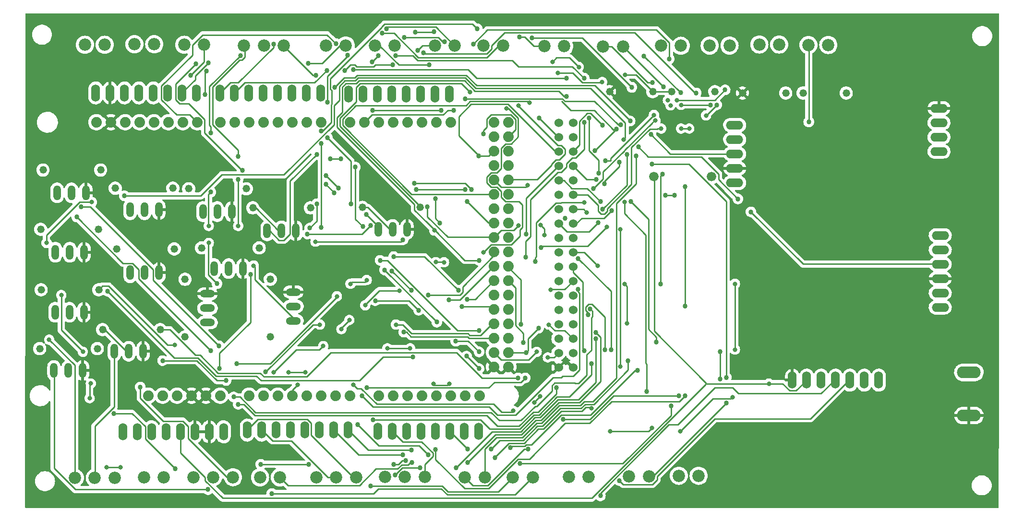
<source format=gbr>
%TF.GenerationSoftware,KiCad,Pcbnew,(7.0.0)*%
%TF.CreationDate,2023-06-30T12:19:52+08:00*%
%TF.ProjectId,SparqControlv3,53706172-7143-46f6-9e74-726f6c76332e,rev?*%
%TF.SameCoordinates,Original*%
%TF.FileFunction,Copper,L2,Bot*%
%TF.FilePolarity,Positive*%
%FSLAX46Y46*%
G04 Gerber Fmt 4.6, Leading zero omitted, Abs format (unit mm)*
G04 Created by KiCad (PCBNEW (7.0.0)) date 2023-06-30 12:19:52*
%MOMM*%
%LPD*%
G01*
G04 APERTURE LIST*
%TA.AperFunction,ComponentPad*%
%ADD10C,1.524000*%
%TD*%
%TA.AperFunction,ComponentPad*%
%ADD11O,1.524000X3.048000*%
%TD*%
%TA.AperFunction,ComponentPad*%
%ADD12C,1.320800*%
%TD*%
%TA.AperFunction,ComponentPad*%
%ADD13O,2.641600X1.320800*%
%TD*%
%TA.AperFunction,ComponentPad*%
%ADD14O,1.320800X2.641600*%
%TD*%
%TA.AperFunction,ComponentPad*%
%ADD15C,2.184400*%
%TD*%
%TA.AperFunction,ComponentPad*%
%ADD16O,3.048000X1.524000*%
%TD*%
%TA.AperFunction,ComponentPad*%
%ADD17C,1.879600*%
%TD*%
%TA.AperFunction,ComponentPad*%
%ADD18O,4.191000X2.095500*%
%TD*%
%TA.AperFunction,ComponentPad*%
%ADD19C,1.676400*%
%TD*%
%TA.AperFunction,ViaPad*%
%ADD20C,0.800000*%
%TD*%
%TA.AperFunction,ViaPad*%
%ADD21C,0.863600*%
%TD*%
%TA.AperFunction,Conductor*%
%ADD22C,0.254000*%
%TD*%
G04 APERTURE END LIST*
D10*
%TO.P,CN4,36,36*%
%TO.N,+5V*%
X156698800Y-80589200D03*
%TO.P,CN4,35,35*%
X159238800Y-80589200D03*
%TO.P,CN4,34,34*%
%TO.N,/M22*%
X156698800Y-83129200D03*
%TO.P,CN4,32,32*%
%TO.N,/M24*%
X156698800Y-85669200D03*
%TO.P,CN4,30,30*%
%TO.N,/M26*%
X156698800Y-88209200D03*
%TO.P,CN4,33,33*%
%TO.N,/M23*%
X159238800Y-83129200D03*
%TO.P,CN4,31,31*%
%TO.N,/M25*%
X159238800Y-85669200D03*
%TO.P,CN4,29,29*%
%TO.N,/M27*%
X159238800Y-88209200D03*
%TO.P,CN4,28,28*%
%TO.N,/M28*%
X156698800Y-90749200D03*
%TO.P,CN4,27,27*%
%TO.N,/M29*%
X159238800Y-90749200D03*
%TO.P,CN4,26,26*%
%TO.N,/M30*%
X156698800Y-93289200D03*
%TO.P,CN4,24,24*%
%TO.N,/M32*%
X156698800Y-95829200D03*
%TO.P,CN4,22,22*%
%TO.N,/M34*%
X156698800Y-98369200D03*
%TO.P,CN4,20,20*%
%TO.N,/M36*%
X156698800Y-100909200D03*
%TO.P,CN4,18,18*%
%TO.N,/M38*%
X156698800Y-103449200D03*
%TO.P,CN4,16,16*%
%TO.N,/M40*%
X156698800Y-105989200D03*
%TO.P,CN4,25,25*%
%TO.N,/M31*%
X159238800Y-93289200D03*
%TO.P,CN4,23,23*%
%TO.N,/M33*%
X159238800Y-95829200D03*
%TO.P,CN4,21,21*%
%TO.N,/M35*%
X159238800Y-98369200D03*
%TO.P,CN4,19,19*%
%TO.N,/M37*%
X159238800Y-100909200D03*
%TO.P,CN4,17,17*%
%TO.N,/M39*%
X159238800Y-103449200D03*
%TO.P,CN4,15,15*%
%TO.N,/M41*%
X159238800Y-105989200D03*
%TO.P,CN4,14,14*%
%TO.N,/M42*%
X156698800Y-108529200D03*
%TO.P,CN4,13,13*%
%TO.N,/M43*%
X159238800Y-108529200D03*
%TO.P,CN4,12,12*%
%TO.N,/M44*%
X156698800Y-111069200D03*
%TO.P,CN4,10,10*%
%TO.N,/M46*%
X156698800Y-113609200D03*
%TO.P,CN4,8,8*%
%TO.N,/M48*%
X156698800Y-116149200D03*
%TO.P,CN4,6,6*%
%TO.N,/M50*%
X156698800Y-118689200D03*
%TO.P,CN4,4,4*%
%TO.N,/M52*%
X156698800Y-121229200D03*
%TO.P,CN4,2,2*%
%TO.N,GND*%
X156698800Y-123769200D03*
%TO.P,CN4,11,11*%
%TO.N,/M45*%
X159238800Y-111069200D03*
%TO.P,CN4,9,9*%
%TO.N,/M47*%
X159238800Y-113609200D03*
%TO.P,CN4,7,7*%
%TO.N,/M49*%
X159238800Y-116149200D03*
%TO.P,CN4,5,5*%
%TO.N,/M51*%
X159238800Y-118689200D03*
%TO.P,CN4,3,3*%
%TO.N,/M53*%
X159238800Y-121229200D03*
%TO.P,CN4,1,1*%
%TO.N,GND*%
X159238800Y-123769200D03*
%TD*%
D11*
%TO.P,CN7,8,8*%
%TO.N,/+VIN*%
X97618399Y-135122999D03*
%TO.P,CN7,7,7*%
%TO.N,GND*%
X95078399Y-135122999D03*
%TO.P,CN7,6,6*%
X92538399Y-135122999D03*
%TO.P,CN7,5,5*%
%TO.N,+5V*%
X89998399Y-135122999D03*
%TO.P,CN7,4,4*%
X87458399Y-135122999D03*
%TO.P,CN7,3,3*%
%TO.N,/+3.3V*%
X84918399Y-135122999D03*
%TO.P,CN7,2,2*%
X82378399Y-135122999D03*
%TO.P,CN7,1,1*%
%TO.N,/MRST*%
X79838399Y-135122999D03*
%TD*%
D12*
%TO.P,R4,2,2*%
%TO.N,/MA3*%
X199802600Y-75331400D03*
%TO.P,R4,1,1*%
%TO.N,/MAG_B*%
X207422600Y-75331400D03*
%TD*%
%TO.P,R5,2,2*%
%TO.N,GND*%
X189134600Y-75331400D03*
%TO.P,R5,1,1*%
%TO.N,/MA3*%
X196754600Y-75331400D03*
%TD*%
%TO.P,R6,2,2*%
%TO.N,/M39*%
X75596600Y-110053200D03*
%TO.P,R6,1,1*%
%TO.N,Net-(R6-Pad1)*%
X65436600Y-110053200D03*
%TD*%
D13*
%TO.P,T14,B,B*%
%TO.N,Net-(R67-Pad1)*%
X109933799Y-112985199D03*
%TO.P,T14,C,C*%
%TO.N,/MEL1*%
X109933799Y-115525199D03*
%TO.P,T14,E,E*%
%TO.N,GND*%
X109933799Y-110445199D03*
%TD*%
%TO.P,T15,B,B*%
%TO.N,Net-(R68-Pad1)*%
X94776799Y-113304799D03*
%TO.P,T15,C,C*%
%TO.N,/MEL2*%
X94776799Y-115844799D03*
%TO.P,T15,E,E*%
%TO.N,GND*%
X94776799Y-110764799D03*
%TD*%
D14*
%TO.P,T16,B,B*%
%TO.N,Net-(R69-Pad1)*%
X107839399Y-99665199D03*
%TO.P,T16,C,C*%
%TO.N,/MEL3*%
X105299399Y-99665199D03*
%TO.P,T16,E,E*%
%TO.N,GND*%
X110379399Y-99665199D03*
%TD*%
%TO.P,T17,B,B*%
%TO.N,Net-(R70-Pad1)*%
X127430799Y-99411199D03*
%TO.P,T17,C,C*%
%TO.N,/LIGHT1*%
X124890799Y-99411199D03*
%TO.P,T17,E,E*%
%TO.N,GND*%
X129970799Y-99411199D03*
%TD*%
D12*
%TO.P,R67,2,2*%
%TO.N,/M22*%
X105860800Y-108201800D03*
%TO.P,R67,1,1*%
%TO.N,Net-(R67-Pad1)*%
X105860800Y-118361800D03*
%TD*%
%TO.P,R68,2,2*%
%TO.N,/M23*%
X90820800Y-108201800D03*
%TO.P,R68,1,1*%
%TO.N,Net-(R68-Pad1)*%
X90820800Y-118361800D03*
%TD*%
%TO.P,R69,2,2*%
%TO.N,/M24*%
X112928600Y-95589400D03*
%TO.P,R69,1,1*%
%TO.N,Net-(R69-Pad1)*%
X102768600Y-95589400D03*
%TD*%
%TO.P,R70,2,2*%
%TO.N,/M29*%
X132258000Y-95519400D03*
%TO.P,R70,1,1*%
%TO.N,Net-(R70-Pad1)*%
X122098000Y-95519400D03*
%TD*%
%TO.P,R28,2,2*%
%TO.N,/M52*%
X88666200Y-92124600D03*
%TO.P,R28,1,1*%
%TO.N,Net-(R28-Pad1)*%
X78506200Y-92124600D03*
%TD*%
%TO.P,R29,2,2*%
%TO.N,/M40*%
X88916400Y-102846400D03*
%TO.P,R29,1,1*%
%TO.N,Net-(R29-Pad1)*%
X78756400Y-102846400D03*
%TD*%
%TO.P,R30,2,2*%
%TO.N,/M41*%
X86440000Y-117091000D03*
%TO.P,R30,1,1*%
%TO.N,Net-(R30-Pad1)*%
X76280000Y-117091000D03*
%TD*%
%TO.P,R31,2,2*%
%TO.N,/M42*%
X101629200Y-92230600D03*
%TO.P,R31,1,1*%
%TO.N,Net-(R31-Pad1)*%
X91469200Y-92230600D03*
%TD*%
%TO.P,R39,2,2*%
%TO.N,/MA2*%
X176643400Y-75108200D03*
%TO.P,R39,1,1*%
%TO.N,/MAG_A*%
X184263400Y-75108200D03*
%TD*%
%TO.P,R40,2,2*%
%TO.N,GND*%
X165686400Y-75074200D03*
%TO.P,R40,1,1*%
%TO.N,/MA2*%
X173306400Y-75074200D03*
%TD*%
D15*
%TO.P,LIGHT_12,2,2*%
%TO.N,/LIGHT2*%
X140165200Y-143149400D03*
%TO.P,LIGHT_12,1,1*%
%TO.N,/LIGHT1*%
X143665200Y-143149400D03*
%TD*%
%TO.P,LIGHT_34,2,2*%
%TO.N,/LIGHT4*%
X148648800Y-143149400D03*
%TO.P,LIGHT_34,1,1*%
%TO.N,/LIGHT3*%
X152148800Y-143149400D03*
%TD*%
D16*
%TO.P,MP3,4,4*%
%TO.N,GND*%
X223780199Y-78023799D03*
%TO.P,MP3,3,3*%
%TO.N,+5V*%
X223780199Y-80563799D03*
%TO.P,MP3,2,2*%
%TO.N,/MA7*%
X223780199Y-83103799D03*
%TO.P,MP3,1,1*%
%TO.N,/MA6*%
X223780199Y-85643799D03*
%TD*%
D11*
%TO.P,ACP220,7,7*%
%TO.N,unconnected-(ACP220-Pad7)*%
X213162999Y-126004399D03*
%TO.P,ACP220,6,6*%
%TO.N,unconnected-(ACP220-Pad6)*%
X210622999Y-126004399D03*
%TO.P,ACP220,5,5*%
%TO.N,/MA11*%
X208082999Y-126004399D03*
%TO.P,ACP220,4,4*%
%TO.N,/MA10*%
X205542999Y-126004399D03*
%TO.P,ACP220,3,3*%
%TO.N,unconnected-(ACP220-Pad3)*%
X203002999Y-126004399D03*
%TO.P,ACP220,2,2*%
%TO.N,+5V*%
X200462999Y-126004399D03*
%TO.P,ACP220,1,1*%
%TO.N,GND*%
X197922999Y-126004399D03*
%TD*%
D16*
%TO.P,HC12,5,5*%
%TO.N,unconnected-(HC12-Pad5)*%
X187762999Y-80995599D03*
%TO.P,HC12,4,4*%
%TO.N,/MRX2*%
X187762999Y-83535599D03*
%TO.P,HC12,3,3*%
%TO.N,/MTX2*%
X187762999Y-86075599D03*
%TO.P,HC12,2,2*%
%TO.N,GND*%
X187762999Y-88615599D03*
%TO.P,HC12,1,1*%
%TO.N,Net-(D1-PadC)*%
X187762999Y-91155599D03*
%TD*%
D17*
%TO.P,U2,A9,A9*%
%TO.N,/MA9*%
X127514200Y-128747600D03*
%TO.P,U2,A10,A10*%
%TO.N,/MA10*%
X130054200Y-128747600D03*
%TO.P,U2,A11,A11*%
%TO.N,/MA11*%
X132594200Y-128747600D03*
%TO.P,U2,A12,A12*%
%TO.N,/MA12*%
X135134200Y-128747600D03*
%TO.P,U2,A13,A13*%
%TO.N,/MA13*%
X137674200Y-128747600D03*
%TO.P,U2,A14,A14*%
%TO.N,/MA14*%
X140214200Y-128747600D03*
%TO.P,U2,A15,A15*%
%TO.N,/MA15*%
X142754200Y-128747600D03*
%TO.P,U2,A8,A8*%
%TO.N,/MA8*%
X124974200Y-128747600D03*
%TO.P,U2,15,15(RX3)*%
%TO.N,/MRX3*%
X122434200Y-80487600D03*
%TO.P,U2,16,16(TX2)*%
%TO.N,/MTX2*%
X124974200Y-80487600D03*
%TO.P,U2,17,17(RX2)*%
%TO.N,/MRX2*%
X127514200Y-80487600D03*
%TO.P,U2,18,18(TX1)*%
%TO.N,/MTX1*%
X130054200Y-80487600D03*
%TO.P,U2,19,19(RX1)*%
%TO.N,/MRX1*%
X132594200Y-80487600D03*
%TO.P,U2,20,20(SDA)*%
%TO.N,/M20*%
X135134200Y-80487600D03*
%TO.P,U2,21,21(SCL)*%
%TO.N,/M21*%
X137674200Y-80487600D03*
%TO.P,U2,14,14(TX3)*%
%TO.N,/MTX3*%
X119894200Y-80487600D03*
%TO.P,U2,A1,A1(TX0)*%
%TO.N,/MA1*%
X104654200Y-128747600D03*
%TO.P,U2,A2,A2*%
%TO.N,/MA2*%
X107194200Y-128747600D03*
%TO.P,U2,A3,A3*%
%TO.N,/MA3*%
X109734200Y-128747600D03*
%TO.P,U2,A4,A4*%
%TO.N,/MA4*%
X112274200Y-128747600D03*
%TO.P,U2,A5,A5*%
%TO.N,/MA5*%
X114814200Y-128747600D03*
%TO.P,U2,A6,A6*%
%TO.N,/MA6*%
X117354200Y-128747600D03*
%TO.P,U2,A7,A7*%
%TO.N,/MA7*%
X119894200Y-128747600D03*
%TO.P,U2,A0,A0(RX0)*%
%TO.N,/MA0*%
X102114200Y-128747600D03*
%TO.P,U2,6,6*%
%TO.N,/M6*%
X99574200Y-80487600D03*
%TO.P,U2,5,5*%
%TO.N,/M5*%
X102114200Y-80487600D03*
%TO.P,U2,4,4*%
%TO.N,/M4*%
X104654200Y-80487600D03*
%TO.P,U2,3,3*%
%TO.N,/M3*%
X107194200Y-80487600D03*
%TO.P,U2,2,2*%
%TO.N,/M2*%
X109734200Y-80487600D03*
%TO.P,U2,1,1(TX0)*%
%TO.N,/MTX0*%
X112274200Y-80487600D03*
%TO.P,U2,0,0(RX0)*%
%TO.N,/MRX0*%
X114814200Y-80487600D03*
%TO.P,U2,7,7*%
%TO.N,/M7*%
X97034200Y-80487600D03*
%TO.P,U2,GND@4,GND@4*%
%TO.N,GND*%
X77730200Y-80487600D03*
%TO.P,U2,13,13*%
%TO.N,/M13*%
X80270200Y-80487600D03*
%TO.P,U2,12,12*%
%TO.N,/M12*%
X82810200Y-80487600D03*
%TO.P,U2,11,11*%
%TO.N,/M11*%
X85350200Y-80487600D03*
%TO.P,U2,10,10*%
%TO.N,/M10*%
X87890200Y-80487600D03*
%TO.P,U2,9,9*%
%TO.N,/M9*%
X90430200Y-80487600D03*
%TO.P,U2,8,8*%
%TO.N,/M8*%
X92970200Y-80487600D03*
%TO.P,U2,AREF,AREF*%
%TO.N,/MAR*%
X75190200Y-80487600D03*
%TO.P,U2,37,37*%
%TO.N,/M37*%
X147834200Y-100807600D03*
%TO.P,U2,36,36*%
%TO.N,/M36*%
X145294200Y-100807600D03*
%TO.P,U2,35,35*%
%TO.N,/M35*%
X147834200Y-98267600D03*
%TO.P,U2,34,34*%
%TO.N,/M34*%
X145294200Y-98267600D03*
%TO.P,U2,33,33*%
%TO.N,/M33*%
X147834200Y-95727600D03*
%TO.P,U2,32,32*%
%TO.N,/M32*%
X145294200Y-95727600D03*
%TO.P,U2,31,31*%
%TO.N,/M31*%
X147834200Y-93187600D03*
%TO.P,U2,30,30*%
%TO.N,/M30*%
X145294200Y-93187600D03*
%TO.P,U2,29,29*%
%TO.N,/M29*%
X147834200Y-90647600D03*
%TO.P,U2,28,28*%
%TO.N,/M28*%
X145294200Y-90647600D03*
%TO.P,U2,27,27*%
%TO.N,/M27*%
X147834200Y-88107600D03*
%TO.P,U2,26,26*%
%TO.N,/M26*%
X145294200Y-88107600D03*
%TO.P,U2,25,25*%
%TO.N,/M25*%
X147834200Y-85567600D03*
%TO.P,U2,24,24*%
%TO.N,/M24*%
X145294200Y-85567600D03*
%TO.P,U2,23,23*%
%TO.N,/M23*%
X147834200Y-83027600D03*
%TO.P,U2,22,22*%
%TO.N,/M22*%
X145294200Y-83027600D03*
%TO.P,U2,53,53*%
%TO.N,/M53*%
X147834200Y-121127600D03*
%TO.P,U2,52,52*%
%TO.N,/M52*%
X145294200Y-121127600D03*
%TO.P,U2,51,51*%
%TO.N,/M51*%
X147834200Y-118587600D03*
%TO.P,U2,50,50*%
%TO.N,/M50*%
X145294200Y-118587600D03*
%TO.P,U2,49,49*%
%TO.N,/M49*%
X147834200Y-116047600D03*
%TO.P,U2,48,48*%
%TO.N,/M48*%
X145294200Y-116047600D03*
%TO.P,U2,47,47*%
%TO.N,/M47*%
X147834200Y-113507600D03*
%TO.P,U2,46,46*%
%TO.N,/M46*%
X145294200Y-113507600D03*
%TO.P,U2,45,45*%
%TO.N,/M45*%
X147834200Y-110967600D03*
%TO.P,U2,44,44*%
%TO.N,/M44*%
X145294200Y-110967600D03*
%TO.P,U2,43,43*%
%TO.N,/M43*%
X147834200Y-108427600D03*
%TO.P,U2,42,42*%
%TO.N,/M42*%
X145294200Y-108427600D03*
%TO.P,U2,41,41*%
%TO.N,/M41*%
X147834200Y-105887600D03*
%TO.P,U2,40,40*%
%TO.N,/M40*%
X145294200Y-105887600D03*
%TO.P,U2,39,39*%
%TO.N,/M39*%
X147834200Y-103347600D03*
%TO.P,U2,38,38*%
%TO.N,/M38*%
X145294200Y-103347600D03*
%TO.P,U2,GND@2,GND@2*%
%TO.N,GND*%
X145294200Y-123667600D03*
%TO.P,U2,GND@3,GND@3*%
X147834200Y-123667600D03*
%TO.P,U2,5V@1,5V@1*%
%TO.N,+5V*%
X145294200Y-80487600D03*
%TO.P,U2,5V@2,5V@2*%
X147834200Y-80487600D03*
%TO.P,U2,RESET,RESET*%
%TO.N,/MRST*%
X84334200Y-128747600D03*
%TO.P,U2,3.3V,3.3V*%
%TO.N,/+3.3V*%
X86874200Y-128747600D03*
%TO.P,U2,5V@0,5V@0*%
%TO.N,+5V*%
X89414200Y-128747600D03*
%TO.P,U2,GND@0,GND@0*%
%TO.N,GND*%
X91954200Y-128747600D03*
%TO.P,U2,GND@1,GND@1*%
X94494200Y-128747600D03*
%TO.P,U2,VIN,VIN*%
%TO.N,/+VIN*%
X97034200Y-128747600D03*
%TD*%
D14*
%TO.P,T1,E,E*%
%TO.N,GND*%
X86208399Y-95945199D03*
%TO.P,T1,C,C*%
%TO.N,/LIGHT2*%
X81128399Y-95945199D03*
%TO.P,T1,B,B*%
%TO.N,Net-(R28-Pad1)*%
X83668399Y-95945199D03*
%TD*%
%TO.P,T2,E,E*%
%TO.N,GND*%
X86218999Y-107045199D03*
%TO.P,T2,C,C*%
%TO.N,/LAS_A1*%
X81138999Y-107045199D03*
%TO.P,T2,B,B*%
%TO.N,Net-(R29-Pad1)*%
X83678999Y-107045199D03*
%TD*%
%TO.P,T3,E,E*%
%TO.N,GND*%
X83428999Y-120904399D03*
%TO.P,T3,C,C*%
%TO.N,/LAS_A2*%
X78348999Y-120904399D03*
%TO.P,T3,B,B*%
%TO.N,Net-(R30-Pad1)*%
X80888999Y-120904399D03*
%TD*%
%TO.P,T4,E,E*%
%TO.N,GND*%
X99044599Y-96257199D03*
%TO.P,T4,C,C*%
%TO.N,/LAS_A3*%
X93964599Y-96257199D03*
%TO.P,T4,B,B*%
%TO.N,Net-(R31-Pad1)*%
X96504599Y-96257199D03*
%TD*%
D11*
%TO.P,CN1,1,1*%
%TO.N,/MAR*%
X75063199Y-75305999D03*
%TO.P,CN1,2,2*%
%TO.N,GND*%
X77603199Y-75305999D03*
%TO.P,CN1,3,3*%
%TO.N,/M13*%
X80143199Y-75305999D03*
%TO.P,CN1,4,4*%
%TO.N,/M12*%
X82683199Y-75305999D03*
%TO.P,CN1,5,5*%
%TO.N,/M11*%
X85223199Y-75305999D03*
%TO.P,CN1,6,6*%
%TO.N,/M10*%
X87763199Y-75305999D03*
%TO.P,CN1,7,7*%
%TO.N,/M9*%
X90303199Y-75305999D03*
%TO.P,CN1,8,8*%
%TO.N,/M8*%
X92843199Y-75305999D03*
%TD*%
%TO.P,CN2,1,1*%
%TO.N,/M7*%
X96957999Y-75382199D03*
%TO.P,CN2,2,2*%
%TO.N,/M6*%
X99497999Y-75382199D03*
%TO.P,CN2,3,3*%
%TO.N,/M5*%
X102037999Y-75382199D03*
%TO.P,CN2,4,4*%
%TO.N,/M4*%
X104577999Y-75382199D03*
%TO.P,CN2,5,5*%
%TO.N,/M3*%
X107117999Y-75382199D03*
%TO.P,CN2,6,6*%
%TO.N,/M2*%
X109657999Y-75382199D03*
%TO.P,CN2,7,7*%
%TO.N,/MTX0*%
X112197999Y-75382199D03*
%TO.P,CN2,8,8*%
%TO.N,/MRX0*%
X114737999Y-75382199D03*
%TD*%
%TO.P,CN3,1,1*%
%TO.N,/MTX3*%
X119614799Y-75534599D03*
%TO.P,CN3,2,2*%
%TO.N,/MRX3*%
X122154799Y-75534599D03*
%TO.P,CN3,3,3*%
%TO.N,/MTX2*%
X124694799Y-75534599D03*
%TO.P,CN3,4,4*%
%TO.N,/MRX2*%
X127234799Y-75534599D03*
%TO.P,CN3,5,5*%
%TO.N,/MTX1*%
X129774799Y-75534599D03*
%TO.P,CN3,6,6*%
%TO.N,/MRX1*%
X132314799Y-75534599D03*
%TO.P,CN3,7,7*%
%TO.N,/M20*%
X134854799Y-75534599D03*
%TO.P,CN3,8,8*%
%TO.N,/M21*%
X137394799Y-75534599D03*
%TD*%
%TO.P,CN5,1,1*%
%TO.N,/MA8*%
X124796399Y-134995999D03*
%TO.P,CN5,2,2*%
%TO.N,/MA9*%
X127336399Y-134995999D03*
%TO.P,CN5,3,3*%
%TO.N,/MA10*%
X129876399Y-134995999D03*
%TO.P,CN5,4,4*%
%TO.N,/MA11*%
X132416399Y-134995999D03*
%TO.P,CN5,5,5*%
%TO.N,/MA12*%
X134956399Y-134995999D03*
%TO.P,CN5,6,6*%
%TO.N,/MA13*%
X137496399Y-134995999D03*
%TO.P,CN5,7,7*%
%TO.N,/MA14*%
X140036399Y-134995999D03*
%TO.P,CN5,8,8*%
%TO.N,/MA15*%
X142576399Y-134995999D03*
%TD*%
%TO.P,CN6,1,1*%
%TO.N,/MA0*%
X101783999Y-134818199D03*
%TO.P,CN6,2,2*%
%TO.N,/MA1*%
X104323999Y-134818199D03*
%TO.P,CN6,3,3*%
%TO.N,/MA2*%
X106863999Y-134818199D03*
%TO.P,CN6,4,4*%
%TO.N,/MA3*%
X109403999Y-134818199D03*
%TO.P,CN6,5,5*%
%TO.N,/MA4*%
X111943999Y-134818199D03*
%TO.P,CN6,6,6*%
%TO.N,/MA5*%
X114483999Y-134818199D03*
%TO.P,CN6,7,7*%
%TO.N,/MA6*%
X117023999Y-134818199D03*
%TO.P,CN6,8,8*%
%TO.N,/MA7*%
X119563999Y-134818199D03*
%TD*%
D14*
%TO.P,T5,E,E*%
%TO.N,GND*%
X101047399Y-106319399D03*
%TO.P,T5,C,C*%
%TO.N,/LAS_B1*%
X95967399Y-106319399D03*
%TO.P,T5,B,B*%
%TO.N,Net-(R1-Pad1)*%
X98507399Y-106319399D03*
%TD*%
%TO.P,T6,E,E*%
%TO.N,GND*%
X73335999Y-92933599D03*
%TO.P,T6,C,C*%
%TO.N,/LAS_B2*%
X68255999Y-92933599D03*
%TO.P,T6,B,B*%
%TO.N,Net-(R2-Pad1)*%
X70795999Y-92933599D03*
%TD*%
%TO.P,T7,E,E*%
%TO.N,GND*%
X73031199Y-103423799D03*
%TO.P,T7,C,C*%
%TO.N,/LAS_B3*%
X67951199Y-103423799D03*
%TO.P,T7,B,B*%
%TO.N,Net-(R3-Pad1)*%
X70491199Y-103423799D03*
%TD*%
D12*
%TO.P,R1,1,1*%
%TO.N,Net-(R1-Pad1)*%
X93732200Y-102661800D03*
%TO.P,R1,2,2*%
%TO.N,/M45*%
X103892200Y-102661800D03*
%TD*%
%TO.P,R2,1,1*%
%TO.N,Net-(R2-Pad1)*%
X65766800Y-88920400D03*
%TO.P,R2,2,2*%
%TO.N,/M46*%
X75926800Y-88920400D03*
%TD*%
%TO.P,R3,1,1*%
%TO.N,Net-(R3-Pad1)*%
X65360400Y-99385200D03*
%TO.P,R3,2,2*%
%TO.N,/M47*%
X75520400Y-99385200D03*
%TD*%
D15*
%TO.P,LAS_OUT_A1,1,1*%
%TO.N,/LAS_A1*%
X78410000Y-143251000D03*
%TO.P,LAS_OUT_A1,2,2*%
%TO.N,/LAS_A2*%
X74910000Y-143251000D03*
%TO.P,LAS_OUT_A1,3,3*%
%TO.N,/LAS_A3*%
X71410000Y-143251000D03*
%TD*%
%TO.P,LAS_IN_A1,1,1*%
%TO.N,/M43*%
X87099400Y-143174800D03*
%TO.P,LAS_IN_A1,2,2*%
%TO.N,/M44*%
X83599400Y-143174800D03*
%TD*%
%TO.P,LAS_OUT_B1,1,1*%
%TO.N,/LAS_B1*%
X99288800Y-143124000D03*
%TO.P,LAS_OUT_B1,2,2*%
%TO.N,/LAS_B2*%
X95788800Y-143124000D03*
%TO.P,LAS_OUT_B1,3,3*%
%TO.N,/LAS_B3*%
X92288800Y-143124000D03*
%TD*%
%TO.P,LAS_IN_B1,1,1*%
%TO.N,/M48*%
X107546400Y-143149400D03*
%TO.P,LAS_IN_B1,2,2*%
%TO.N,/M49*%
X104046400Y-143149400D03*
%TD*%
%TO.P,MAG_A_IN1,1,1*%
%TO.N,/M30*%
X174761600Y-67000200D03*
%TO.P,MAG_A_IN1,2,2*%
%TO.N,/MAG_A*%
X178261600Y-67000200D03*
%TD*%
%TO.P,MAG_A_SEL1,1,1*%
%TO.N,/M33*%
X183346800Y-66949400D03*
%TO.P,MAG_A_SEL1,2,2*%
%TO.N,/M32*%
X186846800Y-66949400D03*
%TD*%
%TO.P,MAG_B_IN1,1,1*%
%TO.N,/M31*%
X192109800Y-66771600D03*
%TO.P,MAG_B_IN1,2,2*%
%TO.N,/MAG_B*%
X195609800Y-66771600D03*
%TD*%
%TO.P,MAG_B_SEL1,1,1*%
%TO.N,/M35*%
X200771200Y-66847800D03*
%TO.P,MAG_B_SEL1,2,2*%
%TO.N,/M34*%
X204271200Y-66847800D03*
%TD*%
%TO.P,ADD_BAR_A1,1,1*%
%TO.N,/M25*%
X172621200Y-142971600D03*
%TO.P,ADD_BAR_A1,2,2*%
%TO.N,/M26*%
X169121200Y-142971600D03*
%TD*%
%TO.P,ADD_BAR_B1,1,1*%
%TO.N,/M27*%
X181409600Y-142870000D03*
%TO.P,ADD_BAR_B1,2,2*%
%TO.N,/M28*%
X177909600Y-142870000D03*
%TD*%
%TO.P,BUTTON1,1,1*%
%TO.N,/MA14*%
X162029400Y-143098600D03*
%TO.P,BUTTON1,2,2*%
%TO.N,/MA15*%
X158529400Y-143098600D03*
%TD*%
%TO.P,RFID1,1,1*%
%TO.N,/M2*%
X115681200Y-66924000D03*
%TO.P,RFID1,2,2*%
%TO.N,/M3*%
X119181200Y-66924000D03*
%TD*%
%TO.P,RFID2,1,1*%
%TO.N,/MRX1*%
X124317200Y-66974800D03*
%TO.P,RFID2,2,2*%
%TO.N,/MTX1*%
X127817200Y-66974800D03*
%TD*%
%TO.P,BUMPER1,1,1*%
%TO.N,/MA12*%
X164550800Y-67127200D03*
%TO.P,BUMPER1,2,2*%
%TO.N,/MA13*%
X168050800Y-67127200D03*
%TD*%
%TO.P,MD_A1,1,1*%
%TO.N,/M8*%
X143443400Y-66949400D03*
%TO.P,MD_A1,2,2*%
%TO.N,/M9*%
X146943400Y-66949400D03*
%TD*%
%TO.P,MD_B1,1,1*%
%TO.N,/M6*%
X134858200Y-66949400D03*
%TO.P,MD_B1,2,2*%
%TO.N,/M7*%
X138358200Y-66949400D03*
%TD*%
D14*
%TO.P,T8,E,E*%
%TO.N,GND*%
X72980399Y-114015599D03*
%TO.P,T8,C,C*%
%TO.N,/LIGHT3*%
X67900399Y-114015599D03*
%TO.P,T8,B,B*%
%TO.N,Net-(R6-Pad1)*%
X70440399Y-114015599D03*
%TD*%
%TO.P,T9,E,E*%
%TO.N,GND*%
X72777199Y-124302599D03*
%TO.P,T9,C,C*%
%TO.N,/LIGHT4*%
X67697199Y-124302599D03*
%TO.P,T9,B,B*%
%TO.N,Net-(R7-Pad1)*%
X70237199Y-124302599D03*
%TD*%
D12*
%TO.P,R7,1,1*%
%TO.N,Net-(R7-Pad1)*%
X65182600Y-120441800D03*
%TO.P,R7,2,2*%
%TO.N,/M53*%
X75342600Y-120441800D03*
%TD*%
D15*
%TO.P,TONE1,1,1*%
%TO.N,/MEL1*%
X101231200Y-66974800D03*
%TO.P,TONE1,2,2*%
%TO.N,/MEL2*%
X104731200Y-66974800D03*
%TO.P,TONE1,3,3*%
%TO.N,/MEL3*%
X108231200Y-66974800D03*
%TD*%
%TO.P,HOOK_A1,1,1*%
%TO.N,/MA4*%
X73161600Y-66822400D03*
%TO.P,HOOK_A1,2,2*%
%TO.N,/MA5*%
X76661600Y-66822400D03*
%TD*%
%TO.P,HOOK_B1,1,1*%
%TO.N,/M4*%
X81899200Y-66720800D03*
%TO.P,HOOK_B1,2,2*%
%TO.N,/M5*%
X85399200Y-66720800D03*
%TD*%
%TO.P,HOOK_C1,1,1*%
%TO.N,/M36*%
X90687600Y-66822400D03*
%TO.P,HOOK_C1,2,2*%
%TO.N,/M37*%
X94187600Y-66822400D03*
%TD*%
%TO.P,PD_INPUT1,1,1*%
%TO.N,/M51*%
X154187600Y-67076400D03*
%TO.P,PD_INPUT1,2,2*%
%TO.N,/M38*%
X157687600Y-67076400D03*
%TD*%
%TO.P,AIO_A1,1,1*%
%TO.N,/MA0*%
X120980400Y-143174800D03*
%TO.P,AIO_A1,2,2*%
%TO.N,/MA1*%
X117480400Y-143174800D03*
%TO.P,AIO_A1,3,3*%
%TO.N,/MA8*%
X113980400Y-143174800D03*
%TD*%
%TO.P,AIO_B1,1,1*%
%TO.N,/MA9*%
X133096200Y-143098600D03*
%TO.P,AIO_B1,2,2*%
%TO.N,/MA10*%
X129596200Y-143098600D03*
%TO.P,AIO_B1,3,3*%
%TO.N,/MA11*%
X126096200Y-143098600D03*
%TD*%
D18*
%TO.P,X1,1,1*%
%TO.N,+5V*%
X229063399Y-124632799D03*
%TO.P,X1,2,1*%
%TO.N,GND*%
X229063399Y-132252799D03*
%TD*%
D16*
%TO.P,BTOOTH1,1,1*%
%TO.N,unconnected-(BTOOTH1-Pad1)*%
X224008799Y-113151999D03*
%TO.P,BTOOTH1,2,2*%
%TO.N,+5V*%
X224008799Y-110611999D03*
%TO.P,BTOOTH1,3,3*%
%TO.N,GND*%
X224008799Y-108071999D03*
%TO.P,BTOOTH1,4,4*%
%TO.N,/MRX3*%
X224008799Y-105531999D03*
%TO.P,BTOOTH1,5,5*%
%TO.N,/MTX3*%
X224008799Y-102991999D03*
%TO.P,BTOOTH1,6,6*%
%TO.N,unconnected-(BTOOTH1-Pad6)*%
X224008799Y-100451999D03*
%TD*%
D19*
%TO.P,D1,A,A*%
%TO.N,+5V*%
X173539000Y-90088800D03*
%TO.P,D1,C,C*%
%TO.N,Net-(D1-PadC)*%
X183699000Y-90088800D03*
%TD*%
D20*
%TO.N,+5V*%
X193800000Y-126619800D03*
%TO.N,/M31*%
X174800000Y-81600000D03*
%TO.N,/M33*%
X173800000Y-80200000D03*
X176427191Y-77513782D03*
%TO.N,/M32*%
X175980200Y-76619800D03*
X173526500Y-79200000D03*
%TO.N,/M47*%
X168198139Y-83546300D03*
%TO.N,/M32*%
X177600000Y-76619800D03*
%TO.N,/M51*%
X155000000Y-116200000D03*
%TO.N,/M30*%
X151600000Y-77046300D03*
X155600000Y-69800000D03*
X151600000Y-77046300D03*
X160262014Y-70737986D03*
%TO.N,/M33*%
X178289900Y-77419800D03*
%TO.N,/M31*%
X182709586Y-79290414D03*
X184566400Y-77419800D03*
X179742900Y-81600000D03*
X178289900Y-81600000D03*
%TO.N,/MEL1*%
X102926522Y-105782250D03*
%TO.N,/MA2*%
X143425200Y-103418674D03*
X136492900Y-105200000D03*
X135039900Y-105165873D03*
X128600000Y-110200000D03*
%TO.N,/M22*%
X113830200Y-101569800D03*
%TO.N,/MA2*%
X115200000Y-120000000D03*
X118400000Y-117000000D03*
X119800000Y-115400000D03*
X122600000Y-112800000D03*
X168462014Y-72137986D03*
X156589900Y-71800000D03*
X164400000Y-73400000D03*
X147509586Y-78090414D03*
%TO.N,/M29*%
X149600000Y-77546300D03*
X141066400Y-75147228D03*
%TO.N,/MA2*%
X106462473Y-124643300D03*
%TO.N,/MA3*%
X187800000Y-109000000D03*
X187800000Y-120600000D03*
X187400000Y-129000000D03*
X178184586Y-135015414D03*
X165800000Y-135000000D03*
X173200000Y-134400000D03*
X153431814Y-128831814D03*
X152385385Y-129916212D03*
X137400000Y-126643300D03*
X130520327Y-120393300D03*
X126504386Y-120393300D03*
X112004386Y-124604386D03*
X109062473Y-124643300D03*
X134662473Y-126643300D03*
X110670327Y-126796300D03*
%TO.N,/M39*%
X163600000Y-105800000D03*
X168326500Y-109000000D03*
X168800000Y-116000000D03*
X148704386Y-131393300D03*
%TO.N,/M42*%
X161192900Y-94681814D03*
%TO.N,/M43*%
X155326500Y-110057327D03*
%TO.N,/M33*%
X161692900Y-96400000D03*
%TO.N,/M38*%
X162462473Y-130996300D03*
%TO.N,/M26*%
X165200000Y-99000000D03*
X167600000Y-123600000D03*
X167600000Y-99400000D03*
%TO.N,/M44*%
X117600000Y-111200000D03*
X120000000Y-109000000D03*
%TO.N,/MEL2*%
X95000000Y-101800000D03*
X95000000Y-98800000D03*
%TO.N,/MEL1*%
X100200000Y-98800000D03*
%TO.N,/M52*%
X154800000Y-122000000D03*
%TO.N,/M36*%
X153492900Y-98600000D03*
X154200000Y-100400000D03*
X149600000Y-98743300D03*
%TO.N,/M48*%
X128000000Y-116200000D03*
X114600000Y-116200000D03*
%TO.N,/M52*%
X152839900Y-121000000D03*
%TO.N,/M39*%
X89000000Y-119800000D03*
X120539900Y-126802690D03*
%TO.N,/M28*%
X168316400Y-94543300D03*
X151200000Y-91600000D03*
%TO.N,/LAS_B3*%
X79400000Y-141400000D03*
X77000000Y-141400000D03*
X74000000Y-129200000D03*
X74200000Y-126600000D03*
X72800000Y-121000000D03*
X69000000Y-111000000D03*
%TO.N,/LAS_A3*%
X66866400Y-118869800D03*
X66400000Y-101800000D03*
X74400000Y-94600000D03*
%TO.N,/M44*%
X122862014Y-108337986D03*
X134800000Y-99600000D03*
D21*
%TO.N,/MA4*%
X71716400Y-97219800D03*
X95316400Y-120769800D03*
%TO.N,/MA5*%
X72516400Y-95419800D03*
X96816400Y-119969800D03*
%TO.N,/MA6*%
X185166400Y-120969800D03*
X185166400Y-125819800D03*
X178966400Y-128769800D03*
X135016400Y-138269800D03*
X129266400Y-139169800D03*
%TO.N,/MA7*%
X176516400Y-130569800D03*
X149866400Y-140719800D03*
X130716400Y-138369800D03*
%TO.N,/MA10*%
X164066400Y-146419800D03*
%TO.N,/MA11*%
X167416400Y-143719800D03*
X127616400Y-140869800D03*
X129766400Y-140169800D03*
%TO.N,/MA12*%
X173266400Y-73469800D03*
X179016400Y-91819800D03*
X179016400Y-112969800D03*
X170666400Y-124269800D03*
X148216400Y-137919800D03*
%TO.N,/MA13*%
X175166400Y-74269800D03*
X168966400Y-122569800D03*
X144766400Y-138169800D03*
X140666400Y-138169800D03*
%TO.N,/M3*%
X112516400Y-70119800D03*
%TO.N,/M6*%
X131816400Y-67819800D03*
X127416400Y-70369800D03*
X118966400Y-71369800D03*
X115816400Y-71369800D03*
%TO.N,/M7*%
X126316400Y-63969800D03*
X106466400Y-66719800D03*
%TO.N,/M8*%
X135966400Y-78369800D03*
X123916400Y-78369800D03*
X117416400Y-66619800D03*
%TO.N,/M9*%
X125566400Y-64769800D03*
X94966400Y-69969800D03*
%TO.N,/MTX3*%
X177866400Y-128769800D03*
X157466400Y-132919800D03*
X142666400Y-123969800D03*
X140466400Y-121769800D03*
X135766400Y-98269800D03*
X134966400Y-93969800D03*
%TO.N,/MRX3*%
X190616400Y-96319800D03*
X188316400Y-94019800D03*
X170766400Y-84819800D03*
X167666400Y-80969800D03*
X140266400Y-76319800D03*
X138216400Y-78369800D03*
%TO.N,/MTX2*%
X172966400Y-82619800D03*
X169616400Y-74319800D03*
X151966400Y-65619800D03*
X136566400Y-66269800D03*
X129516400Y-65519800D03*
X124866400Y-68769800D03*
X123766400Y-69869800D03*
%TO.N,/MRX2*%
X180966400Y-75319800D03*
X132866400Y-68269800D03*
%TO.N,/MRX1*%
X133866400Y-70369800D03*
%TO.N,/M20*%
X141666400Y-66669800D03*
X176216400Y-69319800D03*
%TO.N,/M21*%
X171766400Y-68819800D03*
X178216400Y-75269800D03*
%TO.N,/M22*%
X129266400Y-101219800D03*
X153266400Y-79719800D03*
%TO.N,/M23*%
X112416400Y-100219800D03*
X123566400Y-98669800D03*
X143416400Y-82519800D03*
%TO.N,/M24*%
X142616400Y-86419800D03*
%TO.N,/M25*%
X186266400Y-130069800D03*
X186266400Y-125519800D03*
X173166400Y-87869800D03*
X164466400Y-81019800D03*
%TO.N,/M26*%
X153566400Y-102569800D03*
X150966400Y-100269800D03*
%TO.N,/M27*%
X173966400Y-119319800D03*
X169416400Y-94469800D03*
X163366400Y-90569800D03*
%TO.N,/M28*%
X164066400Y-94469800D03*
X172266400Y-127969800D03*
%TO.N,/M30*%
X163116400Y-85469800D03*
X166866400Y-81719800D03*
%TO.N,/M31*%
X184566400Y-77419800D03*
%TO.N,/M32*%
X164916400Y-87269800D03*
X186066400Y-74769800D03*
%TO.N,/M33*%
X183466400Y-77419800D03*
X162866400Y-92169800D03*
X157816400Y-97419800D03*
%TO.N,/M34*%
X163666400Y-98219800D03*
X140566400Y-94469800D03*
X140216400Y-92369800D03*
X131616400Y-92369800D03*
X117916400Y-92119800D03*
X115666400Y-89869800D03*
X100966400Y-88969800D03*
X92716400Y-70169800D03*
X131416400Y-64619800D03*
X134766400Y-64469800D03*
%TO.N,/M35*%
X200816400Y-80419800D03*
X177116400Y-93369800D03*
X175516400Y-93369800D03*
X166066400Y-96069800D03*
%TO.N,/M36*%
X133566400Y-95419800D03*
X117116400Y-92919800D03*
X115666400Y-91469800D03*
X94316400Y-75569800D03*
X94616400Y-71419800D03*
%TO.N,/M37*%
X91816400Y-72169800D03*
X116416400Y-86969800D03*
X118316400Y-86969800D03*
X131266400Y-91269800D03*
X141366400Y-92369800D03*
%TO.N,/M38*%
X163766400Y-89519800D03*
X162066400Y-79719800D03*
X133716400Y-110969800D03*
X121266400Y-133819800D03*
X133716400Y-139169800D03*
X145466400Y-139669800D03*
X165966400Y-120669800D03*
X160166400Y-104519800D03*
%TO.N,/M40*%
X124366400Y-111969800D03*
X132016400Y-113669800D03*
X137366400Y-111869800D03*
X160116400Y-109969800D03*
X122066400Y-128769800D03*
%TO.N,/M41*%
X149566400Y-125619800D03*
X150016400Y-116119800D03*
X161266400Y-120819800D03*
%TO.N,/M42*%
X127616400Y-104219800D03*
X139016400Y-110169800D03*
X140566400Y-111719800D03*
X152566400Y-105069800D03*
X164766400Y-91369800D03*
X167416400Y-87519800D03*
X158116400Y-72719800D03*
X120466400Y-71169800D03*
X120866400Y-88419800D03*
X122166400Y-98919800D03*
%TO.N,/M43*%
X104166400Y-140869800D03*
X112616400Y-140869800D03*
X122866400Y-127369800D03*
X150816400Y-125619800D03*
X150516400Y-119369800D03*
%TO.N,/M44*%
X150916400Y-104319800D03*
X161266400Y-80519800D03*
X158116400Y-75969800D03*
X142666400Y-104869800D03*
X99916400Y-123119800D03*
%TO.N,/M45*%
X102366400Y-107369800D03*
X96916400Y-123919800D03*
X99416400Y-128969800D03*
X162266400Y-113419800D03*
%TO.N,/M46*%
X127266400Y-106719800D03*
X130716400Y-110169800D03*
X139666400Y-113019800D03*
X161866400Y-114469800D03*
X164866400Y-120669800D03*
X162466400Y-123069800D03*
X124016400Y-133019800D03*
%TO.N,/M47*%
X80116400Y-93469800D03*
X168766400Y-86219800D03*
X164466400Y-95869800D03*
%TO.N,/M48*%
X163266400Y-117619800D03*
X140666400Y-140519800D03*
X130866400Y-140519800D03*
X105016400Y-124569800D03*
%TO.N,/M49*%
X127866400Y-142769800D03*
X132266400Y-141469800D03*
X138616400Y-141469800D03*
X163266400Y-118719800D03*
%TO.N,/M50*%
X174716400Y-109019800D03*
X175016400Y-89619800D03*
X169316400Y-80269800D03*
X117216400Y-74319800D03*
X114066400Y-94869800D03*
X112816400Y-99169800D03*
X129416400Y-117519800D03*
%TO.N,/M51*%
X142666400Y-121019800D03*
X138566400Y-119119800D03*
X135216400Y-115769800D03*
X126016400Y-106569800D03*
X114866400Y-99019800D03*
X114866400Y-84269800D03*
X114866400Y-82069800D03*
X142316400Y-63969800D03*
X149816400Y-65469800D03*
%TO.N,/M52*%
X125216400Y-104869800D03*
X142666400Y-117269800D03*
%TO.N,/M53*%
X86866400Y-122569800D03*
X98066400Y-126069800D03*
X100216400Y-130269800D03*
X156316400Y-127319800D03*
X151016400Y-121169800D03*
X153166400Y-116819800D03*
%TO.N,/MEL1*%
X100166400Y-90569800D03*
X100166400Y-86519800D03*
%TO.N,/MEL2*%
X96466400Y-108969800D03*
X95366400Y-92819800D03*
X95366400Y-82369800D03*
X100566400Y-68719800D03*
%TO.N,/MEL3*%
X114066400Y-86169800D03*
X113916400Y-72169800D03*
%TO.N,/LIGHT3*%
X106116400Y-146019800D03*
%TO.N,/LIGHT4*%
X94866400Y-145319800D03*
X123566400Y-144669800D03*
%TO.N,/LAS_B1*%
X82916400Y-127219800D03*
%TO.N,/LAS_B2*%
X78266400Y-131869800D03*
X89116400Y-141669800D03*
%TO.N,/LIGHT1*%
X122766400Y-96769800D03*
X120066400Y-94919800D03*
X115916400Y-83219800D03*
X115916400Y-76969800D03*
X119466400Y-68669800D03*
X127966400Y-68719800D03*
X161216400Y-72719800D03*
X170366400Y-86469800D03*
%TO.N,/LIGHT2*%
X77116400Y-110269800D03*
X130966400Y-121919800D03*
X151316400Y-138169800D03*
%TD*%
D22*
%TO.N,+5V*%
X193800000Y-126619800D02*
X182716400Y-126619800D01*
X196216400Y-126619800D02*
X193800000Y-126619800D01*
%TO.N,/M31*%
X174200000Y-81600000D02*
X174800000Y-81600000D01*
X174137014Y-81662986D02*
X174200000Y-81600000D01*
%TO.N,/M33*%
X173600000Y-80200000D02*
X173800000Y-80200000D01*
X173137014Y-80662986D02*
X173600000Y-80200000D01*
%TO.N,/M32*%
X173526500Y-79245366D02*
X173526500Y-79200000D01*
X173000000Y-79771866D02*
X173526500Y-79245366D01*
%TO.N,/M47*%
X168425200Y-80578600D02*
X168023300Y-80176700D01*
X168425200Y-83319239D02*
X168425200Y-80578600D01*
X168198139Y-83546300D02*
X168425200Y-83319239D01*
X168023300Y-80176700D02*
X162366400Y-74519800D01*
%TO.N,/M32*%
X165916400Y-86855466D02*
X173000000Y-79771866D01*
X165916400Y-87269800D02*
X165916400Y-86855466D01*
X184216400Y-76619800D02*
X177600000Y-76619800D01*
%TO.N,/M51*%
X157787800Y-117238200D02*
X159238800Y-118689200D01*
X156038200Y-117238200D02*
X157787800Y-117238200D01*
X155000000Y-116200000D02*
X156038200Y-117238200D01*
%TO.N,/M30*%
X151373500Y-76819800D02*
X151600000Y-77046300D01*
X141116400Y-76819800D02*
X151373500Y-76819800D01*
X156284200Y-69115800D02*
X155600000Y-69800000D01*
X158639828Y-69115800D02*
X156284200Y-69115800D01*
%TO.N,/LIGHT1*%
X148569800Y-69569800D02*
X149651700Y-70651700D01*
X130966400Y-68719800D02*
X131816400Y-69569800D01*
X149651700Y-70651700D02*
X159148300Y-70651700D01*
X127966400Y-68719800D02*
X130966400Y-68719800D01*
X131816400Y-69569800D02*
X148569800Y-69569800D01*
X159148300Y-70651700D02*
X161216400Y-72719800D01*
%TO.N,/M30*%
X160262014Y-70737986D02*
X158639828Y-69115800D01*
%TO.N,/M33*%
X178289900Y-77419800D02*
X183466400Y-77419800D01*
X168375200Y-85424800D02*
X173137014Y-80662986D01*
X168375200Y-85461000D02*
X168375200Y-85424800D01*
X164566400Y-89269800D02*
X168375200Y-85461000D01*
%TO.N,/M31*%
X182709586Y-79290414D02*
X184566400Y-77433600D01*
X184566400Y-77433600D02*
X184566400Y-77419800D01*
X178289900Y-81600000D02*
X179742900Y-81600000D01*
X172823214Y-81662986D02*
X174137014Y-81662986D01*
X169566400Y-84919800D02*
X172823214Y-81662986D01*
%TO.N,/MEL1*%
X103166400Y-106022128D02*
X102926522Y-105782250D01*
X103166400Y-106369800D02*
X103166400Y-106022128D01*
%TO.N,/MA2*%
X136458773Y-105165873D02*
X136492900Y-105200000D01*
X135039900Y-105165873D02*
X136458773Y-105165873D01*
X125063094Y-110200000D02*
X128600000Y-110200000D01*
X122600000Y-112663094D02*
X125063094Y-110200000D01*
X122600000Y-112800000D02*
X122600000Y-112663094D01*
%TO.N,/M22*%
X129266400Y-101219800D02*
X128916400Y-101569800D01*
X128916400Y-101569800D02*
X113830200Y-101569800D01*
%TO.N,/MA2*%
X115200000Y-120000000D02*
X115200000Y-120000000D01*
X115200000Y-120000000D02*
X115200000Y-120000000D01*
X118400000Y-116800000D02*
X119800000Y-115400000D01*
X118400000Y-117000000D02*
X118400000Y-116800000D01*
X118200000Y-117000000D02*
X118400000Y-117000000D01*
X119800000Y-115400000D02*
X119800000Y-115400000D01*
X119800000Y-115400000D02*
X119800000Y-115400000D01*
X122600000Y-112800000D02*
X122600000Y-112600000D01*
X122400000Y-112800000D02*
X122600000Y-112800000D01*
X168462014Y-72137986D02*
X170370186Y-72137986D01*
X170370186Y-72137986D02*
X173306400Y-75074200D01*
X164302274Y-73497726D02*
X164400000Y-73400000D01*
X160921220Y-73497726D02*
X164302274Y-73497726D01*
X159223494Y-71800000D02*
X160921220Y-73497726D01*
X147879066Y-78090414D02*
X147509586Y-78090414D01*
X156589900Y-71800000D02*
X159223494Y-71800000D01*
X149570400Y-79781748D02*
X147879066Y-78090414D01*
%TO.N,/M29*%
X147866400Y-90619800D02*
X147834200Y-90647600D01*
X152916400Y-90619800D02*
X147866400Y-90619800D01*
X155466400Y-88069800D02*
X152916400Y-90619800D01*
X155466400Y-87869800D02*
X155466400Y-88069800D01*
X156866400Y-87069800D02*
X156266400Y-87069800D01*
X157816400Y-86119800D02*
X156866400Y-87069800D01*
X157816400Y-85219800D02*
X157816400Y-86119800D01*
X149600000Y-77603400D02*
X156566400Y-84569800D01*
X156566400Y-84569800D02*
X157166400Y-84569800D01*
X149600000Y-77546300D02*
X149600000Y-77603400D01*
X156266400Y-87069800D02*
X155466400Y-87869800D01*
X157166400Y-84569800D02*
X157816400Y-85219800D01*
X139516400Y-73669800D02*
X139588972Y-73669800D01*
X139588972Y-73669800D02*
X141066400Y-75147228D01*
%TO.N,/MA2*%
X149570400Y-83082926D02*
X149570400Y-79781748D01*
X148358926Y-84294400D02*
X149570400Y-83082926D01*
X147309474Y-84294400D02*
X148358926Y-84294400D01*
X146561000Y-85042874D02*
X147309474Y-84294400D01*
X146561000Y-88632326D02*
X146561000Y-85042874D01*
X145812526Y-89380800D02*
X146561000Y-88632326D01*
X144769474Y-89380800D02*
X145812526Y-89380800D01*
X144027400Y-90122874D02*
X144769474Y-89380800D01*
X144027400Y-91172326D02*
X144027400Y-90122874D01*
X144769474Y-91914400D02*
X144027400Y-91172326D01*
X145818926Y-91914400D02*
X144769474Y-91914400D01*
X146567400Y-92662874D02*
X145818926Y-91914400D01*
X146567400Y-93712326D02*
X146567400Y-92662874D01*
X150327000Y-95057548D02*
X149723852Y-94454400D01*
X150327000Y-99044434D02*
X150327000Y-95057548D01*
X149901134Y-99470300D02*
X150327000Y-99044434D01*
X149901134Y-100532192D02*
X149901134Y-99470300D01*
X144769474Y-102074400D02*
X148358926Y-102074400D01*
X143425200Y-103418674D02*
X144769474Y-102074400D01*
X147309474Y-94454400D02*
X146567400Y-93712326D01*
X110439973Y-120665800D02*
X114534200Y-120665800D01*
X114534200Y-120665800D02*
X115200000Y-120000000D01*
X106462473Y-124643300D02*
X110439973Y-120665800D01*
X148358926Y-102074400D02*
X149901134Y-100532192D01*
X149723852Y-94454400D02*
X147309474Y-94454400D01*
%TO.N,/MA3*%
X187089000Y-129311000D02*
X187400000Y-129000000D01*
X183889000Y-129311000D02*
X187089000Y-129311000D01*
X178184586Y-135015414D02*
X183889000Y-129311000D01*
X172600000Y-135000000D02*
X173200000Y-134400000D01*
X165800000Y-135000000D02*
X172600000Y-135000000D01*
X187800000Y-120600000D02*
X187800000Y-109000000D01*
X152385385Y-129916212D02*
X152385385Y-129878243D01*
X137127500Y-126915800D02*
X137400000Y-126643300D01*
X134715800Y-126915800D02*
X137127500Y-126915800D01*
X134662473Y-126862473D02*
X134715800Y-126915800D01*
X109101387Y-124604386D02*
X112004386Y-124604386D01*
X109062473Y-124643300D02*
X109101387Y-124604386D01*
X134662473Y-126643300D02*
X134662473Y-126862473D01*
X126504386Y-120393300D02*
X130520327Y-120393300D01*
X109734200Y-128747600D02*
X109734200Y-127732427D01*
X152385385Y-129878243D02*
X153431814Y-128831814D01*
X109734200Y-127732427D02*
X110670327Y-126796300D01*
%TO.N,/M39*%
X161249200Y-103449200D02*
X159238800Y-103449200D01*
X163600000Y-105800000D02*
X161249200Y-103449200D01*
X168800000Y-109473500D02*
X168326500Y-109000000D01*
X168800000Y-116000000D02*
X168800000Y-109473500D01*
X148477886Y-131619800D02*
X148704386Y-131393300D01*
X146666400Y-131619800D02*
X148477886Y-131619800D01*
%TO.N,/M26*%
X153776000Y-102360200D02*
X161839800Y-102360200D01*
X153566400Y-102569800D02*
X153776000Y-102360200D01*
X161839800Y-102360200D02*
X165200000Y-99000000D01*
%TO.N,/M34*%
X158149800Y-99820200D02*
X156698800Y-98369200D01*
X163666400Y-98219800D02*
X162066000Y-99820200D01*
X162066000Y-99820200D02*
X158149800Y-99820200D01*
%TO.N,/M42*%
X161192900Y-94681814D02*
X157204386Y-94681814D01*
X157204386Y-94681814D02*
X157166400Y-94719800D01*
%TO.N,/M43*%
X157787800Y-109980200D02*
X159238800Y-108529200D01*
X155326500Y-110057327D02*
X155403627Y-109980200D01*
X155403627Y-109980200D02*
X157787800Y-109980200D01*
%TO.N,/M31*%
X163707600Y-95184106D02*
X163707600Y-96211000D01*
X163707600Y-96211000D02*
X164166400Y-96669800D01*
X161812694Y-93289200D02*
X163707600Y-95184106D01*
X159238800Y-93289200D02*
X161812694Y-93289200D01*
%TO.N,/M33*%
X161122100Y-95829200D02*
X159238800Y-95829200D01*
X161692900Y-96400000D02*
X161122100Y-95829200D01*
%TO.N,/M38*%
X162235973Y-130769800D02*
X162462473Y-130996300D01*
X161516400Y-130769800D02*
X162235973Y-130769800D01*
%TO.N,/M26*%
X167600000Y-123600000D02*
X167600000Y-99400000D01*
%TO.N,/M44*%
X117600000Y-111336200D02*
X105816400Y-123119800D01*
X117600000Y-111200000D02*
X117600000Y-111336200D01*
X117736200Y-111200000D02*
X117600000Y-111200000D01*
X120000000Y-109000000D02*
X119936200Y-109000000D01*
X120000000Y-108936200D02*
X120000000Y-109000000D01*
%TO.N,/MEL2*%
X94966400Y-101833600D02*
X94966400Y-107469800D01*
X95000000Y-101800000D02*
X94966400Y-101833600D01*
X94966400Y-101766400D02*
X95000000Y-101800000D01*
X95000000Y-98800000D02*
X94966400Y-98833600D01*
X94966400Y-98766400D02*
X95000000Y-98800000D01*
%TO.N,/MEL1*%
X100200000Y-98800000D02*
X100166400Y-98833600D01*
X100166400Y-98766400D02*
X100200000Y-98800000D01*
%TO.N,/M52*%
X154800000Y-122000000D02*
X155928000Y-122000000D01*
X155928000Y-122000000D02*
X156698800Y-121229200D01*
%TO.N,/M36*%
X146567400Y-99534400D02*
X145294200Y-100807600D01*
X148808900Y-99534400D02*
X146567400Y-99534400D01*
X149600000Y-98743300D02*
X148808900Y-99534400D01*
X154200000Y-99307100D02*
X153492900Y-98600000D01*
X154200000Y-100400000D02*
X154200000Y-99307100D01*
%TO.N,/M48*%
X145266400Y-116069800D02*
X145294200Y-116047600D01*
X144966400Y-116069800D02*
X145266400Y-116069800D01*
X142966400Y-118069800D02*
X144966400Y-116069800D01*
X141016400Y-118069800D02*
X142966400Y-118069800D01*
X140716400Y-117769800D02*
X141016400Y-118069800D01*
X128000000Y-116200000D02*
X129196600Y-116200000D01*
X129196600Y-116200000D02*
X130766400Y-117769800D01*
X130766400Y-117769800D02*
X140716400Y-117769800D01*
X114580200Y-116219800D02*
X114600000Y-116200000D01*
X113366400Y-116219800D02*
X114580200Y-116219800D01*
%TO.N,/M52*%
X151445500Y-122394400D02*
X152839900Y-121000000D01*
X146561000Y-122394400D02*
X151445500Y-122394400D01*
X145294200Y-121127600D02*
X146561000Y-122394400D01*
%TO.N,/M39*%
X76257000Y-109392800D02*
X75596600Y-110053200D01*
X77345405Y-109392800D02*
X76257000Y-109392800D01*
X87752605Y-119800000D02*
X77345405Y-109392800D01*
X89000000Y-119800000D02*
X87752605Y-119800000D01*
X121207010Y-127469800D02*
X120539900Y-126802690D01*
X121866400Y-127469800D02*
X121207010Y-127469800D01*
%TO.N,/M28*%
X150885600Y-91914400D02*
X151200000Y-91600000D01*
X146561000Y-91914400D02*
X150885600Y-91914400D01*
X145294200Y-90647600D02*
X146561000Y-91914400D01*
%TO.N,/LAS_B3*%
X77000000Y-141400000D02*
X79400000Y-141400000D01*
X74000000Y-126800000D02*
X74000000Y-129200000D01*
X74200000Y-126600000D02*
X74000000Y-126800000D01*
X69000000Y-111000000D02*
X69000000Y-117200000D01*
X69000000Y-117200000D02*
X72800000Y-121000000D01*
%TO.N,/LAS_A3*%
X66400000Y-100436200D02*
X66400000Y-101800000D01*
X72236200Y-94600000D02*
X66400000Y-100436200D01*
X71366400Y-143219800D02*
X71410000Y-143251000D01*
X66866400Y-118869800D02*
X71366400Y-123369800D01*
X71366400Y-123369800D02*
X71366400Y-143219800D01*
X74400000Y-94600000D02*
X72236200Y-94600000D01*
%TO.N,/M44*%
X122531900Y-108668100D02*
X120268100Y-108668100D01*
X122862014Y-108337986D02*
X122531900Y-108668100D01*
X120268100Y-108668100D02*
X120000000Y-108936200D01*
X134800000Y-99503400D02*
X133441400Y-98144800D01*
X134800000Y-99600000D02*
X134800000Y-99503400D01*
X134896600Y-99600000D02*
X134800000Y-99600000D01*
%TO.N,+5V*%
X197466400Y-127869800D02*
X196216400Y-126619800D01*
X198566400Y-127869800D02*
X197466400Y-127869800D01*
X200416400Y-126019800D02*
X198566400Y-127869800D01*
X182716400Y-126619800D02*
X182708400Y-126588600D01*
X200416400Y-126019800D02*
X200463000Y-126004400D01*
X90016400Y-138819800D02*
X90016400Y-135169800D01*
X94366400Y-143169800D02*
X90016400Y-138819800D01*
X94366400Y-143719800D02*
X94366400Y-143169800D01*
X97466400Y-146819800D02*
X94366400Y-143719800D01*
X162566400Y-146819800D02*
X97466400Y-146819800D01*
X182666400Y-126719800D02*
X162566400Y-146819800D01*
X90016400Y-135169800D02*
X89998400Y-135123000D01*
X182666400Y-126719800D02*
X182708400Y-126588600D01*
X173566400Y-117369800D02*
X173566400Y-90119800D01*
X182666400Y-126469800D02*
X173566400Y-117369800D01*
X173566400Y-90119800D02*
X173539000Y-90088800D01*
X182666400Y-126469800D02*
X182708400Y-126588600D01*
%TO.N,GND*%
X94816400Y-110719800D02*
X94776800Y-110764800D01*
X101016400Y-106319800D02*
X101047400Y-106319400D01*
X86266400Y-107069800D02*
X86219000Y-107045200D01*
X94716400Y-110669800D02*
X94776800Y-110764800D01*
X86216400Y-95969800D02*
X86208400Y-95945200D01*
X86216400Y-106919800D02*
X86219000Y-107045200D01*
X99066400Y-96269800D02*
X99044600Y-96257200D01*
X100966400Y-106219800D02*
X101047400Y-106319400D01*
X110366400Y-99669800D02*
X109966400Y-100069800D01*
X109966400Y-110419800D02*
X109933800Y-110445200D01*
X110366400Y-99669800D02*
X110379400Y-99665200D01*
X129516400Y-99419800D02*
X129966400Y-99419800D01*
X129966400Y-99419800D02*
X129970800Y-99411200D01*
X77716400Y-80519800D02*
X77730200Y-80487600D01*
X73366400Y-92919800D02*
X73336000Y-92933600D01*
X91266400Y-128719800D02*
X91916400Y-128719800D01*
X91916400Y-128719800D02*
X91954200Y-128747600D01*
X83466400Y-120919800D02*
X83429000Y-120904400D01*
X147866400Y-123619800D02*
X147834200Y-123667600D01*
X165716400Y-75119800D02*
X165686400Y-75074200D01*
X189116400Y-75319800D02*
X189134600Y-75331400D01*
X224016400Y-108269800D02*
X224016400Y-108119800D01*
X224016400Y-108119800D02*
X224008800Y-108072000D01*
X229016400Y-132219800D02*
X229063400Y-132252800D01*
X223816400Y-78269800D02*
X223816400Y-78069800D01*
X223816400Y-78069800D02*
X223780200Y-78023800D01*
X224066400Y-107969800D02*
X224008800Y-108072000D01*
%TO.N,Net-(R69-Pad1)*%
X107316400Y-99619800D02*
X107816400Y-99619800D01*
X103316400Y-95619800D02*
X107316400Y-99619800D01*
X102816400Y-95619800D02*
X103316400Y-95619800D01*
X107816400Y-99619800D02*
X107839400Y-99665200D01*
X102816400Y-95619800D02*
X102768600Y-95589400D01*
%TO.N,Net-(R70-Pad1)*%
X126916400Y-99369800D02*
X127416400Y-99369800D01*
X123066400Y-95519800D02*
X126916400Y-99369800D01*
X122116400Y-95519800D02*
X123066400Y-95519800D01*
X127416400Y-99369800D02*
X127430800Y-99411200D01*
X122116400Y-95519800D02*
X122098000Y-95519400D01*
%TO.N,/MA0*%
X120516400Y-143169800D02*
X120966400Y-143169800D01*
X113066400Y-135719800D02*
X120516400Y-143169800D01*
X113066400Y-133619800D02*
X113066400Y-135719800D01*
X112366400Y-132919800D02*
X113066400Y-133619800D01*
X103666400Y-132919800D02*
X112366400Y-132919800D01*
X101816400Y-134769800D02*
X103666400Y-132919800D01*
X120966400Y-143169800D02*
X120980400Y-143174800D01*
X101816400Y-134769800D02*
X101784000Y-134818200D01*
%TO.N,/MA1*%
X116016400Y-143169800D02*
X117466400Y-143169800D01*
X109566400Y-136719800D02*
X116016400Y-143169800D01*
X106266400Y-136719800D02*
X109566400Y-136719800D01*
X104366400Y-134819800D02*
X106266400Y-136719800D01*
X117466400Y-143169800D02*
X117480400Y-143174800D01*
X104366400Y-134819800D02*
X104324000Y-134818200D01*
%TO.N,/MA4*%
X79866400Y-105369800D02*
X71716400Y-97219800D01*
X81566400Y-105369800D02*
X79866400Y-105369800D01*
X82666400Y-106469800D02*
X81566400Y-105369800D01*
X82666400Y-108119800D02*
X82666400Y-106469800D01*
X95316400Y-120769800D02*
X82666400Y-108119800D01*
%TO.N,/MA5*%
X74116400Y-95419800D02*
X72516400Y-95419800D01*
X85216400Y-106519800D02*
X74116400Y-95419800D01*
X85216400Y-108369800D02*
X85216400Y-106519800D01*
X96816400Y-119969800D02*
X85216400Y-108369800D01*
%TO.N,/MA6*%
X185166400Y-125819800D02*
X185166400Y-120969800D01*
X177966400Y-129769800D02*
X178966400Y-128769800D01*
X166016400Y-129769800D02*
X177966400Y-129769800D01*
X162166400Y-133619800D02*
X166016400Y-129769800D01*
X157866400Y-133619800D02*
X162166400Y-133619800D01*
X151566400Y-139919800D02*
X157866400Y-133619800D01*
X149566400Y-139919800D02*
X151566400Y-139919800D01*
X144366400Y-145119800D02*
X149566400Y-139919800D01*
X140116400Y-145119800D02*
X144366400Y-145119800D01*
X135016400Y-140019800D02*
X140116400Y-145119800D01*
X135016400Y-138269800D02*
X135016400Y-140019800D01*
X121416400Y-139169800D02*
X129266400Y-139169800D01*
X117066400Y-134819800D02*
X121416400Y-139169800D01*
X117066400Y-134819800D02*
X117024000Y-134818200D01*
%TO.N,/MA7*%
X176516400Y-132219800D02*
X176516400Y-130569800D01*
X168016400Y-140719800D02*
X176516400Y-132219800D01*
X149866400Y-140719800D02*
X168016400Y-140719800D01*
X123116400Y-138369800D02*
X130716400Y-138369800D01*
X119566400Y-134819800D02*
X123116400Y-138369800D01*
X119566400Y-134819800D02*
X119564000Y-134818200D01*
%TO.N,/MA9*%
X133116400Y-140869800D02*
X133116400Y-143069800D01*
X134516400Y-139469800D02*
X133116400Y-140869800D01*
X134516400Y-138869800D02*
X134516400Y-139469800D01*
X132516400Y-136869800D02*
X134516400Y-138869800D01*
X129216400Y-136869800D02*
X132516400Y-136869800D01*
X127366400Y-135019800D02*
X129216400Y-136869800D01*
X133116400Y-143069800D02*
X133096200Y-143098600D01*
X127366400Y-135019800D02*
X127336400Y-134996000D01*
%TO.N,/MA10*%
X205316400Y-126019800D02*
X205516400Y-126019800D01*
X202966400Y-128369800D02*
X205316400Y-126019800D01*
X188366400Y-128369800D02*
X202966400Y-128369800D01*
X187366400Y-127369800D02*
X188366400Y-128369800D01*
X184266400Y-127369800D02*
X187366400Y-127369800D01*
X177766400Y-133869800D02*
X184266400Y-127369800D01*
X176166400Y-133869800D02*
X177766400Y-133869800D01*
X164066400Y-145969800D02*
X176166400Y-133869800D01*
X164066400Y-146419800D02*
X164066400Y-145969800D01*
X205516400Y-126019800D02*
X205543000Y-126004400D01*
%TO.N,/MA11*%
X207866400Y-126019800D02*
X208066400Y-126019800D01*
X201066400Y-132819800D02*
X207866400Y-126019800D01*
X184216400Y-132819800D02*
X201066400Y-132819800D01*
X174066400Y-142969800D02*
X184216400Y-132819800D01*
X174066400Y-143569800D02*
X174066400Y-142969800D01*
X173216400Y-144419800D02*
X174066400Y-143569800D01*
X168116400Y-144419800D02*
X173216400Y-144419800D01*
X167416400Y-143719800D02*
X168116400Y-144419800D01*
X208066400Y-126019800D02*
X208083000Y-126004400D01*
X128466400Y-140869800D02*
X127616400Y-140869800D01*
X129166400Y-140169800D02*
X128466400Y-140869800D01*
X129766400Y-140169800D02*
X129166400Y-140169800D01*
%TO.N,/MA12*%
X166066400Y-67169800D02*
X164566400Y-67169800D01*
X172366400Y-73469800D02*
X166066400Y-67169800D01*
X173266400Y-73469800D02*
X172366400Y-73469800D01*
X179016400Y-112969800D02*
X179016400Y-91819800D01*
X170216400Y-124269800D02*
X170666400Y-124269800D01*
X162366400Y-132119800D02*
X170216400Y-124269800D01*
X157166400Y-132119800D02*
X162366400Y-132119800D01*
X151916400Y-137369800D02*
X157166400Y-132119800D01*
X151016400Y-137369800D02*
X151916400Y-137369800D01*
X150716400Y-137669800D02*
X151016400Y-137369800D01*
X148466400Y-137669800D02*
X150716400Y-137669800D01*
X148216400Y-137919800D02*
X148466400Y-137669800D01*
X164566400Y-67169800D02*
X164550800Y-67127200D01*
%TO.N,/MA13*%
X175166400Y-74269800D02*
X168066400Y-67169800D01*
X168966400Y-124219800D02*
X168966400Y-122569800D01*
X162916400Y-130269800D02*
X168966400Y-124219800D01*
X161366400Y-130269800D02*
X162916400Y-130269800D01*
X160666400Y-130969800D02*
X161366400Y-130269800D01*
X157016400Y-130969800D02*
X160666400Y-130969800D01*
X153866400Y-134119800D02*
X157016400Y-130969800D01*
X152966400Y-134119800D02*
X153866400Y-134119800D01*
X150466400Y-136619800D02*
X152966400Y-134119800D01*
X146316400Y-136619800D02*
X150466400Y-136619800D01*
X144766400Y-138169800D02*
X146316400Y-136619800D01*
X137516400Y-135019800D02*
X140666400Y-138169800D01*
X168066400Y-67169800D02*
X168050800Y-67127200D01*
X137516400Y-135019800D02*
X137496400Y-134996000D01*
%TO.N,/M3*%
X118166400Y-66969800D02*
X119166400Y-66969800D01*
X115016400Y-70119800D02*
X118166400Y-66969800D01*
X112516400Y-70119800D02*
X115016400Y-70119800D01*
X119166400Y-66969800D02*
X119181200Y-66924000D01*
%TO.N,/M6*%
X132666400Y-66969800D02*
X134816400Y-66969800D01*
X131816400Y-67819800D02*
X132666400Y-66969800D01*
X124366400Y-70369800D02*
X127416400Y-70369800D01*
X124066400Y-70669800D02*
X124366400Y-70369800D01*
X121066400Y-70669800D02*
X124066400Y-70669800D01*
X120766400Y-70369800D02*
X121066400Y-70669800D01*
X119966400Y-70369800D02*
X120766400Y-70369800D01*
X118966400Y-71369800D02*
X119966400Y-70369800D01*
X113666400Y-73519800D02*
X115816400Y-71369800D01*
X101366400Y-73519800D02*
X113666400Y-73519800D01*
X99516400Y-75369800D02*
X101366400Y-73519800D01*
X134816400Y-66969800D02*
X134858200Y-66949400D01*
X99516400Y-75369800D02*
X99498000Y-75382200D01*
%TO.N,/M7*%
X135066400Y-63669800D02*
X138316400Y-66919800D01*
X126616400Y-63669800D02*
X135066400Y-63669800D01*
X126316400Y-63969800D02*
X126616400Y-63669800D01*
X106466400Y-67269800D02*
X106466400Y-66719800D01*
X100216400Y-73519800D02*
X106466400Y-67269800D01*
X98816400Y-73519800D02*
X100216400Y-73519800D01*
X96966400Y-75369800D02*
X98816400Y-73519800D01*
X138316400Y-66919800D02*
X138358200Y-66949400D01*
X96966400Y-75369800D02*
X96958000Y-75382200D01*
%TO.N,/M8*%
X123916400Y-78369800D02*
X135966400Y-78369800D01*
X115866400Y-65069800D02*
X117416400Y-66619800D01*
X93916400Y-65069800D02*
X115866400Y-65069800D01*
X92116400Y-66869800D02*
X93916400Y-65069800D01*
X92116400Y-68619800D02*
X92116400Y-66869800D01*
X86666400Y-74069800D02*
X92116400Y-68619800D01*
X86666400Y-76519800D02*
X86666400Y-74069800D01*
X89316400Y-79169800D02*
X86666400Y-76519800D01*
X91666400Y-79169800D02*
X89316400Y-79169800D01*
X92966400Y-80469800D02*
X91666400Y-79169800D01*
X92966400Y-80469800D02*
X92970200Y-80487600D01*
%TO.N,/M9*%
X146116400Y-66969800D02*
X146916400Y-66969800D01*
X144016400Y-69069800D02*
X146116400Y-66969800D01*
X131966400Y-69069800D02*
X144016400Y-69069800D01*
X127666400Y-64769800D02*
X131966400Y-69069800D01*
X125566400Y-64769800D02*
X127666400Y-64769800D01*
X92616400Y-72319800D02*
X94966400Y-69969800D01*
X92616400Y-72969800D02*
X92616400Y-72319800D01*
X90316400Y-75269800D02*
X92616400Y-72969800D01*
X146916400Y-66969800D02*
X146943400Y-66949400D01*
X90316400Y-75269800D02*
X90303200Y-75306000D01*
%TO.N,/MTX3*%
X166366400Y-128769800D02*
X177866400Y-128769800D01*
X162216400Y-132919800D02*
X166366400Y-128769800D01*
X157466400Y-132919800D02*
X162216400Y-132919800D01*
X140466400Y-121769800D02*
X142666400Y-123969800D01*
X134966400Y-97469800D02*
X135766400Y-98269800D01*
X134966400Y-93969800D02*
X134966400Y-97469800D01*
%TO.N,/MRX3*%
X199816400Y-105519800D02*
X223966400Y-105519800D01*
X190616400Y-96319800D02*
X199816400Y-105519800D01*
X184916400Y-90619800D02*
X188316400Y-94019800D01*
X184916400Y-89619800D02*
X184916400Y-90619800D01*
X181866400Y-86569800D02*
X184916400Y-89619800D01*
X172516400Y-86569800D02*
X181866400Y-86569800D01*
X170766400Y-84819800D02*
X172516400Y-86569800D01*
X167216400Y-80969800D02*
X167666400Y-80969800D01*
X163016400Y-76769800D02*
X167216400Y-80969800D01*
X157816400Y-76769800D02*
X163016400Y-76769800D01*
X157366400Y-76319800D02*
X157816400Y-76769800D01*
X140266400Y-76319800D02*
X157366400Y-76319800D01*
X137166400Y-78369800D02*
X138216400Y-78369800D01*
X136366400Y-79169800D02*
X137166400Y-78369800D01*
X123766400Y-79169800D02*
X136366400Y-79169800D01*
X122466400Y-80469800D02*
X123766400Y-79169800D01*
X223966400Y-105519800D02*
X224008800Y-105532000D01*
X122466400Y-80469800D02*
X122434200Y-80487600D01*
%TO.N,/MTX2*%
X176416400Y-86069800D02*
X187716400Y-86069800D01*
X172966400Y-82619800D02*
X176416400Y-86069800D01*
X160916400Y-65619800D02*
X169616400Y-74319800D01*
X151966400Y-65619800D02*
X160916400Y-65619800D01*
X136216400Y-66269800D02*
X136566400Y-66269800D01*
X135466400Y-65519800D02*
X136216400Y-66269800D01*
X129516400Y-65519800D02*
X135466400Y-65519800D01*
X123766400Y-69869800D02*
X124866400Y-68769800D01*
X187716400Y-86069800D02*
X187763000Y-86075600D01*
%TO.N,/MRX2*%
X180766400Y-75319800D02*
X180966400Y-75319800D01*
X170116400Y-64669800D02*
X180766400Y-75319800D01*
X147166400Y-64669800D02*
X170116400Y-64669800D01*
X144866400Y-66969800D02*
X147166400Y-64669800D01*
X144866400Y-67569800D02*
X144866400Y-66969800D01*
X144016400Y-68419800D02*
X144866400Y-67569800D01*
X133016400Y-68419800D02*
X144016400Y-68419800D01*
X132866400Y-68269800D02*
X133016400Y-68419800D01*
%TO.N,/MRX1*%
X125166400Y-67019800D02*
X124366400Y-67019800D01*
X128516400Y-70369800D02*
X125166400Y-67019800D01*
X133866400Y-70369800D02*
X128516400Y-70369800D01*
X124366400Y-67019800D02*
X124317200Y-66974800D01*
%TO.N,/M20*%
X144166400Y-64169800D02*
X141666400Y-66669800D01*
X173966400Y-64169800D02*
X144166400Y-64169800D01*
X176216400Y-66419800D02*
X173966400Y-64169800D01*
X176216400Y-69319800D02*
X176216400Y-66419800D01*
%TO.N,/M21*%
X178216400Y-75269800D02*
X171766400Y-68819800D01*
%TO.N,/M22*%
X105866400Y-108469800D02*
X105866400Y-108219800D01*
X105866400Y-108219800D02*
X105860800Y-108201800D01*
X153266400Y-79719800D02*
X156666400Y-83119800D01*
X156666400Y-83119800D02*
X156698800Y-83129200D01*
%TO.N,/M23*%
X122016400Y-100219800D02*
X112416400Y-100219800D01*
X123566400Y-98669800D02*
X122016400Y-100219800D01*
X143416400Y-81919800D02*
X143416400Y-82519800D01*
X144016400Y-81319800D02*
X143416400Y-81919800D01*
X144016400Y-79919800D02*
X144016400Y-81319800D01*
X144766400Y-79169800D02*
X144016400Y-79919800D01*
X148316400Y-79169800D02*
X144766400Y-79169800D01*
X149116400Y-79969800D02*
X148316400Y-79169800D01*
X149116400Y-81769800D02*
X149116400Y-79969800D01*
X147866400Y-83019800D02*
X149116400Y-81769800D01*
X147866400Y-83019800D02*
X147834200Y-83027600D01*
%TO.N,/M24*%
X144416400Y-86419800D02*
X142616400Y-86419800D01*
X145266400Y-85569800D02*
X144416400Y-86419800D01*
X145266400Y-85569800D02*
X145294200Y-85567600D01*
X156066400Y-85619800D02*
X156666400Y-85619800D01*
X147766400Y-77319800D02*
X156066400Y-85619800D01*
X141266400Y-77319800D02*
X147766400Y-77319800D01*
X139116400Y-79469800D02*
X141266400Y-77319800D01*
X139116400Y-82869800D02*
X139116400Y-79469800D01*
X142566400Y-86319800D02*
X139116400Y-82869800D01*
X156666400Y-85619800D02*
X156698800Y-85669200D01*
X142566400Y-86319800D02*
X142616400Y-86419800D01*
%TO.N,/M25*%
X173366400Y-142969800D02*
X172666400Y-142969800D01*
X186266400Y-130069800D02*
X173366400Y-142969800D01*
X186266400Y-94469800D02*
X186266400Y-125519800D01*
X179666400Y-87869800D02*
X186266400Y-94469800D01*
X173166400Y-87869800D02*
X179666400Y-87869800D01*
X162366400Y-78919800D02*
X164466400Y-81019800D01*
X161766400Y-78919800D02*
X162366400Y-78919800D01*
X160366400Y-80319800D02*
X161766400Y-78919800D01*
X160366400Y-84519800D02*
X160366400Y-80319800D01*
X159266400Y-85619800D02*
X160366400Y-84519800D01*
X172666400Y-142969800D02*
X172621200Y-142971600D01*
X159266400Y-85619800D02*
X159238800Y-85669200D01*
%TO.N,/M26*%
X145266400Y-88069800D02*
X145294200Y-88107600D01*
X153566400Y-102569800D02*
X153366400Y-102769800D01*
X150966400Y-93919800D02*
X150966400Y-100269800D01*
X156666400Y-88219800D02*
X150966400Y-93919800D01*
X156666400Y-88219800D02*
X156698800Y-88209200D01*
%TO.N,/M27*%
X173966400Y-118419800D02*
X173966400Y-119319800D01*
X172566400Y-117019800D02*
X173966400Y-118419800D01*
X172566400Y-97619800D02*
X172566400Y-117019800D01*
X169416400Y-94469800D02*
X172566400Y-97619800D01*
X161616400Y-90569800D02*
X163366400Y-90569800D01*
X159266400Y-88219800D02*
X161616400Y-90569800D01*
X159266400Y-88219800D02*
X159238800Y-88209200D01*
%TO.N,/M28*%
X157666400Y-90769800D02*
X156716400Y-90769800D01*
X159066400Y-92169800D02*
X157666400Y-90769800D01*
X161766400Y-92169800D02*
X159066400Y-92169800D01*
X164066400Y-94469800D02*
X161766400Y-92169800D01*
X168316400Y-96619800D02*
X168316400Y-94469800D01*
X172066400Y-100369800D02*
X168316400Y-96619800D01*
X172066400Y-122969800D02*
X172066400Y-100369800D01*
X172266400Y-123169800D02*
X172066400Y-122969800D01*
X172266400Y-127969800D02*
X172266400Y-123169800D01*
X156716400Y-90769800D02*
X156698800Y-90749200D01*
%TO.N,/M29*%
X132216400Y-95269800D02*
X132216400Y-95469800D01*
X118116400Y-81169800D02*
X132216400Y-95269800D01*
X118116400Y-79769800D02*
X118116400Y-81169800D01*
X121016400Y-76869800D02*
X118116400Y-79769800D01*
X121016400Y-74319800D02*
X121016400Y-76869800D01*
X121666400Y-73669800D02*
X121016400Y-74319800D01*
X139516400Y-73669800D02*
X121666400Y-73669800D01*
X132216400Y-95469800D02*
X132258000Y-95519400D01*
%TO.N,/M30*%
X166866400Y-81719800D02*
X163116400Y-85469800D01*
X130766400Y-93169800D02*
X145266400Y-93169800D01*
X118616400Y-81019800D02*
X130766400Y-93169800D01*
X118616400Y-79919800D02*
X118616400Y-81019800D01*
X120966400Y-77569800D02*
X118616400Y-79919800D01*
X140366400Y-77569800D02*
X120966400Y-77569800D01*
X141116400Y-76819800D02*
X140366400Y-77569800D01*
X158816400Y-78419800D02*
X157216400Y-76819800D01*
X163016400Y-78419800D02*
X158816400Y-78419800D01*
X166516400Y-81919800D02*
X163016400Y-78419800D01*
X145266400Y-93169800D02*
X145294200Y-93187600D01*
X166516400Y-81919800D02*
X166866400Y-81719800D01*
%TO.N,/M31*%
X169566400Y-91469800D02*
X169566400Y-84919800D01*
X165266400Y-95769800D02*
X169566400Y-91469800D01*
X165266400Y-96169800D02*
X165266400Y-95769800D01*
X164766400Y-96669800D02*
X165266400Y-96169800D01*
X164166400Y-96669800D02*
X164766400Y-96669800D01*
X159266400Y-93319800D02*
X159238800Y-93289200D01*
%TO.N,/M32*%
X165916400Y-87269800D02*
X164916400Y-87269800D01*
X186066400Y-74769800D02*
X184216400Y-76619800D01*
X156666400Y-95869800D02*
X156698800Y-95829200D01*
%TO.N,/M33*%
X164566400Y-90469800D02*
X164566400Y-89269800D01*
X162866400Y-92169800D02*
X164566400Y-90469800D01*
%TO.N,/M34*%
X156716400Y-98369800D02*
X156698800Y-98369200D01*
X144316400Y-98219800D02*
X145266400Y-98219800D01*
X140566400Y-94469800D02*
X144316400Y-98219800D01*
X131616400Y-92369800D02*
X140216400Y-92369800D01*
X115666400Y-89869800D02*
X117916400Y-92119800D01*
X100866400Y-88969800D02*
X100966400Y-88969800D01*
X94266400Y-82369800D02*
X100866400Y-88969800D01*
X94266400Y-79969800D02*
X94266400Y-82369800D01*
X91466400Y-77169800D02*
X94266400Y-79969800D01*
X89816400Y-77169800D02*
X91466400Y-77169800D01*
X89166400Y-76519800D02*
X89816400Y-77169800D01*
X89166400Y-73719800D02*
X89166400Y-76519800D01*
X92716400Y-70169800D02*
X89166400Y-73719800D01*
X134616400Y-64619800D02*
X131416400Y-64619800D01*
X134766400Y-64469800D02*
X134616400Y-64619800D01*
X145266400Y-98219800D02*
X145294200Y-98267600D01*
%TO.N,/M35*%
X200816400Y-80419800D02*
X200816400Y-66869800D01*
X175516400Y-93369800D02*
X177116400Y-93369800D01*
X164716400Y-97419800D02*
X166066400Y-96069800D01*
X160766400Y-97419800D02*
X164716400Y-97419800D01*
X159866400Y-98319800D02*
X160766400Y-97419800D01*
X159266400Y-98319800D02*
X159866400Y-98319800D01*
X200816400Y-66869800D02*
X200771200Y-66847800D01*
X159266400Y-98319800D02*
X159238800Y-98369200D01*
%TO.N,/M36*%
X137166400Y-100769800D02*
X145266400Y-100769800D01*
X133566400Y-97169800D02*
X137166400Y-100769800D01*
X133566400Y-95419800D02*
X133566400Y-97169800D01*
X115666400Y-91469800D02*
X117116400Y-92919800D01*
X94316400Y-71719800D02*
X94316400Y-75569800D01*
X94616400Y-71419800D02*
X94316400Y-71719800D01*
X145266400Y-100769800D02*
X145294200Y-100807600D01*
%TO.N,/M37*%
X94166400Y-69819800D02*
X94166400Y-66869800D01*
X91816400Y-72169800D02*
X94166400Y-69819800D01*
X118316400Y-86969800D02*
X116416400Y-86969800D01*
X140266400Y-91269800D02*
X131266400Y-91269800D01*
X141366400Y-92369800D02*
X140266400Y-91269800D01*
X94166400Y-66869800D02*
X94187600Y-66822400D01*
%TO.N,/M38*%
X163766400Y-87219800D02*
X163766400Y-89519800D01*
X162066400Y-85519800D02*
X163766400Y-87219800D01*
X162066400Y-79719800D02*
X162066400Y-85519800D01*
X145266400Y-104069800D02*
X145266400Y-103369800D01*
X139816400Y-109519800D02*
X145266400Y-104069800D01*
X139816400Y-110469800D02*
X139816400Y-109519800D01*
X139316400Y-110969800D02*
X139816400Y-110469800D01*
X133716400Y-110969800D02*
X139316400Y-110969800D01*
X125016400Y-137569800D02*
X121266400Y-133819800D01*
X132116400Y-137569800D02*
X125016400Y-137569800D01*
X133716400Y-139169800D02*
X132116400Y-137569800D01*
X145466400Y-139569800D02*
X145466400Y-139669800D01*
X147916400Y-137119800D02*
X145466400Y-139569800D01*
X150616400Y-137119800D02*
X147916400Y-137119800D01*
X153116400Y-134619800D02*
X150616400Y-137119800D01*
X154016400Y-134619800D02*
X153116400Y-134619800D01*
X157166400Y-131469800D02*
X154016400Y-134619800D01*
X160816400Y-131469800D02*
X157166400Y-131469800D01*
X161516400Y-130769800D02*
X160816400Y-131469800D01*
X165966400Y-110319800D02*
X165966400Y-120669800D01*
X160166400Y-104519800D02*
X165966400Y-110319800D01*
X145266400Y-103369800D02*
X145294200Y-103347600D01*
%TO.N,/M39*%
X124616400Y-130219800D02*
X121866400Y-127469800D01*
X145266400Y-130219800D02*
X124616400Y-130219800D01*
X146666400Y-131619800D02*
X145266400Y-130219800D01*
X75616400Y-110069800D02*
X75596600Y-110053200D01*
X159216400Y-103469800D02*
X159238800Y-103449200D01*
%TO.N,/M40*%
X130316400Y-111969800D02*
X124366400Y-111969800D01*
X132016400Y-113669800D02*
X130316400Y-111969800D01*
X139316400Y-111869800D02*
X137366400Y-111869800D01*
X145266400Y-105919800D02*
X139316400Y-111869800D01*
X145266400Y-105919800D02*
X145294200Y-105887600D01*
X160116400Y-110369800D02*
X160116400Y-109969800D01*
X160366400Y-110619800D02*
X160116400Y-110369800D01*
X160366400Y-124219800D02*
X160366400Y-110619800D01*
X159316400Y-125269800D02*
X160366400Y-124219800D01*
X157416400Y-125269800D02*
X159316400Y-125269800D01*
X157166400Y-125519800D02*
X157416400Y-125269800D01*
X155716400Y-125519800D02*
X157166400Y-125519800D01*
X149116400Y-132119800D02*
X155716400Y-125519800D01*
X145866400Y-132119800D02*
X149116400Y-132119800D01*
X144466400Y-130719800D02*
X145866400Y-132119800D01*
X124016400Y-130719800D02*
X144466400Y-130719800D01*
X122066400Y-128769800D02*
X124016400Y-130719800D01*
%TO.N,/M41*%
X88166400Y-117119800D02*
X86466400Y-117119800D01*
X92616400Y-121569800D02*
X88166400Y-117119800D01*
X93466400Y-121569800D02*
X92616400Y-121569800D01*
X96666400Y-124769800D02*
X93466400Y-121569800D01*
X104116400Y-124769800D02*
X96666400Y-124769800D01*
X104716400Y-125369800D02*
X104116400Y-124769800D01*
X112266400Y-125369800D02*
X104716400Y-125369800D01*
X116516400Y-121119800D02*
X112266400Y-125369800D01*
X138716400Y-121119800D02*
X116516400Y-121119800D01*
X143216400Y-125619800D02*
X138716400Y-121119800D01*
X149566400Y-125619800D02*
X143216400Y-125619800D01*
X150016400Y-108319800D02*
X150016400Y-116119800D01*
X147866400Y-106169800D02*
X150016400Y-108319800D01*
X147866400Y-105919800D02*
X147866400Y-106169800D01*
X86466400Y-117119800D02*
X86440000Y-117091000D01*
X147866400Y-105919800D02*
X147834200Y-105887600D01*
X159266400Y-106969800D02*
X159266400Y-106019800D01*
X160966400Y-108669800D02*
X159266400Y-106969800D01*
X160966400Y-120519800D02*
X160966400Y-108669800D01*
X161266400Y-120819800D02*
X160966400Y-120519800D01*
X159266400Y-106019800D02*
X159238800Y-105989200D01*
%TO.N,/M42*%
X133066400Y-104219800D02*
X127616400Y-104219800D01*
X139016400Y-110169800D02*
X133066400Y-104219800D01*
X142016400Y-111719800D02*
X140566400Y-111719800D01*
X145266400Y-108469800D02*
X142016400Y-111719800D01*
X145266400Y-108469800D02*
X145294200Y-108427600D01*
X152566400Y-104419800D02*
X152566400Y-105069800D01*
X152766400Y-104219800D02*
X152566400Y-104419800D01*
X152766400Y-98169800D02*
X152766400Y-104219800D01*
X156216400Y-94719800D02*
X152766400Y-98169800D01*
X157166400Y-94719800D02*
X156216400Y-94719800D01*
X164766400Y-90919800D02*
X164766400Y-91369800D01*
X167416400Y-88269800D02*
X164766400Y-90919800D01*
X167416400Y-87519800D02*
X167416400Y-88269800D01*
X142266400Y-72719800D02*
X158116400Y-72719800D01*
X140716400Y-71169800D02*
X142266400Y-72719800D01*
X120466400Y-71169800D02*
X140716400Y-71169800D01*
X120866400Y-97619800D02*
X120866400Y-88419800D01*
X122166400Y-98919800D02*
X120866400Y-97619800D01*
%TO.N,/M43*%
X112616400Y-140869800D02*
X104166400Y-140869800D01*
X144366400Y-127369800D02*
X122866400Y-127369800D01*
X145366400Y-126369800D02*
X144366400Y-127369800D01*
X149366400Y-126369800D02*
X145366400Y-126369800D01*
X149416400Y-126419800D02*
X149366400Y-126369800D01*
X150016400Y-126419800D02*
X149416400Y-126419800D01*
X150816400Y-125619800D02*
X150016400Y-126419800D01*
X150516400Y-117719800D02*
X150516400Y-119369800D01*
X149116400Y-116319800D02*
X150516400Y-117719800D01*
X149116400Y-109719800D02*
X149116400Y-116319800D01*
X147866400Y-108469800D02*
X149116400Y-109719800D01*
X147866400Y-108469800D02*
X147834200Y-108427600D01*
%TO.N,/M44*%
X150916400Y-101519800D02*
X150916400Y-104319800D01*
X151766400Y-100669800D02*
X150916400Y-101519800D01*
X151766400Y-94119800D02*
X151766400Y-100669800D01*
X156566400Y-89319800D02*
X151766400Y-94119800D01*
X157166400Y-89319800D02*
X156566400Y-89319800D01*
X158116400Y-88369800D02*
X157166400Y-89319800D01*
X158116400Y-87769800D02*
X158116400Y-88369800D01*
X159116400Y-86769800D02*
X158116400Y-87769800D01*
X159716400Y-86769800D02*
X159116400Y-86769800D01*
X161266400Y-85219800D02*
X159716400Y-86769800D01*
X161266400Y-80519800D02*
X161266400Y-85219800D01*
X157666400Y-75969800D02*
X158116400Y-75969800D01*
X156716400Y-75019800D02*
X157666400Y-75969800D01*
X141966400Y-75019800D02*
X156716400Y-75019800D01*
X140116400Y-73169800D02*
X141966400Y-75019800D01*
X121516400Y-73169800D02*
X140116400Y-73169800D01*
X121016400Y-73669800D02*
X121516400Y-73169800D01*
X119166400Y-73669800D02*
X121016400Y-73669800D01*
X118516400Y-74319800D02*
X119166400Y-73669800D01*
X118516400Y-78719800D02*
X118516400Y-74319800D01*
X117616400Y-79619800D02*
X118516400Y-78719800D01*
X117616400Y-81319800D02*
X117616400Y-79619800D01*
X131266400Y-94969800D02*
X117616400Y-81319800D01*
X131266400Y-95969800D02*
X131266400Y-94969800D01*
X140166400Y-104869800D02*
X134896600Y-99600000D01*
X133441400Y-98144800D02*
X131266400Y-95969800D01*
X142666400Y-104869800D02*
X140166400Y-104869800D01*
X105816400Y-123119800D02*
X99916400Y-123119800D01*
%TO.N,/M45*%
X102366400Y-115819800D02*
X102366400Y-107369800D01*
X96916400Y-121269800D02*
X102366400Y-115819800D01*
X96916400Y-123919800D02*
X96916400Y-121269800D01*
X100516400Y-128969800D02*
X99416400Y-128969800D01*
X103266400Y-131719800D02*
X100516400Y-128969800D01*
X144816400Y-131719800D02*
X103266400Y-131719800D01*
X146216400Y-133119800D02*
X144816400Y-131719800D01*
X150066400Y-133119800D02*
X146216400Y-133119800D01*
X152566400Y-130619800D02*
X150066400Y-133119800D01*
X152816400Y-130619800D02*
X152566400Y-130619800D01*
X155516400Y-127919800D02*
X152816400Y-130619800D01*
X155516400Y-127019800D02*
X155516400Y-127919800D01*
X156016400Y-126519800D02*
X155516400Y-127019800D01*
X159566400Y-126519800D02*
X156016400Y-126519800D01*
X159616400Y-126569800D02*
X159566400Y-126519800D01*
X160216400Y-126569800D02*
X159616400Y-126569800D01*
X161666400Y-125119800D02*
X160216400Y-126569800D01*
X161666400Y-121519800D02*
X161666400Y-125119800D01*
X162466400Y-120719800D02*
X161666400Y-121519800D01*
X162466400Y-114969800D02*
X162466400Y-120719800D01*
X162666400Y-114769800D02*
X162466400Y-114969800D01*
X162666400Y-113819800D02*
X162666400Y-114769800D01*
X162266400Y-113419800D02*
X162666400Y-113819800D01*
%TO.N,/M46*%
X130716400Y-110169800D02*
X127266400Y-106719800D01*
X144816400Y-113019800D02*
X139666400Y-113019800D01*
X145266400Y-113469800D02*
X144816400Y-113019800D01*
X145266400Y-113469800D02*
X145294200Y-113507600D01*
X161866400Y-114119800D02*
X161866400Y-114469800D01*
X161466400Y-113719800D02*
X161866400Y-114119800D01*
X161466400Y-113119800D02*
X161466400Y-113719800D01*
X161966400Y-112619800D02*
X161466400Y-113119800D01*
X162566400Y-112619800D02*
X161966400Y-112619800D01*
X164866400Y-114919800D02*
X162566400Y-112619800D01*
X164866400Y-120669800D02*
X164866400Y-114919800D01*
X162466400Y-125069800D02*
X162466400Y-123069800D01*
X158566400Y-128969800D02*
X162466400Y-125069800D01*
X156416400Y-128969800D02*
X158566400Y-128969800D01*
X153266400Y-132119800D02*
X156416400Y-128969800D01*
X152366400Y-132119800D02*
X153266400Y-132119800D01*
X149866400Y-134619800D02*
X152366400Y-132119800D01*
X144516400Y-134619800D02*
X149866400Y-134619800D01*
X142916400Y-133019800D02*
X144516400Y-134619800D01*
X124016400Y-133019800D02*
X142916400Y-133019800D01*
%TO.N,/M47*%
X93616400Y-93469800D02*
X80116400Y-93469800D01*
X97316400Y-89769800D02*
X93616400Y-93469800D01*
X108266400Y-89769800D02*
X97316400Y-89769800D01*
X117116400Y-80919800D02*
X108266400Y-89769800D01*
X117116400Y-77519800D02*
X117116400Y-80919800D01*
X118016400Y-76619800D02*
X117116400Y-77519800D01*
X118016400Y-74169800D02*
X118016400Y-76619800D01*
X119016400Y-73169800D02*
X118016400Y-74169800D01*
X120866400Y-73169800D02*
X119016400Y-73169800D01*
X121366400Y-72669800D02*
X120866400Y-73169800D01*
X140266400Y-72669800D02*
X121366400Y-72669800D01*
X142116400Y-74519800D02*
X140266400Y-72669800D01*
X162366400Y-74519800D02*
X142116400Y-74519800D01*
X168766400Y-91569800D02*
X168766400Y-86219800D01*
X164466400Y-95869800D02*
X168766400Y-91569800D01*
%TO.N,/M48*%
X164066400Y-118419800D02*
X163266400Y-117619800D01*
X164066400Y-126269800D02*
X164066400Y-118419800D01*
X160366400Y-129969800D02*
X164066400Y-126269800D01*
X156716400Y-129969800D02*
X160366400Y-129969800D01*
X153566400Y-133119800D02*
X156716400Y-129969800D01*
X152666400Y-133119800D02*
X153566400Y-133119800D01*
X150166400Y-135619800D02*
X152666400Y-133119800D01*
X145566400Y-135619800D02*
X150166400Y-135619800D01*
X140666400Y-140519800D02*
X145566400Y-135619800D01*
X130566400Y-140519800D02*
X130866400Y-140519800D01*
X130116400Y-140969800D02*
X130566400Y-140519800D01*
X129016400Y-140969800D02*
X130116400Y-140969800D01*
X128316400Y-141669800D02*
X129016400Y-140969800D01*
X124516400Y-141669800D02*
X128316400Y-141669800D01*
X121566400Y-144619800D02*
X124516400Y-141669800D01*
X109016400Y-144619800D02*
X121566400Y-144619800D01*
X107566400Y-143169800D02*
X109016400Y-144619800D01*
X107566400Y-143169800D02*
X107546400Y-143149400D01*
X105016400Y-124569800D02*
X113366400Y-116219800D01*
%TO.N,/M49*%
X129166400Y-141469800D02*
X127866400Y-142769800D01*
X132266400Y-141469800D02*
X129166400Y-141469800D01*
X144966400Y-135119800D02*
X138616400Y-141469800D01*
X150016400Y-135119800D02*
X144966400Y-135119800D01*
X152516400Y-132619800D02*
X150016400Y-135119800D01*
X153416400Y-132619800D02*
X152516400Y-132619800D01*
X156566400Y-129469800D02*
X153416400Y-132619800D01*
X160216400Y-129469800D02*
X156566400Y-129469800D01*
X163266400Y-126419800D02*
X160216400Y-129469800D01*
X163266400Y-118719800D02*
X163266400Y-126419800D01*
%TO.N,/M50*%
X174716400Y-89919800D02*
X174716400Y-109019800D01*
X175016400Y-89619800D02*
X174716400Y-89919800D01*
X163066400Y-74019800D02*
X169316400Y-80269800D01*
X142266400Y-74019800D02*
X163066400Y-74019800D01*
X140416400Y-72169800D02*
X142266400Y-74019800D01*
X121216400Y-72169800D02*
X140416400Y-72169800D01*
X120716400Y-72669800D02*
X121216400Y-72169800D01*
X118866400Y-72669800D02*
X120716400Y-72669800D01*
X117216400Y-74319800D02*
X118866400Y-72669800D01*
X114066400Y-97919800D02*
X114066400Y-94869800D01*
X112816400Y-99169800D02*
X114066400Y-97919800D01*
X129866400Y-117519800D02*
X129416400Y-117519800D01*
X130666400Y-118319800D02*
X129866400Y-117519800D01*
X140616400Y-118319800D02*
X130666400Y-118319800D01*
X140866400Y-118569800D02*
X140616400Y-118319800D01*
X145266400Y-118569800D02*
X140866400Y-118569800D01*
X145266400Y-118569800D02*
X145294200Y-118587600D01*
%TO.N,/M51*%
X154216400Y-67119800D02*
X154187600Y-67076400D01*
X140766400Y-119119800D02*
X142666400Y-121019800D01*
X138566400Y-119119800D02*
X140766400Y-119119800D01*
X126016400Y-106569800D02*
X135216400Y-115769800D01*
X114866400Y-84269800D02*
X114866400Y-99019800D01*
X115066400Y-82069800D02*
X114866400Y-82069800D01*
X116616400Y-80519800D02*
X115066400Y-82069800D01*
X116616400Y-77369800D02*
X116616400Y-80519800D01*
X116716400Y-77269800D02*
X116616400Y-77369800D01*
X116716400Y-74919800D02*
X116716400Y-77269800D01*
X116416400Y-74619800D02*
X116716400Y-74919800D01*
X116416400Y-72819800D02*
X116416400Y-74619800D01*
X125516400Y-63719800D02*
X116416400Y-72819800D01*
X125516400Y-63669800D02*
X125516400Y-63719800D01*
X126016400Y-63169800D02*
X125516400Y-63669800D01*
X141516400Y-63169800D02*
X126016400Y-63169800D01*
X142316400Y-63969800D02*
X141516400Y-63169800D01*
X150716400Y-65469800D02*
X149816400Y-65469800D01*
X152316400Y-67069800D02*
X150716400Y-65469800D01*
X154066400Y-67069800D02*
X152316400Y-67069800D01*
X154066400Y-67069800D02*
X154187600Y-67076400D01*
%TO.N,/M52*%
X126516400Y-104869800D02*
X125216400Y-104869800D01*
X138916400Y-117269800D02*
X126516400Y-104869800D01*
X142666400Y-117269800D02*
X138916400Y-117269800D01*
X145266400Y-121169800D02*
X145294200Y-121127600D01*
%TO.N,/M53*%
X92916400Y-122569800D02*
X86866400Y-122569800D01*
X96416400Y-126069800D02*
X92916400Y-122569800D01*
X98066400Y-126069800D02*
X96416400Y-126069800D01*
X101166400Y-130269800D02*
X100216400Y-130269800D01*
X103116400Y-132219800D02*
X101166400Y-130269800D01*
X144016400Y-132219800D02*
X103116400Y-132219800D01*
X145916400Y-134119800D02*
X144016400Y-132219800D01*
X149716400Y-134119800D02*
X145916400Y-134119800D01*
X152216400Y-131619800D02*
X149716400Y-134119800D01*
X153116400Y-131619800D02*
X152216400Y-131619800D01*
X156316400Y-128419800D02*
X153116400Y-131619800D01*
X156316400Y-127319800D02*
X156316400Y-128419800D01*
X147866400Y-121169800D02*
X151016400Y-121169800D01*
X147866400Y-121169800D02*
X147834200Y-121127600D01*
X151316400Y-118669800D02*
X153166400Y-116819800D01*
X151316400Y-120819800D02*
X151316400Y-118669800D01*
X151066400Y-121069800D02*
X151316400Y-120819800D01*
X151066400Y-121069800D02*
X151016400Y-121169800D01*
%TO.N,Net-(R30-Pad1)*%
X80416400Y-120869800D02*
X80866400Y-120869800D01*
X76666400Y-117119800D02*
X80416400Y-120869800D01*
X76316400Y-117119800D02*
X76666400Y-117119800D01*
X80866400Y-120869800D02*
X80889000Y-120904400D01*
X76316400Y-117119800D02*
X76280000Y-117091000D01*
%TO.N,/MEL1*%
X109916400Y-115069800D02*
X109916400Y-115519800D01*
X103166400Y-108319800D02*
X109916400Y-115069800D01*
X103166400Y-106369800D02*
X103166400Y-108319800D01*
X100166400Y-90569800D02*
X100166400Y-98766400D01*
X100166400Y-85419800D02*
X100166400Y-86519800D01*
X95716400Y-80969800D02*
X100166400Y-85419800D01*
X95716400Y-74269800D02*
X95716400Y-80969800D01*
X100466400Y-69519800D02*
X95716400Y-74269800D01*
X100866400Y-69519800D02*
X100466400Y-69519800D01*
X101366400Y-69019800D02*
X100866400Y-69519800D01*
X101366400Y-67119800D02*
X101366400Y-69019800D01*
X101266400Y-67019800D02*
X101366400Y-67119800D01*
X109916400Y-115519800D02*
X109933800Y-115525200D01*
X101266400Y-67019800D02*
X101231200Y-66974800D01*
%TO.N,/MEL2*%
X94966400Y-107469800D02*
X96466400Y-108969800D01*
X94966400Y-93219800D02*
X94966400Y-98766400D01*
X95366400Y-92819800D02*
X94966400Y-93219800D01*
X95366400Y-81269800D02*
X95366400Y-82369800D01*
X95116400Y-81019800D02*
X95366400Y-81269800D01*
X95116400Y-74169800D02*
X95116400Y-81019800D01*
X100566400Y-68719800D02*
X95116400Y-74169800D01*
%TO.N,/MEL3*%
X105766400Y-99669800D02*
X105316400Y-99669800D01*
X107416400Y-101319800D02*
X105766400Y-99669800D01*
X108266400Y-101319800D02*
X107416400Y-101319800D01*
X109366400Y-100219800D02*
X108266400Y-101319800D01*
X109366400Y-90869800D02*
X109366400Y-100219800D01*
X114066400Y-86169800D02*
X109366400Y-90869800D01*
X113416400Y-72169800D02*
X113916400Y-72169800D01*
X108266400Y-67019800D02*
X113416400Y-72169800D01*
X105316400Y-99669800D02*
X105299400Y-99665200D01*
X108266400Y-67019800D02*
X108231200Y-66974800D01*
%TO.N,/LIGHT3*%
X124066400Y-146019800D02*
X106116400Y-146019800D01*
X124916400Y-145169800D02*
X124066400Y-146019800D01*
X136016400Y-145169800D02*
X124916400Y-145169800D01*
X137066400Y-146219800D02*
X136016400Y-145169800D01*
X149066400Y-146219800D02*
X137066400Y-146219800D01*
X152116400Y-143169800D02*
X149066400Y-146219800D01*
X152116400Y-143169800D02*
X152148800Y-143149400D01*
%TO.N,/LIGHT4*%
X67716400Y-141569800D02*
X67716400Y-124319800D01*
X71466400Y-145319800D02*
X67716400Y-141569800D01*
X94866400Y-145319800D02*
X71466400Y-145319800D01*
X136166400Y-144669800D02*
X123566400Y-144669800D01*
X137216400Y-145719800D02*
X136166400Y-144669800D01*
X146066400Y-145719800D02*
X137216400Y-145719800D01*
X148616400Y-143169800D02*
X146066400Y-145719800D01*
X67716400Y-124319800D02*
X67697200Y-124302600D01*
X148616400Y-143169800D02*
X148648800Y-143149400D01*
%TO.N,/LAS_A2*%
X78316400Y-130719800D02*
X78316400Y-120919800D01*
X74916400Y-134119800D02*
X78316400Y-130719800D01*
X74916400Y-143219800D02*
X74916400Y-134119800D01*
X78316400Y-120919800D02*
X78349000Y-120904400D01*
X74916400Y-143219800D02*
X74910000Y-143251000D01*
%TO.N,/LAS_A3*%
X93916400Y-96219800D02*
X93964600Y-96257200D01*
%TO.N,/LAS_B1*%
X82916400Y-129169800D02*
X82916400Y-127219800D01*
X86966400Y-133219800D02*
X82916400Y-129169800D01*
X90416400Y-133219800D02*
X86966400Y-133219800D01*
X91416400Y-134219800D02*
X90416400Y-133219800D01*
X91416400Y-136319800D02*
X91416400Y-134219800D01*
X98216400Y-143119800D02*
X91416400Y-136319800D01*
X99266400Y-143119800D02*
X98216400Y-143119800D01*
X99266400Y-143119800D02*
X99288800Y-143124000D01*
%TO.N,/LAS_B2*%
X81466400Y-131869800D02*
X78266400Y-131869800D01*
X83816400Y-134219800D02*
X81466400Y-131869800D01*
X83816400Y-136369800D02*
X83816400Y-134219800D01*
X89116400Y-141669800D02*
X83816400Y-136369800D01*
%TO.N,/LAS_B3*%
X67966400Y-103469800D02*
X67951200Y-103423800D01*
X92266400Y-143119800D02*
X92288800Y-143124000D01*
%TO.N,/MA2*%
X176616400Y-75069800D02*
X173316400Y-75069800D01*
X173316400Y-75069800D02*
X173306400Y-75074200D01*
X176616400Y-75069800D02*
X176643400Y-75108200D01*
%TO.N,/LIGHT1*%
X124866400Y-98869800D02*
X124866400Y-99369800D01*
X122766400Y-96769800D02*
X124866400Y-98869800D01*
X120066400Y-87369800D02*
X120066400Y-94919800D01*
X115916400Y-83219800D02*
X120066400Y-87369800D01*
X115916400Y-72369800D02*
X115916400Y-76969800D01*
X119466400Y-68819800D02*
X115916400Y-72369800D01*
X119466400Y-68669800D02*
X119466400Y-68819800D01*
X170366400Y-91319800D02*
X170366400Y-86469800D01*
X166866400Y-94819800D02*
X170366400Y-91319800D01*
X166866400Y-125669800D02*
X166866400Y-94819800D01*
X162766400Y-129769800D02*
X166866400Y-125669800D01*
X161216400Y-129769800D02*
X162766400Y-129769800D01*
X160516400Y-130469800D02*
X161216400Y-129769800D01*
X156866400Y-130469800D02*
X160516400Y-130469800D01*
X153716400Y-133619800D02*
X156866400Y-130469800D01*
X152816400Y-133619800D02*
X153716400Y-133619800D01*
X150316400Y-136119800D02*
X152816400Y-133619800D01*
X145716400Y-136119800D02*
X150316400Y-136119800D01*
X143666400Y-138169800D02*
X145716400Y-136119800D01*
X143666400Y-143119800D02*
X143666400Y-138169800D01*
X124866400Y-99369800D02*
X124890800Y-99411200D01*
X143666400Y-143119800D02*
X143665200Y-143149400D01*
%TO.N,/LIGHT2*%
X88916400Y-122069800D02*
X77116400Y-110269800D01*
X93066400Y-122069800D02*
X88916400Y-122069800D01*
X96266400Y-125269800D02*
X93066400Y-122069800D01*
X103416400Y-125269800D02*
X96266400Y-125269800D01*
X104216400Y-126069800D02*
X103416400Y-125269800D01*
X121566400Y-126069800D02*
X104216400Y-126069800D01*
X125716400Y-121919800D02*
X121566400Y-126069800D01*
X130966400Y-121919800D02*
X125716400Y-121919800D01*
X150666400Y-138169800D02*
X151316400Y-138169800D01*
X144216400Y-144619800D02*
X150666400Y-138169800D01*
X141616400Y-144619800D02*
X144216400Y-144619800D01*
X140166400Y-143169800D02*
X141616400Y-144619800D01*
X140166400Y-143169800D02*
X140165200Y-143149400D01*
%TD*%
%TA.AperFunction,Conductor*%
%TO.N,GND*%
G36*
X234323220Y-61267125D02*
G01*
X234368610Y-61312542D01*
X234385198Y-61374571D01*
X234346561Y-127848797D01*
X234334601Y-148425572D01*
X234317964Y-148487542D01*
X234272580Y-148532899D01*
X234210601Y-148549500D01*
X62741001Y-148549500D01*
X62678980Y-148532875D01*
X62633590Y-148487458D01*
X62617001Y-148425428D01*
X62617567Y-147452709D01*
X62619675Y-143826400D01*
X64362542Y-143826400D01*
X64362940Y-143831708D01*
X64381179Y-144075101D01*
X64382234Y-144089170D01*
X64383263Y-144093679D01*
X64383265Y-144093691D01*
X64439837Y-144341545D01*
X64440870Y-144346070D01*
X64442565Y-144350388D01*
X64442566Y-144350392D01*
X64535442Y-144587037D01*
X64535445Y-144587043D01*
X64537140Y-144591362D01*
X64539458Y-144595377D01*
X64539461Y-144595383D01*
X64597759Y-144696358D01*
X64668893Y-144819566D01*
X64833187Y-145025584D01*
X64925718Y-145111440D01*
X65022230Y-145200991D01*
X65026351Y-145204814D01*
X65030181Y-145207425D01*
X65030182Y-145207426D01*
X65034452Y-145210337D01*
X65244071Y-145353253D01*
X65386789Y-145421982D01*
X65477302Y-145465571D01*
X65477307Y-145465572D01*
X65481483Y-145467584D01*
X65733283Y-145545254D01*
X65993847Y-145584528D01*
X66252716Y-145584528D01*
X66257353Y-145584528D01*
X66517917Y-145545254D01*
X66769717Y-145467584D01*
X67007129Y-145353253D01*
X67224849Y-145204814D01*
X67418013Y-145025584D01*
X67582307Y-144819566D01*
X67714060Y-144591362D01*
X67810330Y-144346070D01*
X67868966Y-144089170D01*
X67888658Y-143826400D01*
X67868966Y-143563630D01*
X67810330Y-143306730D01*
X67714060Y-143061438D01*
X67706386Y-143048147D01*
X67679719Y-143001957D01*
X67582307Y-142833234D01*
X67418013Y-142627216D01*
X67268630Y-142488609D01*
X67228254Y-142451145D01*
X67228251Y-142451142D01*
X67224849Y-142447986D01*
X67221020Y-142445375D01*
X67221017Y-142445373D01*
X67010959Y-142302158D01*
X67010956Y-142302156D01*
X67007129Y-142299547D01*
X66898836Y-142247396D01*
X66773897Y-142187228D01*
X66773886Y-142187223D01*
X66769717Y-142185216D01*
X66765288Y-142183850D01*
X66765286Y-142183849D01*
X66522347Y-142108912D01*
X66522341Y-142108910D01*
X66517917Y-142107546D01*
X66513337Y-142106855D01*
X66513330Y-142106854D01*
X66261938Y-142068963D01*
X66261936Y-142068962D01*
X66257353Y-142068272D01*
X65993847Y-142068272D01*
X65989264Y-142068962D01*
X65989261Y-142068963D01*
X65737869Y-142106854D01*
X65737859Y-142106856D01*
X65733283Y-142107546D01*
X65728861Y-142108909D01*
X65728852Y-142108912D01*
X65485913Y-142183849D01*
X65485906Y-142183851D01*
X65481483Y-142185216D01*
X65477318Y-142187221D01*
X65477302Y-142187228D01*
X65248253Y-142297533D01*
X65244071Y-142299547D01*
X65240248Y-142302152D01*
X65240240Y-142302158D01*
X65030182Y-142445373D01*
X65030172Y-142445380D01*
X65026351Y-142447986D01*
X65022955Y-142451137D01*
X65022945Y-142451145D01*
X64836591Y-142624057D01*
X64836587Y-142624060D01*
X64833187Y-142627216D01*
X64830297Y-142630838D01*
X64830294Y-142630843D01*
X64696053Y-142799176D01*
X64668893Y-142833234D01*
X64666574Y-142837249D01*
X64666573Y-142837252D01*
X64539461Y-143057416D01*
X64539455Y-143057427D01*
X64537140Y-143061438D01*
X64535447Y-143065751D01*
X64535442Y-143065762D01*
X64442566Y-143302407D01*
X64442563Y-143302414D01*
X64440870Y-143306730D01*
X64439838Y-143311248D01*
X64439837Y-143311254D01*
X64383265Y-143559108D01*
X64383262Y-143559122D01*
X64382234Y-143563630D01*
X64381887Y-143568251D01*
X64381887Y-143568256D01*
X64368932Y-143741130D01*
X64362542Y-143826400D01*
X62619675Y-143826400D01*
X62628400Y-128815365D01*
X63429988Y-128815365D01*
X63430482Y-128819862D01*
X63430483Y-128819867D01*
X63459117Y-129080106D01*
X63459118Y-129080113D01*
X63459614Y-129084618D01*
X63460759Y-129088998D01*
X63460761Y-129089008D01*
X63496458Y-129225548D01*
X63528128Y-129346688D01*
X63529893Y-129350842D01*
X63529896Y-129350850D01*
X63632299Y-129591823D01*
X63634070Y-129595990D01*
X63636426Y-129599851D01*
X63636429Y-129599856D01*
X63772818Y-129823337D01*
X63775182Y-129827210D01*
X63948455Y-130035420D01*
X63951830Y-130038444D01*
X63951831Y-130038445D01*
X64127561Y-130195900D01*
X64150198Y-130216182D01*
X64376110Y-130365644D01*
X64621376Y-130480620D01*
X64880769Y-130558660D01*
X65148761Y-130598100D01*
X65349569Y-130598100D01*
X65351831Y-130598100D01*
X65554356Y-130583277D01*
X65818753Y-130524380D01*
X66071758Y-130427614D01*
X66307977Y-130295041D01*
X66522377Y-130129488D01*
X66710386Y-129934481D01*
X66856051Y-129730878D01*
X66903449Y-129691141D01*
X66964144Y-129679241D01*
X67023036Y-129698139D01*
X67065475Y-129743133D01*
X67080900Y-129803029D01*
X67080900Y-141490700D01*
X67080365Y-141502030D01*
X67078692Y-141509519D01*
X67078937Y-141517316D01*
X67078937Y-141517317D01*
X67080839Y-141577844D01*
X67080900Y-141581739D01*
X67080900Y-141609783D01*
X67081385Y-141613628D01*
X67081387Y-141613652D01*
X67081422Y-141613922D01*
X67082337Y-141625548D01*
X67083489Y-141662211D01*
X67083490Y-141662218D01*
X67083735Y-141670005D01*
X67085910Y-141677491D01*
X67085911Y-141677498D01*
X67089457Y-141689706D01*
X67093400Y-141708745D01*
X67094994Y-141721357D01*
X67094995Y-141721363D01*
X67095973Y-141729099D01*
X67098843Y-141736348D01*
X67112341Y-141770443D01*
X67116122Y-141781488D01*
X67126352Y-141816697D01*
X67126355Y-141816704D01*
X67128531Y-141824193D01*
X67132502Y-141830908D01*
X67132504Y-141830912D01*
X67138969Y-141841844D01*
X67147528Y-141859314D01*
X67152208Y-141871135D01*
X67152212Y-141871143D01*
X67155081Y-141878388D01*
X67159663Y-141884695D01*
X67159665Y-141884698D01*
X67181225Y-141914374D01*
X67187634Y-141924130D01*
X67210266Y-141962398D01*
X67215784Y-141967916D01*
X67215785Y-141967917D01*
X67224764Y-141976896D01*
X67237401Y-141991692D01*
X67244870Y-142001973D01*
X67244872Y-142001975D01*
X67249458Y-142008287D01*
X67255468Y-142013258D01*
X67255470Y-142013261D01*
X67283724Y-142036634D01*
X67292365Y-142044497D01*
X70961097Y-145713230D01*
X70968734Y-145721623D01*
X70972847Y-145728103D01*
X71021918Y-145774184D01*
X71022681Y-145774900D01*
X71025477Y-145777610D01*
X71045306Y-145797439D01*
X71048386Y-145799828D01*
X71048587Y-145799984D01*
X71057475Y-145807573D01*
X71067559Y-145817043D01*
X71084208Y-145832678D01*
X71084210Y-145832679D01*
X71089894Y-145838017D01*
X71096729Y-145841774D01*
X71096730Y-145841775D01*
X71107860Y-145847894D01*
X71124127Y-145858579D01*
X71140333Y-145871150D01*
X71181146Y-145888811D01*
X71191627Y-145893945D01*
X71230597Y-145915369D01*
X71250459Y-145920468D01*
X71268866Y-145926770D01*
X71287692Y-145934917D01*
X71295394Y-145936136D01*
X71295395Y-145936137D01*
X71304085Y-145937513D01*
X71331615Y-145941873D01*
X71343042Y-145944239D01*
X71386118Y-145955300D01*
X71406627Y-145955300D01*
X71426024Y-145956826D01*
X71446279Y-145960035D01*
X71490550Y-145955850D01*
X71502221Y-145955300D01*
X94118100Y-145955300D01*
X94168535Y-145966020D01*
X94210249Y-145996327D01*
X94233751Y-146022428D01*
X94393660Y-146138609D01*
X94399594Y-146141251D01*
X94399596Y-146141252D01*
X94563375Y-146214171D01*
X94574231Y-146219004D01*
X94580589Y-146220355D01*
X94580591Y-146220356D01*
X94594084Y-146223224D01*
X94767571Y-146260100D01*
X94958726Y-146260100D01*
X94965229Y-146260100D01*
X95158569Y-146219004D01*
X95339140Y-146138609D01*
X95499049Y-146022428D01*
X95540131Y-145976801D01*
X95596023Y-145941193D01*
X95662276Y-145939457D01*
X95719960Y-145972093D01*
X96961097Y-147213230D01*
X96968734Y-147221623D01*
X96972847Y-147228103D01*
X96978529Y-147233439D01*
X96978531Y-147233441D01*
X97022681Y-147274900D01*
X97025477Y-147277610D01*
X97045306Y-147297439D01*
X97048386Y-147299828D01*
X97048587Y-147299984D01*
X97057475Y-147307573D01*
X97066832Y-147316360D01*
X97084208Y-147332678D01*
X97084210Y-147332679D01*
X97089894Y-147338017D01*
X97096729Y-147341774D01*
X97096730Y-147341775D01*
X97107860Y-147347894D01*
X97124127Y-147358579D01*
X97140333Y-147371150D01*
X97181146Y-147388811D01*
X97191627Y-147393945D01*
X97230597Y-147415369D01*
X97250459Y-147420468D01*
X97268866Y-147426770D01*
X97287692Y-147434917D01*
X97295394Y-147436136D01*
X97295395Y-147436137D01*
X97303074Y-147437353D01*
X97331615Y-147441873D01*
X97343042Y-147444239D01*
X97386118Y-147455300D01*
X97406627Y-147455300D01*
X97426024Y-147456826D01*
X97446279Y-147460035D01*
X97490550Y-147455850D01*
X97502221Y-147455300D01*
X162487300Y-147455300D01*
X162498630Y-147455834D01*
X162506119Y-147457508D01*
X162574443Y-147455361D01*
X162578339Y-147455300D01*
X162602491Y-147455300D01*
X162606383Y-147455300D01*
X162610244Y-147454812D01*
X162610246Y-147454812D01*
X162610500Y-147454780D01*
X162622157Y-147453861D01*
X162666605Y-147452465D01*
X162686298Y-147446743D01*
X162705348Y-147442797D01*
X162725699Y-147440227D01*
X162767052Y-147423853D01*
X162778072Y-147420080D01*
X162820793Y-147407669D01*
X162838444Y-147397229D01*
X162855912Y-147388671D01*
X162874988Y-147381119D01*
X162910977Y-147354970D01*
X162920715Y-147348574D01*
X162958998Y-147325934D01*
X162973493Y-147311438D01*
X162988288Y-147298800D01*
X163004887Y-147286742D01*
X163033245Y-147252460D01*
X163041088Y-147243842D01*
X163212839Y-147072091D01*
X163270519Y-147039457D01*
X163336771Y-147041192D01*
X163392666Y-147076799D01*
X163433751Y-147122428D01*
X163593660Y-147238609D01*
X163599594Y-147241251D01*
X163599596Y-147241252D01*
X163757241Y-147311440D01*
X163774231Y-147319004D01*
X163780589Y-147320355D01*
X163780591Y-147320356D01*
X163780869Y-147320415D01*
X163967571Y-147360100D01*
X164158726Y-147360100D01*
X164165229Y-147360100D01*
X164358569Y-147319004D01*
X164539140Y-147238609D01*
X164699049Y-147122428D01*
X164831309Y-146975539D01*
X164930138Y-146804361D01*
X164991218Y-146616376D01*
X165011879Y-146419800D01*
X164991218Y-146223224D01*
X164946151Y-146084524D01*
X164943509Y-146017262D01*
X164976400Y-145958530D01*
X166562840Y-144372091D01*
X166620521Y-144339457D01*
X166686773Y-144341192D01*
X166742669Y-144376802D01*
X166758540Y-144394429D01*
X166783751Y-144422428D01*
X166789009Y-144426248D01*
X166789010Y-144426249D01*
X166854456Y-144473798D01*
X166943660Y-144538609D01*
X166949594Y-144541251D01*
X166949596Y-144541252D01*
X167093776Y-144605445D01*
X167124231Y-144619004D01*
X167130589Y-144620355D01*
X167130591Y-144620356D01*
X167160913Y-144626801D01*
X167317571Y-144660100D01*
X167406606Y-144660100D01*
X167454059Y-144669539D01*
X167494287Y-144696419D01*
X167611090Y-144813222D01*
X167618733Y-144821620D01*
X167622847Y-144828103D01*
X167663604Y-144866376D01*
X167672697Y-144874915D01*
X167675493Y-144877625D01*
X167695306Y-144897438D01*
X167698589Y-144899985D01*
X167707464Y-144907564D01*
X167739894Y-144938017D01*
X167757869Y-144947899D01*
X167774121Y-144958575D01*
X167784167Y-144966367D01*
X167784171Y-144966369D01*
X167790333Y-144971149D01*
X167831156Y-144988814D01*
X167841614Y-144993938D01*
X167880597Y-145015369D01*
X167900469Y-145020471D01*
X167918858Y-145026767D01*
X167937692Y-145034917D01*
X167981615Y-145041873D01*
X167993042Y-145044239D01*
X168036118Y-145055300D01*
X168056627Y-145055300D01*
X168076024Y-145056826D01*
X168096279Y-145060035D01*
X168140550Y-145055850D01*
X168152221Y-145055300D01*
X173137300Y-145055300D01*
X173148630Y-145055834D01*
X173156119Y-145057508D01*
X173224443Y-145055361D01*
X173228339Y-145055300D01*
X173252491Y-145055300D01*
X173256383Y-145055300D01*
X173260244Y-145054812D01*
X173260246Y-145054812D01*
X173260500Y-145054780D01*
X173272157Y-145053861D01*
X173316605Y-145052465D01*
X173336298Y-145046743D01*
X173355348Y-145042797D01*
X173375699Y-145040227D01*
X173417052Y-145023853D01*
X173428072Y-145020080D01*
X173470793Y-145007669D01*
X173488444Y-144997229D01*
X173505912Y-144988671D01*
X173524988Y-144981119D01*
X173560977Y-144954970D01*
X173570715Y-144948574D01*
X173608998Y-144925934D01*
X173623493Y-144911438D01*
X173638288Y-144898800D01*
X173654887Y-144886742D01*
X173683236Y-144852472D01*
X173691087Y-144843843D01*
X173959930Y-144575000D01*
X229569742Y-144575000D01*
X229570089Y-144579630D01*
X229588709Y-144828103D01*
X229589434Y-144837770D01*
X229590463Y-144842279D01*
X229590465Y-144842291D01*
X229644916Y-145080852D01*
X229648070Y-145094670D01*
X229649765Y-145098988D01*
X229649766Y-145098992D01*
X229742642Y-145335637D01*
X229742645Y-145335643D01*
X229744340Y-145339962D01*
X229746658Y-145343977D01*
X229746661Y-145343983D01*
X229760347Y-145367687D01*
X229876093Y-145568166D01*
X230040387Y-145774184D01*
X230148230Y-145874248D01*
X230221111Y-145941872D01*
X230233551Y-145953414D01*
X230237381Y-145956025D01*
X230237382Y-145956026D01*
X230267858Y-145976804D01*
X230451271Y-146101853D01*
X230609722Y-146178158D01*
X230684502Y-146214171D01*
X230684507Y-146214172D01*
X230688683Y-146216184D01*
X230940483Y-146293854D01*
X231201047Y-146333128D01*
X231459916Y-146333128D01*
X231464553Y-146333128D01*
X231725117Y-146293854D01*
X231976917Y-146216184D01*
X232214329Y-146101853D01*
X232432049Y-145953414D01*
X232625213Y-145774184D01*
X232789507Y-145568166D01*
X232921260Y-145339962D01*
X233017530Y-145094670D01*
X233076166Y-144837770D01*
X233095858Y-144575000D01*
X233076166Y-144312230D01*
X233073947Y-144302510D01*
X233050205Y-144198487D01*
X233017530Y-144055330D01*
X232921260Y-143810038D01*
X232918699Y-143805603D01*
X232891021Y-143757662D01*
X232789507Y-143581834D01*
X232625213Y-143375816D01*
X232495925Y-143255854D01*
X232435454Y-143199745D01*
X232435451Y-143199742D01*
X232432049Y-143196586D01*
X232428220Y-143193975D01*
X232428217Y-143193973D01*
X232218159Y-143050758D01*
X232218156Y-143050756D01*
X232214329Y-143048147D01*
X232112228Y-142998978D01*
X231981097Y-142935828D01*
X231981086Y-142935823D01*
X231976917Y-142933816D01*
X231972488Y-142932450D01*
X231972486Y-142932449D01*
X231729547Y-142857512D01*
X231729541Y-142857510D01*
X231725117Y-142856146D01*
X231720537Y-142855455D01*
X231720530Y-142855454D01*
X231469138Y-142817563D01*
X231469136Y-142817562D01*
X231464553Y-142816872D01*
X231201047Y-142816872D01*
X231196464Y-142817562D01*
X231196461Y-142817563D01*
X230945069Y-142855454D01*
X230945059Y-142855456D01*
X230940483Y-142856146D01*
X230936061Y-142857509D01*
X230936052Y-142857512D01*
X230693113Y-142932449D01*
X230693106Y-142932451D01*
X230688683Y-142933816D01*
X230684518Y-142935821D01*
X230684502Y-142935828D01*
X230455453Y-143046133D01*
X230451271Y-143048147D01*
X230447448Y-143050752D01*
X230447440Y-143050758D01*
X230237382Y-143193973D01*
X230237372Y-143193980D01*
X230233551Y-143196586D01*
X230230155Y-143199737D01*
X230230145Y-143199745D01*
X230043791Y-143372657D01*
X230043787Y-143372660D01*
X230040387Y-143375816D01*
X230037497Y-143379438D01*
X230037494Y-143379443D01*
X229886921Y-143568256D01*
X229876093Y-143581834D01*
X229873774Y-143585849D01*
X229873773Y-143585852D01*
X229746661Y-143806016D01*
X229746655Y-143806027D01*
X229744340Y-143810038D01*
X229742647Y-143814351D01*
X229742642Y-143814362D01*
X229649766Y-144051007D01*
X229649763Y-144051014D01*
X229648070Y-144055330D01*
X229647038Y-144059848D01*
X229647037Y-144059854D01*
X229590465Y-144307708D01*
X229590462Y-144307722D01*
X229589434Y-144312230D01*
X229589087Y-144316851D01*
X229589087Y-144316856D01*
X229578767Y-144454573D01*
X229569742Y-144575000D01*
X173959930Y-144575000D01*
X174459841Y-144075090D01*
X174468220Y-144067466D01*
X174474703Y-144063353D01*
X174521533Y-144013482D01*
X174524151Y-144010780D01*
X174544039Y-143990894D01*
X174546587Y-143987608D01*
X174554163Y-143978734D01*
X174584617Y-143946306D01*
X174594496Y-143928335D01*
X174605173Y-143912079D01*
X174617750Y-143895866D01*
X174635413Y-143855046D01*
X174640538Y-143844583D01*
X174661969Y-143805603D01*
X174667069Y-143785735D01*
X174673370Y-143767331D01*
X174681517Y-143748507D01*
X174688473Y-143704580D01*
X174690843Y-143693143D01*
X174692159Y-143688017D01*
X174701900Y-143650082D01*
X174701900Y-143629572D01*
X174703427Y-143610174D01*
X174704546Y-143603108D01*
X174706635Y-143589920D01*
X174702450Y-143545649D01*
X174701900Y-143533979D01*
X174701900Y-143284394D01*
X174711339Y-143236941D01*
X174738219Y-143196713D01*
X175064932Y-142870000D01*
X176303950Y-142870000D01*
X176323718Y-143121179D01*
X176324853Y-143125908D01*
X176324854Y-143125912D01*
X176381398Y-143361436D01*
X176381400Y-143361444D01*
X176382536Y-143366173D01*
X176478955Y-143598950D01*
X176481502Y-143603107D01*
X176481503Y-143603108D01*
X176600959Y-143798042D01*
X176610602Y-143813777D01*
X176613766Y-143817482D01*
X176613770Y-143817487D01*
X176747610Y-143974193D01*
X176774234Y-144005366D01*
X176777941Y-144008532D01*
X176962112Y-144165829D01*
X176962115Y-144165831D01*
X176965823Y-144168998D01*
X177180650Y-144300645D01*
X177413427Y-144397064D01*
X177658421Y-144455882D01*
X177909600Y-144475650D01*
X178160779Y-144455882D01*
X178405773Y-144397064D01*
X178638550Y-144300645D01*
X178853377Y-144168998D01*
X179044966Y-144005366D01*
X179208598Y-143813777D01*
X179340245Y-143598950D01*
X179436664Y-143366173D01*
X179495482Y-143121179D01*
X179515250Y-142870000D01*
X179803950Y-142870000D01*
X179823718Y-143121179D01*
X179824853Y-143125908D01*
X179824854Y-143125912D01*
X179881398Y-143361436D01*
X179881400Y-143361444D01*
X179882536Y-143366173D01*
X179978955Y-143598950D01*
X179981502Y-143603107D01*
X179981503Y-143603108D01*
X180100959Y-143798042D01*
X180110602Y-143813777D01*
X180113766Y-143817482D01*
X180113770Y-143817487D01*
X180247610Y-143974193D01*
X180274234Y-144005366D01*
X180277941Y-144008532D01*
X180462112Y-144165829D01*
X180462115Y-144165831D01*
X180465823Y-144168998D01*
X180680650Y-144300645D01*
X180913427Y-144397064D01*
X181158421Y-144455882D01*
X181409600Y-144475650D01*
X181660779Y-144455882D01*
X181905773Y-144397064D01*
X182138550Y-144300645D01*
X182353377Y-144168998D01*
X182544966Y-144005366D01*
X182708598Y-143813777D01*
X182840245Y-143598950D01*
X182936664Y-143366173D01*
X182995482Y-143121179D01*
X183015250Y-142870000D01*
X182995482Y-142618821D01*
X182936664Y-142373827D01*
X182840245Y-142141050D01*
X182708598Y-141926223D01*
X182702510Y-141919095D01*
X182548132Y-141738341D01*
X182544966Y-141734634D01*
X182524188Y-141716888D01*
X182357087Y-141574170D01*
X182357082Y-141574166D01*
X182353377Y-141571002D01*
X182349221Y-141568455D01*
X182349218Y-141568453D01*
X182142708Y-141441903D01*
X182142707Y-141441902D01*
X182138550Y-141439355D01*
X181905773Y-141342936D01*
X181901044Y-141341800D01*
X181901036Y-141341798D01*
X181665512Y-141285254D01*
X181665508Y-141285253D01*
X181660779Y-141284118D01*
X181655928Y-141283736D01*
X181655927Y-141283736D01*
X181414454Y-141264732D01*
X181409600Y-141264350D01*
X181404746Y-141264732D01*
X181163272Y-141283736D01*
X181163269Y-141283736D01*
X181158421Y-141284118D01*
X181153693Y-141285252D01*
X181153687Y-141285254D01*
X180918163Y-141341798D01*
X180918151Y-141341801D01*
X180913427Y-141342936D01*
X180908930Y-141344798D01*
X180908926Y-141344800D01*
X180685154Y-141437489D01*
X180685149Y-141437491D01*
X180680650Y-141439355D01*
X180676497Y-141441899D01*
X180676491Y-141441903D01*
X180469981Y-141568453D01*
X180469972Y-141568459D01*
X180465823Y-141571002D01*
X180462123Y-141574161D01*
X180462112Y-141574170D01*
X180277941Y-141731467D01*
X180277934Y-141731473D01*
X180274234Y-141734634D01*
X180271073Y-141738334D01*
X180271067Y-141738341D01*
X180113770Y-141922512D01*
X180113761Y-141922523D01*
X180110602Y-141926223D01*
X180108059Y-141930372D01*
X180108053Y-141930381D01*
X179981503Y-142136891D01*
X179981499Y-142136897D01*
X179978955Y-142141050D01*
X179977091Y-142145549D01*
X179977089Y-142145554D01*
X179884400Y-142369326D01*
X179882536Y-142373827D01*
X179881401Y-142378551D01*
X179881398Y-142378563D01*
X179824854Y-142614087D01*
X179824852Y-142614093D01*
X179823718Y-142618821D01*
X179823336Y-142623669D01*
X179823336Y-142623672D01*
X179806527Y-142837252D01*
X179803950Y-142870000D01*
X179515250Y-142870000D01*
X179495482Y-142618821D01*
X179436664Y-142373827D01*
X179340245Y-142141050D01*
X179208598Y-141926223D01*
X179202510Y-141919095D01*
X179048132Y-141738341D01*
X179044966Y-141734634D01*
X179024188Y-141716888D01*
X178857087Y-141574170D01*
X178857082Y-141574166D01*
X178853377Y-141571002D01*
X178849221Y-141568455D01*
X178849218Y-141568453D01*
X178642708Y-141441903D01*
X178642707Y-141441902D01*
X178638550Y-141439355D01*
X178405773Y-141342936D01*
X178401044Y-141341800D01*
X178401036Y-141341798D01*
X178165512Y-141285254D01*
X178165508Y-141285253D01*
X178160779Y-141284118D01*
X178155928Y-141283736D01*
X178155927Y-141283736D01*
X177914454Y-141264732D01*
X177909600Y-141264350D01*
X177904746Y-141264732D01*
X177663272Y-141283736D01*
X177663269Y-141283736D01*
X177658421Y-141284118D01*
X177653693Y-141285252D01*
X177653687Y-141285254D01*
X177418163Y-141341798D01*
X177418151Y-141341801D01*
X177413427Y-141342936D01*
X177408930Y-141344798D01*
X177408926Y-141344800D01*
X177185154Y-141437489D01*
X177185149Y-141437491D01*
X177180650Y-141439355D01*
X177176497Y-141441899D01*
X177176491Y-141441903D01*
X176969981Y-141568453D01*
X176969972Y-141568459D01*
X176965823Y-141571002D01*
X176962123Y-141574161D01*
X176962112Y-141574170D01*
X176777941Y-141731467D01*
X176777934Y-141731473D01*
X176774234Y-141734634D01*
X176771073Y-141738334D01*
X176771067Y-141738341D01*
X176613770Y-141922512D01*
X176613761Y-141922523D01*
X176610602Y-141926223D01*
X176608059Y-141930372D01*
X176608053Y-141930381D01*
X176481503Y-142136891D01*
X176481499Y-142136897D01*
X176478955Y-142141050D01*
X176477091Y-142145549D01*
X176477089Y-142145554D01*
X176384400Y-142369326D01*
X176382536Y-142373827D01*
X176381401Y-142378551D01*
X176381398Y-142378563D01*
X176324854Y-142614087D01*
X176324852Y-142614093D01*
X176323718Y-142618821D01*
X176323336Y-142623669D01*
X176323336Y-142623672D01*
X176306527Y-142837252D01*
X176303950Y-142870000D01*
X175064932Y-142870000D01*
X184443314Y-133491619D01*
X184483542Y-133464739D01*
X184530995Y-133455300D01*
X200987300Y-133455300D01*
X200998630Y-133455834D01*
X201006119Y-133457508D01*
X201074443Y-133455361D01*
X201078339Y-133455300D01*
X201102491Y-133455300D01*
X201106383Y-133455300D01*
X201110244Y-133454812D01*
X201110246Y-133454812D01*
X201110500Y-133454780D01*
X201122157Y-133453861D01*
X201166605Y-133452465D01*
X201186298Y-133446743D01*
X201205348Y-133442797D01*
X201225699Y-133440227D01*
X201267052Y-133423853D01*
X201278072Y-133420080D01*
X201320793Y-133407669D01*
X201338444Y-133397229D01*
X201355912Y-133388671D01*
X201374988Y-133381119D01*
X201410977Y-133354970D01*
X201420715Y-133348574D01*
X201458998Y-133325934D01*
X201473493Y-133311438D01*
X201488288Y-133298800D01*
X201504887Y-133286742D01*
X201533245Y-133252460D01*
X201541088Y-133243842D01*
X202264663Y-132520267D01*
X226489008Y-132520267D01*
X226493642Y-132558430D01*
X226495638Y-132568204D01*
X226562379Y-132798621D01*
X226565913Y-132807940D01*
X226668755Y-133024674D01*
X226673740Y-133033308D01*
X226810017Y-133230741D01*
X226816314Y-133238454D01*
X226982505Y-133411476D01*
X226989953Y-133418074D01*
X227181747Y-133562198D01*
X227190157Y-133567516D01*
X227402588Y-133679009D01*
X227411752Y-133682913D01*
X227639303Y-133758881D01*
X227648975Y-133761265D01*
X227885766Y-133799747D01*
X227895703Y-133800550D01*
X228797074Y-133800550D01*
X228809949Y-133797099D01*
X228813400Y-133784224D01*
X229313400Y-133784224D01*
X229316850Y-133797099D01*
X229329726Y-133800550D01*
X230171035Y-133800550D01*
X230175995Y-133800350D01*
X230355257Y-133785878D01*
X230365080Y-133784282D01*
X230598023Y-133726866D01*
X230607453Y-133723718D01*
X230828177Y-133629677D01*
X230836979Y-133625057D01*
X231039752Y-133496832D01*
X231047716Y-133490847D01*
X231227278Y-133331768D01*
X231234184Y-133324578D01*
X231385905Y-133138753D01*
X231391566Y-133130553D01*
X231511510Y-132922802D01*
X231515788Y-132913786D01*
X231600856Y-132689481D01*
X231603627Y-132679917D01*
X231637027Y-132516312D01*
X231636804Y-132505234D01*
X231625996Y-132502800D01*
X229329726Y-132502800D01*
X229316850Y-132506250D01*
X229313400Y-132519126D01*
X229313400Y-133784224D01*
X228813400Y-133784224D01*
X228813400Y-132519126D01*
X228809949Y-132506250D01*
X228797074Y-132502800D01*
X226504483Y-132502800D01*
X226491223Y-132506640D01*
X226489008Y-132520267D01*
X202264663Y-132520267D01*
X202795643Y-131989287D01*
X226489772Y-131989287D01*
X226489995Y-132000365D01*
X226500804Y-132002800D01*
X228797074Y-132002800D01*
X228809949Y-131999349D01*
X228813400Y-131986474D01*
X229313400Y-131986474D01*
X229316850Y-131999349D01*
X229329726Y-132002800D01*
X231622317Y-132002800D01*
X231635576Y-131998959D01*
X231637791Y-131985332D01*
X231633157Y-131947169D01*
X231631161Y-131937395D01*
X231564420Y-131706978D01*
X231560886Y-131697659D01*
X231458044Y-131480925D01*
X231453059Y-131472291D01*
X231316782Y-131274858D01*
X231310485Y-131267145D01*
X231144294Y-131094123D01*
X231136846Y-131087525D01*
X230945052Y-130943401D01*
X230936642Y-130938083D01*
X230724211Y-130826590D01*
X230715047Y-130822686D01*
X230487496Y-130746718D01*
X230477824Y-130744334D01*
X230241033Y-130705852D01*
X230231097Y-130705050D01*
X229329726Y-130705050D01*
X229316850Y-130708500D01*
X229313400Y-130721376D01*
X229313400Y-131986474D01*
X228813400Y-131986474D01*
X228813400Y-130721376D01*
X228809949Y-130708500D01*
X228797074Y-130705050D01*
X227955765Y-130705050D01*
X227950804Y-130705249D01*
X227771542Y-130719721D01*
X227761719Y-130721317D01*
X227528776Y-130778733D01*
X227519346Y-130781881D01*
X227298622Y-130875922D01*
X227289820Y-130880542D01*
X227087047Y-131008767D01*
X227079083Y-131014752D01*
X226899521Y-131173831D01*
X226892615Y-131181021D01*
X226740894Y-131366846D01*
X226735233Y-131375046D01*
X226615289Y-131582797D01*
X226611011Y-131591813D01*
X226525943Y-131816118D01*
X226523172Y-131825682D01*
X226489772Y-131989287D01*
X202795643Y-131989287D01*
X207065703Y-127719227D01*
X207120393Y-127687379D01*
X207183680Y-127686668D01*
X207239072Y-127717282D01*
X207287655Y-127763732D01*
X207478517Y-127889718D01*
X207483642Y-127891908D01*
X207483643Y-127891909D01*
X207678381Y-127975145D01*
X207688807Y-127979601D01*
X207911767Y-128030490D01*
X208140231Y-128040751D01*
X208366855Y-128010052D01*
X208584356Y-127939382D01*
X208785743Y-127831011D01*
X208964544Y-127688422D01*
X209115010Y-127516199D01*
X209232307Y-127319877D01*
X209234353Y-127314427D01*
X209236523Y-127308644D01*
X209238589Y-127303136D01*
X209270612Y-127255557D01*
X209320621Y-127227476D01*
X209377917Y-127224902D01*
X209430243Y-127248386D01*
X209466402Y-127292903D01*
X209472911Y-127306418D01*
X209525237Y-127415075D01*
X209527933Y-127420672D01*
X209531206Y-127425178D01*
X209531208Y-127425180D01*
X209560658Y-127465714D01*
X209662356Y-127605690D01*
X209744501Y-127684229D01*
X209796871Y-127734300D01*
X209827655Y-127763732D01*
X209832305Y-127766801D01*
X209832307Y-127766803D01*
X209873255Y-127793832D01*
X210018517Y-127889718D01*
X210023642Y-127891908D01*
X210023643Y-127891909D01*
X210218381Y-127975145D01*
X210228807Y-127979601D01*
X210451767Y-128030490D01*
X210680231Y-128040751D01*
X210906855Y-128010052D01*
X211124356Y-127939382D01*
X211325743Y-127831011D01*
X211504544Y-127688422D01*
X211655010Y-127516199D01*
X211772307Y-127319877D01*
X211774353Y-127314427D01*
X211776523Y-127308644D01*
X211778589Y-127303136D01*
X211810612Y-127255557D01*
X211860621Y-127227476D01*
X211917917Y-127224902D01*
X211970243Y-127248386D01*
X212006402Y-127292903D01*
X212012911Y-127306418D01*
X212065237Y-127415075D01*
X212067933Y-127420672D01*
X212071206Y-127425178D01*
X212071208Y-127425180D01*
X212100658Y-127465714D01*
X212202356Y-127605690D01*
X212284501Y-127684229D01*
X212336871Y-127734300D01*
X212367655Y-127763732D01*
X212372305Y-127766801D01*
X212372307Y-127766803D01*
X212413255Y-127793832D01*
X212558517Y-127889718D01*
X212563642Y-127891908D01*
X212563643Y-127891909D01*
X212758381Y-127975145D01*
X212768807Y-127979601D01*
X212991767Y-128030490D01*
X213220231Y-128040751D01*
X213446855Y-128010052D01*
X213664356Y-127939382D01*
X213865743Y-127831011D01*
X214044544Y-127688422D01*
X214195010Y-127516199D01*
X214312307Y-127319877D01*
X214314353Y-127314427D01*
X214346997Y-127227446D01*
X214392665Y-127105766D01*
X214433500Y-126880747D01*
X214433500Y-125185346D01*
X214418135Y-125014627D01*
X214357294Y-124794174D01*
X214346238Y-124771217D01*
X214309856Y-124695668D01*
X226455603Y-124695668D01*
X226485890Y-124945103D01*
X226487281Y-124949905D01*
X226487282Y-124949910D01*
X226554072Y-125180497D01*
X226555797Y-125186449D01*
X226557935Y-125190955D01*
X226557939Y-125190965D01*
X226646671Y-125377962D01*
X226663513Y-125413456D01*
X226736867Y-125519727D01*
X226801482Y-125613340D01*
X226806249Y-125620245D01*
X226980308Y-125801460D01*
X227181182Y-125952406D01*
X227185606Y-125954728D01*
X227185611Y-125954731D01*
X227335580Y-126033441D01*
X227403667Y-126069176D01*
X227450877Y-126084937D01*
X227630548Y-126144920D01*
X227642003Y-126148744D01*
X227890017Y-126189050D01*
X230171380Y-126189050D01*
X230173865Y-126189050D01*
X230361602Y-126173894D01*
X230605568Y-126113762D01*
X230836728Y-126015274D01*
X231049097Y-125880980D01*
X231237173Y-125714360D01*
X231396085Y-125519727D01*
X231521719Y-125302123D01*
X231610819Y-125067185D01*
X231661079Y-124820995D01*
X231671197Y-124569932D01*
X231640910Y-124320497D01*
X231571003Y-124079151D01*
X231567636Y-124072056D01*
X231514058Y-123959141D01*
X231463287Y-123852144D01*
X231320551Y-123645355D01*
X231152463Y-123470356D01*
X231149949Y-123467739D01*
X231149948Y-123467738D01*
X231146492Y-123464140D01*
X230945618Y-123313194D01*
X230941196Y-123310873D01*
X230941188Y-123310868D01*
X230727556Y-123198745D01*
X230727552Y-123198743D01*
X230723133Y-123196424D01*
X230718405Y-123194845D01*
X230718399Y-123194843D01*
X230489535Y-123118437D01*
X230489526Y-123118434D01*
X230484797Y-123116856D01*
X230479870Y-123116055D01*
X230479861Y-123116053D01*
X230241719Y-123077352D01*
X230241716Y-123077351D01*
X230236783Y-123076550D01*
X227952935Y-123076550D01*
X227950480Y-123076748D01*
X227950459Y-123076749D01*
X227770174Y-123091304D01*
X227770170Y-123091304D01*
X227765198Y-123091706D01*
X227760360Y-123092898D01*
X227760350Y-123092900D01*
X227526078Y-123150643D01*
X227526071Y-123150645D01*
X227521232Y-123151838D01*
X227516648Y-123153790D01*
X227516636Y-123153795D01*
X227294670Y-123248366D01*
X227294660Y-123248371D01*
X227290072Y-123250326D01*
X227285862Y-123252988D01*
X227285851Y-123252994D01*
X227081922Y-123381952D01*
X227077703Y-123384620D01*
X227073971Y-123387926D01*
X227073966Y-123387930D01*
X226893366Y-123547927D01*
X226893362Y-123547930D01*
X226889627Y-123551240D01*
X226886469Y-123555107D01*
X226886465Y-123555112D01*
X226733876Y-123742000D01*
X226733869Y-123742009D01*
X226730715Y-123745873D01*
X226728222Y-123750190D01*
X226728215Y-123750201D01*
X226607583Y-123959141D01*
X226607576Y-123959154D01*
X226605081Y-123963477D01*
X226603308Y-123968150D01*
X226603306Y-123968156D01*
X226519236Y-124189831D01*
X226515981Y-124198415D01*
X226514983Y-124203298D01*
X226514981Y-124203309D01*
X226466720Y-124439709D01*
X226466719Y-124439715D01*
X226465721Y-124444605D01*
X226465520Y-124449589D01*
X226465519Y-124449599D01*
X226455804Y-124690665D01*
X226455804Y-124690672D01*
X226455603Y-124695668D01*
X214309856Y-124695668D01*
X214260484Y-124593147D01*
X214258067Y-124588128D01*
X214123644Y-124403110D01*
X213985311Y-124270850D01*
X213962372Y-124248918D01*
X213962370Y-124248916D01*
X213958345Y-124245068D01*
X213953696Y-124241999D01*
X213953692Y-124241996D01*
X213772134Y-124122152D01*
X213772133Y-124122151D01*
X213767483Y-124119082D01*
X213762361Y-124116892D01*
X213762356Y-124116890D01*
X213562316Y-124031388D01*
X213562309Y-124031385D01*
X213557193Y-124029199D01*
X213551769Y-124027961D01*
X213551763Y-124027959D01*
X213339665Y-123979549D01*
X213339656Y-123979547D01*
X213334233Y-123978310D01*
X213328676Y-123978060D01*
X213328666Y-123978059D01*
X213111330Y-123968298D01*
X213111321Y-123968298D01*
X213105769Y-123968049D01*
X213100265Y-123968794D01*
X213100254Y-123968795D01*
X212884664Y-123998000D01*
X212884659Y-123998000D01*
X212879145Y-123998748D01*
X212873853Y-124000467D01*
X212873846Y-124000469D01*
X212666940Y-124067696D01*
X212666927Y-124067701D01*
X212661644Y-124069418D01*
X212656744Y-124072054D01*
X212656741Y-124072056D01*
X212465153Y-124175153D01*
X212465141Y-124175160D01*
X212460257Y-124177789D01*
X212455916Y-124181250D01*
X212455908Y-124181256D01*
X212341084Y-124272826D01*
X212281456Y-124320378D01*
X212277796Y-124324566D01*
X212277793Y-124324570D01*
X212134656Y-124488403D01*
X212134647Y-124488414D01*
X212130990Y-124492601D01*
X212128139Y-124497372D01*
X212128133Y-124497381D01*
X212016547Y-124684145D01*
X212016543Y-124684151D01*
X212013693Y-124688923D01*
X212011740Y-124694126D01*
X212011736Y-124694135D01*
X212007407Y-124705670D01*
X211975381Y-124753247D01*
X211925372Y-124781325D01*
X211868078Y-124783896D01*
X211815755Y-124760411D01*
X211779596Y-124715894D01*
X211776345Y-124709144D01*
X211718067Y-124588128D01*
X211583644Y-124403110D01*
X211445311Y-124270850D01*
X211422372Y-124248918D01*
X211422370Y-124248916D01*
X211418345Y-124245068D01*
X211413696Y-124241999D01*
X211413692Y-124241996D01*
X211232134Y-124122152D01*
X211232133Y-124122151D01*
X211227483Y-124119082D01*
X211222361Y-124116892D01*
X211222356Y-124116890D01*
X211022316Y-124031388D01*
X211022309Y-124031385D01*
X211017193Y-124029199D01*
X211011769Y-124027961D01*
X211011763Y-124027959D01*
X210799665Y-123979549D01*
X210799656Y-123979547D01*
X210794233Y-123978310D01*
X210788676Y-123978060D01*
X210788666Y-123978059D01*
X210571330Y-123968298D01*
X210571321Y-123968298D01*
X210565769Y-123968049D01*
X210560265Y-123968794D01*
X210560254Y-123968795D01*
X210344664Y-123998000D01*
X210344659Y-123998000D01*
X210339145Y-123998748D01*
X210333853Y-124000467D01*
X210333846Y-124000469D01*
X210126940Y-124067696D01*
X210126927Y-124067701D01*
X210121644Y-124069418D01*
X210116744Y-124072054D01*
X210116741Y-124072056D01*
X209925153Y-124175153D01*
X209925141Y-124175160D01*
X209920257Y-124177789D01*
X209915916Y-124181250D01*
X209915908Y-124181256D01*
X209801084Y-124272826D01*
X209741456Y-124320378D01*
X209737796Y-124324566D01*
X209737793Y-124324570D01*
X209594656Y-124488403D01*
X209594647Y-124488414D01*
X209590990Y-124492601D01*
X209588139Y-124497372D01*
X209588133Y-124497381D01*
X209476547Y-124684145D01*
X209476543Y-124684151D01*
X209473693Y-124688923D01*
X209471740Y-124694126D01*
X209471736Y-124694135D01*
X209467407Y-124705670D01*
X209435381Y-124753247D01*
X209385372Y-124781325D01*
X209328078Y-124783896D01*
X209275755Y-124760411D01*
X209239596Y-124715894D01*
X209236345Y-124709144D01*
X209178067Y-124588128D01*
X209043644Y-124403110D01*
X208905311Y-124270850D01*
X208882372Y-124248918D01*
X208882370Y-124248916D01*
X208878345Y-124245068D01*
X208873696Y-124241999D01*
X208873692Y-124241996D01*
X208692134Y-124122152D01*
X208692133Y-124122151D01*
X208687483Y-124119082D01*
X208682361Y-124116892D01*
X208682356Y-124116890D01*
X208482316Y-124031388D01*
X208482309Y-124031385D01*
X208477193Y-124029199D01*
X208471769Y-124027961D01*
X208471763Y-124027959D01*
X208259665Y-123979549D01*
X208259656Y-123979547D01*
X208254233Y-123978310D01*
X208248676Y-123978060D01*
X208248666Y-123978059D01*
X208031330Y-123968298D01*
X208031321Y-123968298D01*
X208025769Y-123968049D01*
X208020265Y-123968794D01*
X208020254Y-123968795D01*
X207804664Y-123998000D01*
X207804659Y-123998000D01*
X207799145Y-123998748D01*
X207793853Y-124000467D01*
X207793846Y-124000469D01*
X207586940Y-124067696D01*
X207586927Y-124067701D01*
X207581644Y-124069418D01*
X207576744Y-124072054D01*
X207576741Y-124072056D01*
X207385153Y-124175153D01*
X207385141Y-124175160D01*
X207380257Y-124177789D01*
X207375916Y-124181250D01*
X207375908Y-124181256D01*
X207261084Y-124272826D01*
X207201456Y-124320378D01*
X207197796Y-124324566D01*
X207197793Y-124324570D01*
X207054656Y-124488403D01*
X207054647Y-124488414D01*
X207050990Y-124492601D01*
X207048139Y-124497372D01*
X207048133Y-124497381D01*
X206936547Y-124684145D01*
X206936543Y-124684151D01*
X206933693Y-124688923D01*
X206931740Y-124694126D01*
X206931736Y-124694135D01*
X206927407Y-124705670D01*
X206895381Y-124753247D01*
X206845372Y-124781325D01*
X206788078Y-124783896D01*
X206735755Y-124760411D01*
X206699596Y-124715894D01*
X206696345Y-124709144D01*
X206638067Y-124588128D01*
X206503644Y-124403110D01*
X206365311Y-124270850D01*
X206342372Y-124248918D01*
X206342370Y-124248916D01*
X206338345Y-124245068D01*
X206333696Y-124241999D01*
X206333692Y-124241996D01*
X206152134Y-124122152D01*
X206152133Y-124122151D01*
X206147483Y-124119082D01*
X206142361Y-124116892D01*
X206142356Y-124116890D01*
X205942316Y-124031388D01*
X205942309Y-124031385D01*
X205937193Y-124029199D01*
X205931769Y-124027961D01*
X205931763Y-124027959D01*
X205719665Y-123979549D01*
X205719656Y-123979547D01*
X205714233Y-123978310D01*
X205708676Y-123978060D01*
X205708666Y-123978059D01*
X205491330Y-123968298D01*
X205491321Y-123968298D01*
X205485769Y-123968049D01*
X205480265Y-123968794D01*
X205480254Y-123968795D01*
X205264664Y-123998000D01*
X205264659Y-123998000D01*
X205259145Y-123998748D01*
X205253853Y-124000467D01*
X205253846Y-124000469D01*
X205046940Y-124067696D01*
X205046927Y-124067701D01*
X205041644Y-124069418D01*
X205036744Y-124072054D01*
X205036741Y-124072056D01*
X204845153Y-124175153D01*
X204845141Y-124175160D01*
X204840257Y-124177789D01*
X204835916Y-124181250D01*
X204835908Y-124181256D01*
X204721084Y-124272826D01*
X204661456Y-124320378D01*
X204657796Y-124324566D01*
X204657793Y-124324570D01*
X204514656Y-124488403D01*
X204514647Y-124488414D01*
X204510990Y-124492601D01*
X204508139Y-124497372D01*
X204508133Y-124497381D01*
X204396547Y-124684145D01*
X204396543Y-124684151D01*
X204393693Y-124688923D01*
X204391740Y-124694126D01*
X204391736Y-124694135D01*
X204387407Y-124705670D01*
X204355381Y-124753247D01*
X204305372Y-124781325D01*
X204248078Y-124783896D01*
X204195755Y-124760411D01*
X204159596Y-124715894D01*
X204156345Y-124709144D01*
X204098067Y-124588128D01*
X203963644Y-124403110D01*
X203825311Y-124270850D01*
X203802372Y-124248918D01*
X203802370Y-124248916D01*
X203798345Y-124245068D01*
X203793696Y-124241999D01*
X203793692Y-124241996D01*
X203612134Y-124122152D01*
X203612133Y-124122151D01*
X203607483Y-124119082D01*
X203602361Y-124116892D01*
X203602356Y-124116890D01*
X203402316Y-124031388D01*
X203402309Y-124031385D01*
X203397193Y-124029199D01*
X203391769Y-124027961D01*
X203391763Y-124027959D01*
X203179665Y-123979549D01*
X203179656Y-123979547D01*
X203174233Y-123978310D01*
X203168676Y-123978060D01*
X203168666Y-123978059D01*
X202951330Y-123968298D01*
X202951321Y-123968298D01*
X202945769Y-123968049D01*
X202940265Y-123968794D01*
X202940254Y-123968795D01*
X202724664Y-123998000D01*
X202724659Y-123998000D01*
X202719145Y-123998748D01*
X202713853Y-124000467D01*
X202713846Y-124000469D01*
X202506940Y-124067696D01*
X202506927Y-124067701D01*
X202501644Y-124069418D01*
X202496744Y-124072054D01*
X202496741Y-124072056D01*
X202305153Y-124175153D01*
X202305141Y-124175160D01*
X202300257Y-124177789D01*
X202295916Y-124181250D01*
X202295908Y-124181256D01*
X202181084Y-124272826D01*
X202121456Y-124320378D01*
X202117796Y-124324566D01*
X202117793Y-124324570D01*
X201974656Y-124488403D01*
X201974647Y-124488414D01*
X201970990Y-124492601D01*
X201968139Y-124497372D01*
X201968133Y-124497381D01*
X201856547Y-124684145D01*
X201856543Y-124684151D01*
X201853693Y-124688923D01*
X201851740Y-124694126D01*
X201851736Y-124694135D01*
X201847407Y-124705670D01*
X201815381Y-124753247D01*
X201765372Y-124781325D01*
X201708078Y-124783896D01*
X201655755Y-124760411D01*
X201619596Y-124715894D01*
X201616345Y-124709144D01*
X201558067Y-124588128D01*
X201423644Y-124403110D01*
X201285311Y-124270850D01*
X201262372Y-124248918D01*
X201262370Y-124248916D01*
X201258345Y-124245068D01*
X201253696Y-124241999D01*
X201253692Y-124241996D01*
X201072134Y-124122152D01*
X201072133Y-124122151D01*
X201067483Y-124119082D01*
X201062361Y-124116892D01*
X201062356Y-124116890D01*
X200862316Y-124031388D01*
X200862309Y-124031385D01*
X200857193Y-124029199D01*
X200851769Y-124027961D01*
X200851763Y-124027959D01*
X200639665Y-123979549D01*
X200639656Y-123979547D01*
X200634233Y-123978310D01*
X200628676Y-123978060D01*
X200628666Y-123978059D01*
X200411330Y-123968298D01*
X200411321Y-123968298D01*
X200405769Y-123968049D01*
X200400265Y-123968794D01*
X200400254Y-123968795D01*
X200184664Y-123998000D01*
X200184659Y-123998000D01*
X200179145Y-123998748D01*
X200173853Y-124000467D01*
X200173846Y-124000469D01*
X199966940Y-124067696D01*
X199966927Y-124067701D01*
X199961644Y-124069418D01*
X199956744Y-124072054D01*
X199956741Y-124072056D01*
X199765153Y-124175153D01*
X199765141Y-124175160D01*
X199760257Y-124177789D01*
X199755916Y-124181250D01*
X199755908Y-124181256D01*
X199641084Y-124272826D01*
X199581456Y-124320378D01*
X199577796Y-124324566D01*
X199577793Y-124324570D01*
X199434656Y-124488403D01*
X199434647Y-124488414D01*
X199430990Y-124492601D01*
X199428139Y-124497372D01*
X199428133Y-124497381D01*
X199316547Y-124684145D01*
X199316543Y-124684151D01*
X199313693Y-124688923D01*
X199311740Y-124694126D01*
X199311736Y-124694135D01*
X199303276Y-124716677D01*
X199271251Y-124764255D01*
X199221242Y-124792334D01*
X199163947Y-124794906D01*
X199111623Y-124771422D01*
X199075464Y-124726904D01*
X199013160Y-124597528D01*
X199007465Y-124587995D01*
X198880492Y-124413232D01*
X198873194Y-124404877D01*
X198717052Y-124255591D01*
X198708371Y-124248669D01*
X198528086Y-124129664D01*
X198518319Y-124124408D01*
X198319677Y-124039504D01*
X198309124Y-124036075D01*
X198186622Y-124008115D01*
X198175479Y-124008115D01*
X198173000Y-124018978D01*
X198173000Y-126130400D01*
X198156387Y-126192400D01*
X198111000Y-126237787D01*
X198049000Y-126254400D01*
X196802526Y-126254400D01*
X196749728Y-126242598D01*
X196710261Y-126211983D01*
X196709953Y-126211497D01*
X196660117Y-126164698D01*
X196657320Y-126161987D01*
X196640253Y-126144920D01*
X196640252Y-126144919D01*
X196637494Y-126142161D01*
X196634418Y-126139775D01*
X196634409Y-126139767D01*
X196634202Y-126139607D01*
X196625317Y-126132019D01*
X196623593Y-126130400D01*
X196592906Y-126101583D01*
X196586070Y-126097825D01*
X196586069Y-126097824D01*
X196578883Y-126093874D01*
X196574938Y-126091705D01*
X196558673Y-126081021D01*
X196548628Y-126073229D01*
X196548627Y-126073228D01*
X196542467Y-126068450D01*
X196501637Y-126050781D01*
X196491177Y-126045657D01*
X196452203Y-126024231D01*
X196432329Y-126019128D01*
X196413932Y-126012829D01*
X196413414Y-126012605D01*
X196409288Y-126010819D01*
X196402267Y-126007780D01*
X196402260Y-126007778D01*
X196395108Y-126004683D01*
X196387403Y-126003462D01*
X196387401Y-126003462D01*
X196351190Y-125997727D01*
X196339750Y-125995358D01*
X196304238Y-125986240D01*
X196304237Y-125986239D01*
X196296682Y-125984300D01*
X196288881Y-125984300D01*
X196276173Y-125984300D01*
X196256775Y-125982773D01*
X196244229Y-125980785D01*
X196244222Y-125980784D01*
X196236521Y-125979565D01*
X196228755Y-125980299D01*
X196228753Y-125980299D01*
X196192249Y-125983750D01*
X196180579Y-125984300D01*
X194505508Y-125984300D01*
X194455071Y-125973579D01*
X194421354Y-125949081D01*
X194420429Y-125950110D01*
X194415598Y-125945760D01*
X194411253Y-125940934D01*
X194406003Y-125937119D01*
X194405999Y-125937116D01*
X194262006Y-125832499D01*
X194262004Y-125832497D01*
X194256752Y-125828682D01*
X194250821Y-125826041D01*
X194250817Y-125826039D01*
X194088226Y-125753649D01*
X194088219Y-125753646D01*
X194082288Y-125751006D01*
X194075935Y-125749655D01*
X194075927Y-125749653D01*
X194021451Y-125738074D01*
X196661000Y-125738074D01*
X196664450Y-125750949D01*
X196677326Y-125754400D01*
X197656674Y-125754400D01*
X197669549Y-125750949D01*
X197673000Y-125738074D01*
X197673000Y-124020480D01*
X197669115Y-124007184D01*
X197655419Y-124005120D01*
X197646553Y-124006321D01*
X197635753Y-124008786D01*
X197430294Y-124075544D01*
X197420095Y-124079903D01*
X197229854Y-124182275D01*
X197220609Y-124188378D01*
X197051705Y-124323075D01*
X197043691Y-124330738D01*
X196901556Y-124493424D01*
X196895038Y-124502396D01*
X196784239Y-124687840D01*
X196779422Y-124697842D01*
X196703517Y-124900092D01*
X196700568Y-124910780D01*
X196661995Y-125123332D01*
X196661000Y-125134391D01*
X196661000Y-125738074D01*
X194021451Y-125738074D01*
X193901849Y-125712652D01*
X193901846Y-125712651D01*
X193895487Y-125711300D01*
X193704513Y-125711300D01*
X193698154Y-125712651D01*
X193698150Y-125712652D01*
X193524072Y-125749653D01*
X193524061Y-125749656D01*
X193517712Y-125751006D01*
X193511782Y-125753645D01*
X193511773Y-125753649D01*
X193349182Y-125826039D01*
X193349174Y-125826043D01*
X193343248Y-125828682D01*
X193337999Y-125832495D01*
X193337993Y-125832499D01*
X193194000Y-125937116D01*
X193193991Y-125937123D01*
X193188747Y-125940934D01*
X193184402Y-125945758D01*
X193179571Y-125950110D01*
X193178645Y-125949081D01*
X193144929Y-125973579D01*
X193094492Y-125984300D01*
X187274836Y-125984300D01*
X187218541Y-125970785D01*
X187174518Y-125933186D01*
X187152363Y-125879698D01*
X187156905Y-125821982D01*
X187172770Y-125773153D01*
X187191218Y-125716376D01*
X187211879Y-125519800D01*
X187191218Y-125323224D01*
X187130138Y-125135239D01*
X187031309Y-124964061D01*
X187016830Y-124947981D01*
X186933750Y-124855711D01*
X186910136Y-124817177D01*
X186901900Y-124772739D01*
X186901900Y-121283321D01*
X186916011Y-121225872D01*
X186955132Y-121181498D01*
X187010359Y-121160299D01*
X187069123Y-121167098D01*
X187118050Y-121200349D01*
X187126662Y-121209914D01*
X187188747Y-121278866D01*
X187193997Y-121282680D01*
X187194000Y-121282683D01*
X187300400Y-121359987D01*
X187343248Y-121391118D01*
X187349181Y-121393759D01*
X187349182Y-121393760D01*
X187423620Y-121426902D01*
X187517712Y-121468794D01*
X187524070Y-121470145D01*
X187524072Y-121470146D01*
X187552785Y-121476249D01*
X187704513Y-121508500D01*
X187888984Y-121508500D01*
X187895487Y-121508500D01*
X188082288Y-121468794D01*
X188256752Y-121391118D01*
X188411253Y-121278866D01*
X188539040Y-121136944D01*
X188634527Y-120971556D01*
X188693542Y-120789928D01*
X188713504Y-120600000D01*
X188693542Y-120410072D01*
X188634527Y-120228444D01*
X188539040Y-120063056D01*
X188467350Y-119983436D01*
X188443736Y-119944902D01*
X188435500Y-119900464D01*
X188435500Y-113209231D01*
X221972449Y-113209231D01*
X221973194Y-113214734D01*
X221973195Y-113214745D01*
X222000830Y-113418745D01*
X222003148Y-113435855D01*
X222004868Y-113441148D01*
X222004869Y-113441153D01*
X222072096Y-113648059D01*
X222072099Y-113648067D01*
X222073818Y-113653356D01*
X222085516Y-113675095D01*
X222179553Y-113849846D01*
X222179557Y-113849852D01*
X222182189Y-113854743D01*
X222185654Y-113859087D01*
X222185656Y-113859091D01*
X222194640Y-113870356D01*
X222324778Y-114033544D01*
X222348605Y-114054361D01*
X222492803Y-114180343D01*
X222492807Y-114180346D01*
X222497001Y-114184010D01*
X222693323Y-114301307D01*
X222907434Y-114381665D01*
X223132453Y-114422500D01*
X224825077Y-114422500D01*
X224827854Y-114422500D01*
X224998573Y-114407135D01*
X225219026Y-114346294D01*
X225425072Y-114247067D01*
X225610090Y-114112644D01*
X225768132Y-113947345D01*
X225894118Y-113756483D01*
X225984001Y-113546193D01*
X226034890Y-113323233D01*
X226045151Y-113094769D01*
X226014452Y-112868145D01*
X225971911Y-112737217D01*
X225945503Y-112655940D01*
X225945502Y-112655937D01*
X225943782Y-112650644D01*
X225835411Y-112449257D01*
X225692822Y-112270456D01*
X225623811Y-112210163D01*
X225524796Y-112123656D01*
X225524790Y-112123652D01*
X225520599Y-112119990D01*
X225515821Y-112117135D01*
X225515818Y-112117133D01*
X225329054Y-112005547D01*
X225329052Y-112005546D01*
X225324277Y-112002693D01*
X225319004Y-112000714D01*
X225307532Y-111996408D01*
X225259953Y-111964383D01*
X225231875Y-111914374D01*
X225229303Y-111857079D01*
X225252787Y-111804755D01*
X225297303Y-111768597D01*
X225425072Y-111707067D01*
X225610090Y-111572644D01*
X225768132Y-111407345D01*
X225894118Y-111216483D01*
X225984001Y-111006193D01*
X226034890Y-110783233D01*
X226045151Y-110554769D01*
X226014452Y-110328145D01*
X225970475Y-110192798D01*
X225945503Y-110115940D01*
X225945502Y-110115937D01*
X225943782Y-110110644D01*
X225840656Y-109919004D01*
X225838046Y-109914153D01*
X225838044Y-109914150D01*
X225835411Y-109909257D01*
X225804388Y-109870356D01*
X225776024Y-109834788D01*
X225692822Y-109730456D01*
X225606890Y-109655380D01*
X225524796Y-109583656D01*
X225524790Y-109583652D01*
X225520599Y-109579990D01*
X225515821Y-109577135D01*
X225515818Y-109577133D01*
X225329054Y-109465547D01*
X225329052Y-109465546D01*
X225324277Y-109462693D01*
X225319065Y-109460736D01*
X225319057Y-109460733D01*
X225296524Y-109452276D01*
X225248944Y-109420252D01*
X225220865Y-109370243D01*
X225218293Y-109312947D01*
X225241777Y-109260623D01*
X225286295Y-109224463D01*
X225415680Y-109162155D01*
X225425204Y-109156465D01*
X225599967Y-109029492D01*
X225608322Y-109022194D01*
X225757608Y-108866052D01*
X225764530Y-108857371D01*
X225883535Y-108677086D01*
X225888791Y-108667319D01*
X225973695Y-108468677D01*
X225977124Y-108458124D01*
X226005085Y-108335622D01*
X226005085Y-108324479D01*
X225994222Y-108322000D01*
X222024880Y-108322000D01*
X222011584Y-108325884D01*
X222009520Y-108339580D01*
X222010721Y-108348446D01*
X222013186Y-108359246D01*
X222079944Y-108564705D01*
X222084303Y-108574904D01*
X222186675Y-108765145D01*
X222192778Y-108774390D01*
X222327475Y-108943294D01*
X222335138Y-108951308D01*
X222497824Y-109093443D01*
X222506796Y-109099961D01*
X222692240Y-109210760D01*
X222702236Y-109215574D01*
X222720656Y-109222487D01*
X222768237Y-109254511D01*
X222796317Y-109304520D01*
X222798891Y-109361815D01*
X222775407Y-109414140D01*
X222730889Y-109450301D01*
X222597547Y-109514515D01*
X222597538Y-109514519D01*
X222592528Y-109516933D01*
X222588026Y-109520203D01*
X222588019Y-109520208D01*
X222412017Y-109648081D01*
X222412013Y-109648083D01*
X222407510Y-109651356D01*
X222403666Y-109655376D01*
X222403662Y-109655380D01*
X222253318Y-109812627D01*
X222253312Y-109812634D01*
X222249468Y-109816655D01*
X222246403Y-109821297D01*
X222246396Y-109821307D01*
X222126552Y-110002865D01*
X222126548Y-110002871D01*
X222123482Y-110007517D01*
X222121294Y-110012633D01*
X222121290Y-110012643D01*
X222035788Y-110212683D01*
X222035784Y-110212693D01*
X222033599Y-110217807D01*
X222032361Y-110223227D01*
X222032359Y-110223236D01*
X221983949Y-110435334D01*
X221983947Y-110435345D01*
X221982710Y-110440767D01*
X221982460Y-110446321D01*
X221982459Y-110446333D01*
X221974281Y-110628444D01*
X221972449Y-110669231D01*
X221973194Y-110674734D01*
X221973195Y-110674745D01*
X222002400Y-110890335D01*
X222003148Y-110895855D01*
X222004868Y-110901148D01*
X222004869Y-110901153D01*
X222072096Y-111108059D01*
X222072099Y-111108067D01*
X222073818Y-111113356D01*
X222076456Y-111118258D01*
X222179553Y-111309846D01*
X222179557Y-111309852D01*
X222182189Y-111314743D01*
X222185654Y-111319087D01*
X222185656Y-111319091D01*
X222222568Y-111365377D01*
X222324778Y-111493544D01*
X222374454Y-111536944D01*
X222492803Y-111640343D01*
X222492807Y-111640346D01*
X222497001Y-111644010D01*
X222501780Y-111646865D01*
X222501781Y-111646866D01*
X222513812Y-111654054D01*
X222693323Y-111761307D01*
X222703581Y-111765157D01*
X222710063Y-111767590D01*
X222757643Y-111799614D01*
X222785723Y-111849623D01*
X222788297Y-111906918D01*
X222764813Y-111959243D01*
X222720295Y-111995403D01*
X222597547Y-112054515D01*
X222597538Y-112054519D01*
X222592528Y-112056933D01*
X222588026Y-112060203D01*
X222588019Y-112060208D01*
X222412017Y-112188081D01*
X222412013Y-112188083D01*
X222407510Y-112191356D01*
X222403666Y-112195376D01*
X222403662Y-112195380D01*
X222253318Y-112352627D01*
X222253312Y-112352634D01*
X222249468Y-112356655D01*
X222246403Y-112361297D01*
X222246396Y-112361307D01*
X222126552Y-112542865D01*
X222126548Y-112542871D01*
X222123482Y-112547517D01*
X222121294Y-112552633D01*
X222121290Y-112552643D01*
X222035788Y-112752683D01*
X222035784Y-112752693D01*
X222033599Y-112757807D01*
X222032361Y-112763227D01*
X222032359Y-112763236D01*
X221983949Y-112975334D01*
X221983947Y-112975345D01*
X221982710Y-112980767D01*
X221982460Y-112986321D01*
X221982459Y-112986333D01*
X221975325Y-113145202D01*
X221972449Y-113209231D01*
X188435500Y-113209231D01*
X188435500Y-109699536D01*
X188443736Y-109655098D01*
X188467350Y-109616564D01*
X188475196Y-109607850D01*
X188539040Y-109536944D01*
X188634527Y-109371556D01*
X188693542Y-109189928D01*
X188713504Y-109000000D01*
X188694563Y-108819783D01*
X188694221Y-108816532D01*
X188694220Y-108816531D01*
X188693542Y-108810072D01*
X188634527Y-108628444D01*
X188539040Y-108463056D01*
X188411253Y-108321134D01*
X188406003Y-108317319D01*
X188405999Y-108317316D01*
X188262006Y-108212699D01*
X188262004Y-108212697D01*
X188256752Y-108208882D01*
X188250821Y-108206241D01*
X188250817Y-108206239D01*
X188088226Y-108133849D01*
X188088219Y-108133846D01*
X188082288Y-108131206D01*
X188075935Y-108129855D01*
X188075927Y-108129853D01*
X187901849Y-108092852D01*
X187901846Y-108092851D01*
X187895487Y-108091500D01*
X187704513Y-108091500D01*
X187698154Y-108092851D01*
X187698150Y-108092852D01*
X187524072Y-108129853D01*
X187524061Y-108129856D01*
X187517712Y-108131206D01*
X187511782Y-108133845D01*
X187511773Y-108133849D01*
X187349182Y-108206239D01*
X187349174Y-108206243D01*
X187343248Y-108208882D01*
X187337999Y-108212695D01*
X187337993Y-108212699D01*
X187194000Y-108317316D01*
X187193991Y-108317323D01*
X187188747Y-108321134D01*
X187184403Y-108325957D01*
X187184400Y-108325961D01*
X187118050Y-108399651D01*
X187069123Y-108432902D01*
X187010359Y-108439701D01*
X186955132Y-108418502D01*
X186916011Y-108374128D01*
X186901900Y-108316679D01*
X186901900Y-96319800D01*
X189670921Y-96319800D01*
X189671600Y-96326260D01*
X189690902Y-96509914D01*
X189690903Y-96509921D01*
X189691582Y-96516376D01*
X189693589Y-96522555D01*
X189693590Y-96522556D01*
X189749353Y-96694179D01*
X189752662Y-96704361D01*
X189755909Y-96709985D01*
X189755910Y-96709987D01*
X189844289Y-96863066D01*
X189851491Y-96875539D01*
X189855835Y-96880364D01*
X189855837Y-96880366D01*
X189960082Y-96996141D01*
X189983751Y-97022428D01*
X189989009Y-97026248D01*
X189989010Y-97026249D01*
X190039953Y-97063261D01*
X190143660Y-97138609D01*
X190149594Y-97141251D01*
X190149596Y-97141252D01*
X190312899Y-97213959D01*
X190324231Y-97219004D01*
X190330589Y-97220355D01*
X190330591Y-97220356D01*
X190345773Y-97223583D01*
X190517571Y-97260100D01*
X190606606Y-97260100D01*
X190654059Y-97269539D01*
X190694286Y-97296418D01*
X195005457Y-101607590D01*
X199311097Y-105913230D01*
X199318734Y-105921623D01*
X199322847Y-105928103D01*
X199328529Y-105933439D01*
X199328531Y-105933441D01*
X199372681Y-105974900D01*
X199375478Y-105977611D01*
X199395306Y-105997439D01*
X199398386Y-105999828D01*
X199398587Y-105999984D01*
X199407475Y-106007573D01*
X199418266Y-106017707D01*
X199434208Y-106032678D01*
X199434210Y-106032679D01*
X199439894Y-106038017D01*
X199446729Y-106041774D01*
X199446730Y-106041775D01*
X199457860Y-106047894D01*
X199474127Y-106058579D01*
X199490333Y-106071150D01*
X199531146Y-106088811D01*
X199541627Y-106093945D01*
X199580597Y-106115369D01*
X199600459Y-106120468D01*
X199618866Y-106126770D01*
X199637692Y-106134917D01*
X199645394Y-106136136D01*
X199645395Y-106136137D01*
X199647580Y-106136483D01*
X199681615Y-106141873D01*
X199693042Y-106144239D01*
X199736118Y-106155300D01*
X199756627Y-106155300D01*
X199776024Y-106156826D01*
X199796279Y-106160035D01*
X199840550Y-106155850D01*
X199852221Y-106155300D01*
X222065352Y-106155300D01*
X222128951Y-106172852D01*
X222174546Y-106220540D01*
X222182189Y-106234743D01*
X222185654Y-106239087D01*
X222185656Y-106239091D01*
X222223469Y-106286507D01*
X222324778Y-106413544D01*
X222356598Y-106441344D01*
X222492803Y-106560343D01*
X222492807Y-106560346D01*
X222497001Y-106564010D01*
X222693323Y-106681307D01*
X222712534Y-106688517D01*
X222721073Y-106691722D01*
X222768653Y-106723746D01*
X222796733Y-106773754D01*
X222799307Y-106831050D01*
X222775823Y-106883375D01*
X222731305Y-106919535D01*
X222601924Y-106981841D01*
X222592395Y-106987534D01*
X222417632Y-107114507D01*
X222409277Y-107121805D01*
X222259991Y-107277947D01*
X222253069Y-107286628D01*
X222134064Y-107466913D01*
X222128808Y-107476680D01*
X222043904Y-107675322D01*
X222040475Y-107685875D01*
X222012515Y-107808378D01*
X222012515Y-107819521D01*
X222023378Y-107822000D01*
X225992720Y-107822000D01*
X226006015Y-107818115D01*
X226008079Y-107804419D01*
X226006878Y-107795553D01*
X226004413Y-107784753D01*
X225937655Y-107579294D01*
X225933296Y-107569095D01*
X225830924Y-107378854D01*
X225824821Y-107369609D01*
X225690124Y-107200705D01*
X225682461Y-107192691D01*
X225519775Y-107050556D01*
X225510803Y-107044038D01*
X225325359Y-106933239D01*
X225315354Y-106928421D01*
X225296940Y-106921510D01*
X225249361Y-106889486D01*
X225221281Y-106839477D01*
X225218709Y-106782182D01*
X225242193Y-106729857D01*
X225286709Y-106693699D01*
X225425072Y-106627067D01*
X225610090Y-106492644D01*
X225768132Y-106327345D01*
X225894118Y-106136483D01*
X225984001Y-105926193D01*
X226034890Y-105703233D01*
X226045151Y-105474769D01*
X226043368Y-105461610D01*
X226035709Y-105405067D01*
X226014452Y-105248145D01*
X225959985Y-105080513D01*
X225945503Y-105035940D01*
X225945502Y-105035937D01*
X225943782Y-105030644D01*
X225869261Y-104892161D01*
X225838046Y-104834153D01*
X225838044Y-104834150D01*
X225835411Y-104829257D01*
X225692822Y-104650456D01*
X225606890Y-104575380D01*
X225524796Y-104503656D01*
X225524790Y-104503652D01*
X225520599Y-104499990D01*
X225515821Y-104497135D01*
X225515818Y-104497133D01*
X225329054Y-104385547D01*
X225329052Y-104385546D01*
X225324277Y-104382693D01*
X225313297Y-104378572D01*
X225307532Y-104376408D01*
X225259953Y-104344383D01*
X225231875Y-104294374D01*
X225229303Y-104237079D01*
X225252787Y-104184755D01*
X225297303Y-104148597D01*
X225425072Y-104087067D01*
X225610090Y-103952644D01*
X225768132Y-103787345D01*
X225894118Y-103596483D01*
X225984001Y-103386193D01*
X226034890Y-103163233D01*
X226045151Y-102934769D01*
X226014452Y-102708145D01*
X225960704Y-102542725D01*
X225945503Y-102495940D01*
X225945502Y-102495937D01*
X225943782Y-102490644D01*
X225861258Y-102337288D01*
X225838046Y-102294153D01*
X225838044Y-102294150D01*
X225835411Y-102289257D01*
X225692822Y-102110456D01*
X225616547Y-102043817D01*
X225524796Y-101963656D01*
X225524790Y-101963652D01*
X225520599Y-101959990D01*
X225515821Y-101957135D01*
X225515818Y-101957133D01*
X225329054Y-101845547D01*
X225329052Y-101845546D01*
X225324277Y-101842693D01*
X225319063Y-101840736D01*
X225307532Y-101836408D01*
X225259953Y-101804383D01*
X225231875Y-101754374D01*
X225229303Y-101697079D01*
X225252787Y-101644755D01*
X225297303Y-101608597D01*
X225425072Y-101547067D01*
X225610090Y-101412644D01*
X225768132Y-101247345D01*
X225894118Y-101056483D01*
X225984001Y-100846193D01*
X226034890Y-100623233D01*
X226045151Y-100394769D01*
X226014452Y-100168145D01*
X225960255Y-100001342D01*
X225945503Y-99955940D01*
X225945502Y-99955937D01*
X225943782Y-99950644D01*
X225859359Y-99793760D01*
X225838046Y-99754153D01*
X225838044Y-99754150D01*
X225835411Y-99749257D01*
X225692822Y-99570456D01*
X225621907Y-99508500D01*
X225524796Y-99423656D01*
X225524790Y-99423652D01*
X225520599Y-99419990D01*
X225515821Y-99417135D01*
X225515818Y-99417133D01*
X225329054Y-99305547D01*
X225329052Y-99305546D01*
X225324277Y-99302693D01*
X225319068Y-99300738D01*
X225319064Y-99300736D01*
X225115381Y-99224292D01*
X225115378Y-99224291D01*
X225110166Y-99222335D01*
X225104690Y-99221341D01*
X225104682Y-99221339D01*
X224890632Y-99182495D01*
X224890627Y-99182494D01*
X224885147Y-99181500D01*
X223189746Y-99181500D01*
X223186998Y-99181747D01*
X223186982Y-99181748D01*
X223024576Y-99196365D01*
X223024569Y-99196366D01*
X223019027Y-99196865D01*
X223013656Y-99198347D01*
X223013652Y-99198348D01*
X222803942Y-99256224D01*
X222803936Y-99256226D01*
X222798574Y-99257706D01*
X222793569Y-99260116D01*
X222793559Y-99260120D01*
X222597547Y-99354515D01*
X222597538Y-99354519D01*
X222592528Y-99356933D01*
X222588026Y-99360203D01*
X222588019Y-99360208D01*
X222412017Y-99488081D01*
X222412013Y-99488083D01*
X222407510Y-99491356D01*
X222403666Y-99495376D01*
X222403662Y-99495380D01*
X222253318Y-99652627D01*
X222253312Y-99652634D01*
X222249468Y-99656655D01*
X222246403Y-99661297D01*
X222246396Y-99661307D01*
X222126552Y-99842865D01*
X222126548Y-99842871D01*
X222123482Y-99847517D01*
X222121294Y-99852633D01*
X222121290Y-99852643D01*
X222035788Y-100052683D01*
X222035784Y-100052693D01*
X222033599Y-100057807D01*
X222032361Y-100063227D01*
X222032359Y-100063236D01*
X221983949Y-100275334D01*
X221983947Y-100275345D01*
X221982710Y-100280767D01*
X221982460Y-100286321D01*
X221982459Y-100286333D01*
X221974765Y-100457662D01*
X221972449Y-100509231D01*
X221973194Y-100514734D01*
X221973195Y-100514745D01*
X222001804Y-100725934D01*
X222003148Y-100735855D01*
X222004868Y-100741148D01*
X222004869Y-100741153D01*
X222072096Y-100948059D01*
X222072099Y-100948067D01*
X222073818Y-100953356D01*
X222076456Y-100958258D01*
X222179553Y-101149846D01*
X222179557Y-101149852D01*
X222182189Y-101154743D01*
X222185654Y-101159087D01*
X222185656Y-101159091D01*
X222226920Y-101210834D01*
X222324778Y-101333544D01*
X222385199Y-101386332D01*
X222492803Y-101480343D01*
X222492807Y-101480346D01*
X222497001Y-101484010D01*
X222693323Y-101601307D01*
X222703581Y-101605157D01*
X222710063Y-101607590D01*
X222757643Y-101639614D01*
X222785723Y-101689623D01*
X222788297Y-101746918D01*
X222764813Y-101799243D01*
X222720295Y-101835403D01*
X222597547Y-101894515D01*
X222597538Y-101894519D01*
X222592528Y-101896933D01*
X222588026Y-101900203D01*
X222588019Y-101900208D01*
X222412017Y-102028081D01*
X222412013Y-102028083D01*
X222407510Y-102031356D01*
X222403666Y-102035376D01*
X222403662Y-102035380D01*
X222253318Y-102192627D01*
X222253312Y-102192634D01*
X222249468Y-102196655D01*
X222246403Y-102201297D01*
X222246396Y-102201307D01*
X222126552Y-102382865D01*
X222126548Y-102382871D01*
X222123482Y-102387517D01*
X222121294Y-102392633D01*
X222121290Y-102392643D01*
X222035788Y-102592683D01*
X222035784Y-102592693D01*
X222033599Y-102597807D01*
X222032361Y-102603227D01*
X222032359Y-102603236D01*
X221983949Y-102815334D01*
X221983947Y-102815345D01*
X221982710Y-102820767D01*
X221982460Y-102826321D01*
X221982459Y-102826333D01*
X221974853Y-102995700D01*
X221972449Y-103049231D01*
X221973194Y-103054734D01*
X221973195Y-103054745D01*
X222002029Y-103267597D01*
X222003148Y-103275855D01*
X222004868Y-103281148D01*
X222004869Y-103281153D01*
X222072096Y-103488059D01*
X222072099Y-103488067D01*
X222073818Y-103493356D01*
X222076456Y-103498258D01*
X222179553Y-103689846D01*
X222179557Y-103689852D01*
X222182189Y-103694743D01*
X222185654Y-103699087D01*
X222185656Y-103699091D01*
X222236920Y-103763373D01*
X222324778Y-103873544D01*
X222356598Y-103901344D01*
X222492803Y-104020343D01*
X222492807Y-104020346D01*
X222497001Y-104024010D01*
X222693323Y-104141307D01*
X222703581Y-104145157D01*
X222710063Y-104147590D01*
X222757643Y-104179614D01*
X222785723Y-104229623D01*
X222788297Y-104286918D01*
X222764813Y-104339243D01*
X222720295Y-104375403D01*
X222597547Y-104434515D01*
X222597538Y-104434519D01*
X222592528Y-104436933D01*
X222588026Y-104440203D01*
X222588019Y-104440208D01*
X222412017Y-104568081D01*
X222412013Y-104568083D01*
X222407510Y-104571356D01*
X222403666Y-104575376D01*
X222403662Y-104575380D01*
X222253318Y-104732627D01*
X222253312Y-104732634D01*
X222249468Y-104736655D01*
X222246403Y-104741297D01*
X222246396Y-104741307D01*
X222208667Y-104798466D01*
X222192322Y-104823229D01*
X222188769Y-104828611D01*
X222144042Y-104869494D01*
X222085282Y-104884300D01*
X200130994Y-104884300D01*
X200083541Y-104874861D01*
X200043313Y-104847981D01*
X191597519Y-96402186D01*
X191570639Y-96361958D01*
X191562245Y-96319761D01*
X191561879Y-96319800D01*
X191541218Y-96123224D01*
X191480138Y-95935239D01*
X191381309Y-95764061D01*
X191354951Y-95734788D01*
X191253398Y-95622002D01*
X191253397Y-95622001D01*
X191249049Y-95617172D01*
X191243791Y-95613351D01*
X191243789Y-95613350D01*
X191094398Y-95504811D01*
X191094396Y-95504810D01*
X191089140Y-95500991D01*
X191083208Y-95498350D01*
X191083203Y-95498347D01*
X190914507Y-95423239D01*
X190914500Y-95423236D01*
X190908569Y-95420596D01*
X190902216Y-95419245D01*
X190902208Y-95419243D01*
X190721591Y-95380852D01*
X190721588Y-95380851D01*
X190715229Y-95379500D01*
X190517571Y-95379500D01*
X190511212Y-95380851D01*
X190511208Y-95380852D01*
X190330591Y-95419243D01*
X190330580Y-95419246D01*
X190324231Y-95420596D01*
X190318302Y-95423235D01*
X190318292Y-95423239D01*
X190149597Y-95498347D01*
X190149588Y-95498351D01*
X190143661Y-95500991D01*
X190138407Y-95504807D01*
X190138402Y-95504811D01*
X189989010Y-95613350D01*
X189989003Y-95613355D01*
X189983751Y-95617172D01*
X189979406Y-95621997D01*
X189979401Y-95622002D01*
X189855837Y-95759233D01*
X189855832Y-95759239D01*
X189851491Y-95764061D01*
X189848246Y-95769681D01*
X189848242Y-95769687D01*
X189755910Y-95929612D01*
X189755907Y-95929617D01*
X189752662Y-95935239D01*
X189750656Y-95941411D01*
X189750654Y-95941417D01*
X189693590Y-96117043D01*
X189691582Y-96123224D01*
X189690903Y-96129676D01*
X189690902Y-96129685D01*
X189675157Y-96279500D01*
X189670921Y-96319800D01*
X186901900Y-96319800D01*
X186901900Y-94548904D01*
X186902435Y-94537569D01*
X186904109Y-94530081D01*
X186901960Y-94461737D01*
X186901900Y-94457843D01*
X186901900Y-94433718D01*
X186901900Y-94429817D01*
X186901378Y-94425690D01*
X186900461Y-94414043D01*
X186899065Y-94369596D01*
X186893341Y-94349897D01*
X186889397Y-94330853D01*
X186886827Y-94310501D01*
X186882666Y-94299993D01*
X186870457Y-94269157D01*
X186866672Y-94258101D01*
X186865149Y-94252858D01*
X186854269Y-94215407D01*
X186850297Y-94208691D01*
X186850296Y-94208688D01*
X186843829Y-94197754D01*
X186835269Y-94180282D01*
X186827719Y-94161212D01*
X186801588Y-94125246D01*
X186795174Y-94115482D01*
X186781440Y-94092260D01*
X186772535Y-94077202D01*
X186758031Y-94062698D01*
X186745397Y-94047906D01*
X186733342Y-94031313D01*
X186699074Y-94002964D01*
X186690434Y-93995101D01*
X184213670Y-91518337D01*
X184183090Y-91467943D01*
X184179235Y-91409123D01*
X184202975Y-91355169D01*
X184248945Y-91318274D01*
X184352900Y-91269800D01*
X184370007Y-91261823D01*
X184370007Y-91261822D01*
X184374922Y-91259531D01*
X184455834Y-91202875D01*
X184508986Y-91181760D01*
X184565961Y-91186745D01*
X184614637Y-91216769D01*
X185977665Y-92579798D01*
X187335281Y-93937414D01*
X187362161Y-93977642D01*
X187370554Y-94019838D01*
X187370921Y-94019800D01*
X187371628Y-94026531D01*
X187390902Y-94209914D01*
X187390903Y-94209921D01*
X187391582Y-94216376D01*
X187393589Y-94222555D01*
X187393590Y-94222556D01*
X187448767Y-94392375D01*
X187452662Y-94404361D01*
X187455909Y-94409985D01*
X187455910Y-94409987D01*
X187547811Y-94569166D01*
X187551491Y-94575539D01*
X187555835Y-94580364D01*
X187555837Y-94580366D01*
X187660598Y-94696714D01*
X187683751Y-94722428D01*
X187689009Y-94726248D01*
X187689010Y-94726249D01*
X187698347Y-94733033D01*
X187843660Y-94838609D01*
X187849594Y-94841251D01*
X187849596Y-94841252D01*
X188010361Y-94912829D01*
X188024231Y-94919004D01*
X188030589Y-94920355D01*
X188030591Y-94920356D01*
X188048822Y-94924231D01*
X188217571Y-94960100D01*
X188408726Y-94960100D01*
X188415229Y-94960100D01*
X188608569Y-94919004D01*
X188789140Y-94838609D01*
X188949049Y-94722428D01*
X189081309Y-94575539D01*
X189180138Y-94404361D01*
X189241218Y-94216376D01*
X189261879Y-94019800D01*
X189241218Y-93823224D01*
X189180138Y-93635239D01*
X189081309Y-93464061D01*
X188985470Y-93357622D01*
X188953398Y-93322002D01*
X188953397Y-93322001D01*
X188949049Y-93317172D01*
X188943791Y-93313351D01*
X188943789Y-93313350D01*
X188794398Y-93204811D01*
X188794396Y-93204810D01*
X188789140Y-93200991D01*
X188783208Y-93198350D01*
X188783203Y-93198347D01*
X188614507Y-93123239D01*
X188614500Y-93123236D01*
X188608569Y-93120596D01*
X188602216Y-93119245D01*
X188602208Y-93119243D01*
X188421591Y-93080852D01*
X188421588Y-93080851D01*
X188415229Y-93079500D01*
X188408726Y-93079500D01*
X188326194Y-93079500D01*
X188278741Y-93070061D01*
X188238513Y-93043181D01*
X187833113Y-92637781D01*
X187802863Y-92588418D01*
X187798321Y-92530702D01*
X187820476Y-92477215D01*
X187864499Y-92439615D01*
X187920794Y-92426100D01*
X188579277Y-92426100D01*
X188582054Y-92426100D01*
X188752773Y-92410735D01*
X188973226Y-92349894D01*
X189179272Y-92250667D01*
X189364290Y-92116244D01*
X189522332Y-91950945D01*
X189648318Y-91760083D01*
X189738201Y-91549793D01*
X189789090Y-91326833D01*
X189799351Y-91098369D01*
X189797225Y-91082678D01*
X189792797Y-91049984D01*
X189768652Y-90871745D01*
X189722928Y-90731021D01*
X189699703Y-90659540D01*
X189699702Y-90659537D01*
X189697982Y-90654244D01*
X189614825Y-90499712D01*
X189592246Y-90457753D01*
X189592244Y-90457750D01*
X189589611Y-90452857D01*
X189586014Y-90448347D01*
X189547689Y-90400288D01*
X189447022Y-90274056D01*
X189366473Y-90203683D01*
X189278996Y-90127256D01*
X189278990Y-90127252D01*
X189274799Y-90123590D01*
X189270021Y-90120735D01*
X189270018Y-90120733D01*
X189083254Y-90009147D01*
X189083252Y-90009146D01*
X189078477Y-90006293D01*
X189073265Y-90004336D01*
X189073257Y-90004333D01*
X189050724Y-89995876D01*
X189003144Y-89963852D01*
X188975065Y-89913843D01*
X188972493Y-89856547D01*
X188995977Y-89804223D01*
X189040495Y-89768063D01*
X189169880Y-89705755D01*
X189179404Y-89700065D01*
X189354167Y-89573092D01*
X189362522Y-89565794D01*
X189511808Y-89409652D01*
X189518730Y-89400971D01*
X189637735Y-89220686D01*
X189642991Y-89210919D01*
X189727895Y-89012277D01*
X189731324Y-89001724D01*
X189759285Y-88879222D01*
X189759285Y-88868079D01*
X189748422Y-88865600D01*
X185779080Y-88865600D01*
X185765784Y-88869484D01*
X185763720Y-88883180D01*
X185764921Y-88892046D01*
X185767386Y-88902846D01*
X185834144Y-89108305D01*
X185838503Y-89118504D01*
X185940875Y-89308745D01*
X185946978Y-89317990D01*
X186081675Y-89486894D01*
X186089338Y-89494908D01*
X186252024Y-89637043D01*
X186260996Y-89643561D01*
X186446440Y-89754360D01*
X186456436Y-89759174D01*
X186474856Y-89766087D01*
X186522437Y-89798111D01*
X186550517Y-89848120D01*
X186553091Y-89905415D01*
X186529607Y-89957740D01*
X186485089Y-89993901D01*
X186351747Y-90058115D01*
X186351738Y-90058119D01*
X186346728Y-90060533D01*
X186342226Y-90063803D01*
X186342219Y-90063808D01*
X186166217Y-90191681D01*
X186166213Y-90191683D01*
X186161710Y-90194956D01*
X186157866Y-90198976D01*
X186157862Y-90198980D01*
X186007518Y-90356227D01*
X186007512Y-90356234D01*
X186003668Y-90360255D01*
X186000599Y-90364903D01*
X186000600Y-90364903D01*
X185909215Y-90503345D01*
X185869923Y-90541122D01*
X185818228Y-90558401D01*
X185764117Y-90551843D01*
X185718047Y-90522714D01*
X185588219Y-90392886D01*
X185561339Y-90352658D01*
X185551900Y-90305205D01*
X185551900Y-89698900D01*
X185552434Y-89687569D01*
X185554108Y-89680081D01*
X185551960Y-89611769D01*
X185551900Y-89607875D01*
X185551900Y-89583709D01*
X185551900Y-89579817D01*
X185551377Y-89575684D01*
X185550460Y-89564029D01*
X185549888Y-89545825D01*
X185549064Y-89519595D01*
X185543342Y-89499904D01*
X185539396Y-89480843D01*
X185537804Y-89468237D01*
X185536827Y-89460501D01*
X185524626Y-89429685D01*
X185520457Y-89419156D01*
X185516671Y-89408098D01*
X185516538Y-89407640D01*
X185504269Y-89365407D01*
X185493830Y-89347756D01*
X185485270Y-89330283D01*
X185480592Y-89318468D01*
X185480591Y-89318466D01*
X185477719Y-89311212D01*
X185451579Y-89275233D01*
X185445166Y-89265470D01*
X185426506Y-89233917D01*
X185426505Y-89233916D01*
X185422534Y-89227201D01*
X185408031Y-89212698D01*
X185395397Y-89197906D01*
X185383342Y-89181313D01*
X185349074Y-89152964D01*
X185340434Y-89145101D01*
X183112314Y-86916981D01*
X183082064Y-86867618D01*
X183077522Y-86809902D01*
X183099677Y-86756415D01*
X183143700Y-86718815D01*
X183199995Y-86705300D01*
X185822996Y-86705300D01*
X185886595Y-86722852D01*
X185930580Y-86768857D01*
X185930681Y-86768791D01*
X185931045Y-86769342D01*
X185932190Y-86770540D01*
X185936389Y-86778343D01*
X185939854Y-86782687D01*
X185939856Y-86782691D01*
X185961556Y-86809902D01*
X186078978Y-86957144D01*
X186145738Y-87015470D01*
X186247003Y-87103943D01*
X186247007Y-87103946D01*
X186251201Y-87107610D01*
X186447523Y-87224907D01*
X186459934Y-87229565D01*
X186475273Y-87235322D01*
X186522853Y-87267346D01*
X186550933Y-87317354D01*
X186553507Y-87374650D01*
X186530023Y-87426975D01*
X186485505Y-87463135D01*
X186356124Y-87525441D01*
X186346595Y-87531134D01*
X186171832Y-87658107D01*
X186163477Y-87665405D01*
X186014191Y-87821547D01*
X186007269Y-87830228D01*
X185888264Y-88010513D01*
X185883008Y-88020280D01*
X185798104Y-88218922D01*
X185794675Y-88229475D01*
X185766715Y-88351978D01*
X185766715Y-88363121D01*
X185777578Y-88365600D01*
X189746920Y-88365600D01*
X189760215Y-88361715D01*
X189762279Y-88348019D01*
X189761078Y-88339153D01*
X189758613Y-88328353D01*
X189691855Y-88122894D01*
X189687496Y-88112695D01*
X189585124Y-87922454D01*
X189579021Y-87913209D01*
X189444324Y-87744305D01*
X189436661Y-87736291D01*
X189273975Y-87594156D01*
X189265003Y-87587638D01*
X189079559Y-87476839D01*
X189069554Y-87472021D01*
X189051140Y-87465110D01*
X189003561Y-87433086D01*
X188975481Y-87383077D01*
X188972909Y-87325782D01*
X188996393Y-87273457D01*
X189040909Y-87237299D01*
X189179272Y-87170667D01*
X189364290Y-87036244D01*
X189522332Y-86870945D01*
X189648318Y-86680083D01*
X189738201Y-86469793D01*
X189789090Y-86246833D01*
X189799351Y-86018369D01*
X189798483Y-86011965D01*
X189787193Y-85928617D01*
X189768652Y-85791745D01*
X189739177Y-85701031D01*
X221743849Y-85701031D01*
X221744594Y-85706534D01*
X221744595Y-85706545D01*
X221766615Y-85869095D01*
X221774548Y-85927655D01*
X221776268Y-85932948D01*
X221776269Y-85932953D01*
X221843496Y-86139859D01*
X221843499Y-86139867D01*
X221845218Y-86145156D01*
X221847856Y-86150058D01*
X221950953Y-86341646D01*
X221950957Y-86341652D01*
X221953589Y-86346543D01*
X221957054Y-86350887D01*
X221957056Y-86350891D01*
X221989101Y-86391074D01*
X222096178Y-86525344D01*
X222138256Y-86562106D01*
X222264203Y-86672143D01*
X222264207Y-86672146D01*
X222268401Y-86675810D01*
X222464723Y-86793107D01*
X222678834Y-86873465D01*
X222903853Y-86914300D01*
X224596477Y-86914300D01*
X224599254Y-86914300D01*
X224769973Y-86898935D01*
X224990426Y-86838094D01*
X225196472Y-86738867D01*
X225381490Y-86604444D01*
X225539532Y-86439145D01*
X225665518Y-86248283D01*
X225755401Y-86037993D01*
X225806290Y-85815033D01*
X225816551Y-85586569D01*
X225785852Y-85359945D01*
X225736514Y-85208098D01*
X225716903Y-85147740D01*
X225716902Y-85147737D01*
X225715182Y-85142444D01*
X225621989Y-84969262D01*
X225609446Y-84945953D01*
X225609444Y-84945950D01*
X225606811Y-84941057D01*
X225593476Y-84924336D01*
X225554868Y-84875923D01*
X225464222Y-84762256D01*
X225388444Y-84696051D01*
X225296196Y-84615456D01*
X225296190Y-84615452D01*
X225291999Y-84611790D01*
X225287221Y-84608935D01*
X225287218Y-84608933D01*
X225100454Y-84497347D01*
X225100452Y-84497346D01*
X225095677Y-84494493D01*
X225089618Y-84492219D01*
X225078932Y-84488208D01*
X225031353Y-84456183D01*
X225003275Y-84406174D01*
X225000703Y-84348879D01*
X225024187Y-84296555D01*
X225068703Y-84260397D01*
X225196472Y-84198867D01*
X225381490Y-84064444D01*
X225539532Y-83899145D01*
X225665518Y-83708283D01*
X225755401Y-83497993D01*
X225806290Y-83275033D01*
X225816551Y-83046569D01*
X225814184Y-83029099D01*
X225806179Y-82970005D01*
X225785852Y-82819945D01*
X225737501Y-82671135D01*
X225716903Y-82607740D01*
X225716902Y-82607737D01*
X225715182Y-82602444D01*
X225625317Y-82435447D01*
X225609446Y-82405953D01*
X225609444Y-82405950D01*
X225606811Y-82401057D01*
X225593476Y-82384336D01*
X225549894Y-82329685D01*
X225464222Y-82222256D01*
X225398258Y-82164625D01*
X225296196Y-82075456D01*
X225296190Y-82075452D01*
X225291999Y-82071790D01*
X225287221Y-82068935D01*
X225287218Y-82068933D01*
X225100454Y-81957347D01*
X225100452Y-81957346D01*
X225095677Y-81954493D01*
X225089618Y-81952219D01*
X225078932Y-81948208D01*
X225031353Y-81916183D01*
X225003275Y-81866174D01*
X225000703Y-81808879D01*
X225024187Y-81756555D01*
X225068703Y-81720397D01*
X225196472Y-81658867D01*
X225381490Y-81524444D01*
X225539532Y-81359145D01*
X225665518Y-81168283D01*
X225755401Y-80957993D01*
X225806290Y-80735033D01*
X225816551Y-80506569D01*
X225785852Y-80279945D01*
X225734697Y-80122504D01*
X225716903Y-80067740D01*
X225716902Y-80067737D01*
X225715182Y-80062444D01*
X225628054Y-79900533D01*
X225609446Y-79865953D01*
X225609444Y-79865950D01*
X225606811Y-79861057D01*
X225593476Y-79844336D01*
X225575212Y-79821433D01*
X225464222Y-79682256D01*
X225414551Y-79638860D01*
X225296196Y-79535456D01*
X225296190Y-79535452D01*
X225291999Y-79531790D01*
X225287221Y-79528935D01*
X225287218Y-79528933D01*
X225100454Y-79417347D01*
X225100452Y-79417346D01*
X225095677Y-79414493D01*
X225090465Y-79412536D01*
X225090457Y-79412533D01*
X225067924Y-79404076D01*
X225020344Y-79372052D01*
X224992265Y-79322043D01*
X224989693Y-79264747D01*
X225013177Y-79212423D01*
X225057695Y-79176263D01*
X225187080Y-79113955D01*
X225196604Y-79108265D01*
X225371367Y-78981292D01*
X225379722Y-78973994D01*
X225529008Y-78817852D01*
X225535930Y-78809171D01*
X225654935Y-78628886D01*
X225660191Y-78619119D01*
X225745095Y-78420477D01*
X225748524Y-78409924D01*
X225776485Y-78287422D01*
X225776485Y-78276279D01*
X225765622Y-78273800D01*
X221796280Y-78273800D01*
X221782984Y-78277684D01*
X221780920Y-78291380D01*
X221782121Y-78300246D01*
X221784586Y-78311046D01*
X221851344Y-78516505D01*
X221855703Y-78526704D01*
X221958075Y-78716945D01*
X221964178Y-78726190D01*
X222098875Y-78895094D01*
X222106538Y-78903108D01*
X222269224Y-79045243D01*
X222278196Y-79051761D01*
X222463640Y-79162560D01*
X222473636Y-79167374D01*
X222492056Y-79174287D01*
X222539637Y-79206311D01*
X222567717Y-79256320D01*
X222570291Y-79313615D01*
X222546807Y-79365940D01*
X222502289Y-79402101D01*
X222368947Y-79466315D01*
X222368938Y-79466319D01*
X222363928Y-79468733D01*
X222359426Y-79472003D01*
X222359419Y-79472008D01*
X222183417Y-79599881D01*
X222183413Y-79599883D01*
X222178910Y-79603156D01*
X222175066Y-79607176D01*
X222175062Y-79607180D01*
X222024718Y-79764427D01*
X222024712Y-79764434D01*
X222020868Y-79768455D01*
X222017803Y-79773097D01*
X222017796Y-79773107D01*
X221897952Y-79954665D01*
X221897948Y-79954671D01*
X221894882Y-79959317D01*
X221892694Y-79964433D01*
X221892690Y-79964443D01*
X221807188Y-80164483D01*
X221807184Y-80164493D01*
X221804999Y-80169607D01*
X221803761Y-80175027D01*
X221803759Y-80175036D01*
X221755349Y-80387134D01*
X221755347Y-80387145D01*
X221754110Y-80392567D01*
X221753860Y-80398121D01*
X221753859Y-80398133D01*
X221746798Y-80555365D01*
X221743849Y-80621031D01*
X221744594Y-80626534D01*
X221744595Y-80626545D01*
X221770657Y-80818934D01*
X221774548Y-80847655D01*
X221776268Y-80852948D01*
X221776269Y-80852953D01*
X221843496Y-81059859D01*
X221843499Y-81059867D01*
X221845218Y-81065156D01*
X221847856Y-81070058D01*
X221950953Y-81261646D01*
X221950957Y-81261652D01*
X221953589Y-81266543D01*
X221957054Y-81270887D01*
X221957056Y-81270891D01*
X221988752Y-81310636D01*
X222096178Y-81445344D01*
X222100370Y-81449006D01*
X222264203Y-81592143D01*
X222264207Y-81592146D01*
X222268401Y-81595810D01*
X222464723Y-81713107D01*
X222474981Y-81716957D01*
X222481463Y-81719390D01*
X222529043Y-81751414D01*
X222557123Y-81801423D01*
X222559697Y-81858718D01*
X222536213Y-81911043D01*
X222491695Y-81947203D01*
X222368947Y-82006315D01*
X222368938Y-82006319D01*
X222363928Y-82008733D01*
X222359426Y-82012003D01*
X222359419Y-82012008D01*
X222183417Y-82139881D01*
X222183413Y-82139883D01*
X222178910Y-82143156D01*
X222175066Y-82147176D01*
X222175062Y-82147180D01*
X222024718Y-82304427D01*
X222024712Y-82304434D01*
X222020868Y-82308455D01*
X222017803Y-82313097D01*
X222017796Y-82313107D01*
X221897952Y-82494665D01*
X221897948Y-82494671D01*
X221894882Y-82499317D01*
X221892694Y-82504433D01*
X221892690Y-82504443D01*
X221807188Y-82704483D01*
X221807184Y-82704493D01*
X221804999Y-82709607D01*
X221803761Y-82715027D01*
X221803759Y-82715036D01*
X221755349Y-82927134D01*
X221755347Y-82927145D01*
X221754110Y-82932567D01*
X221753860Y-82938121D01*
X221753859Y-82938133D01*
X221745347Y-83127675D01*
X221743849Y-83161031D01*
X221744594Y-83166534D01*
X221744595Y-83166545D01*
X221769473Y-83350192D01*
X221774548Y-83387655D01*
X221776268Y-83392948D01*
X221776269Y-83392953D01*
X221843496Y-83599859D01*
X221843499Y-83599867D01*
X221845218Y-83605156D01*
X221847856Y-83610058D01*
X221950953Y-83801646D01*
X221950957Y-83801652D01*
X221953589Y-83806543D01*
X222096178Y-83985344D01*
X222100370Y-83989006D01*
X222264203Y-84132143D01*
X222264207Y-84132146D01*
X222268401Y-84135810D01*
X222273180Y-84138665D01*
X222273181Y-84138666D01*
X222309056Y-84160100D01*
X222464723Y-84253107D01*
X222474981Y-84256957D01*
X222481463Y-84259390D01*
X222529043Y-84291414D01*
X222557123Y-84341423D01*
X222559697Y-84398718D01*
X222536213Y-84451043D01*
X222491695Y-84487203D01*
X222368947Y-84546315D01*
X222368938Y-84546319D01*
X222363928Y-84548733D01*
X222359426Y-84552003D01*
X222359419Y-84552008D01*
X222183417Y-84679881D01*
X222183413Y-84679883D01*
X222178910Y-84683156D01*
X222175066Y-84687176D01*
X222175062Y-84687180D01*
X222024718Y-84844427D01*
X222024712Y-84844434D01*
X222020868Y-84848455D01*
X222017803Y-84853097D01*
X222017796Y-84853107D01*
X221897952Y-85034665D01*
X221897948Y-85034671D01*
X221894882Y-85039317D01*
X221892694Y-85044433D01*
X221892690Y-85044443D01*
X221807188Y-85244483D01*
X221807184Y-85244493D01*
X221804999Y-85249607D01*
X221803761Y-85255027D01*
X221803759Y-85255036D01*
X221755349Y-85467134D01*
X221755347Y-85467145D01*
X221754110Y-85472567D01*
X221753860Y-85478121D01*
X221753859Y-85478133D01*
X221746138Y-85650060D01*
X221743849Y-85701031D01*
X189739177Y-85701031D01*
X189722616Y-85650060D01*
X189699703Y-85579540D01*
X189699702Y-85579537D01*
X189697982Y-85574244D01*
X189617596Y-85424861D01*
X189592246Y-85377753D01*
X189592244Y-85377750D01*
X189589611Y-85372857D01*
X189572173Y-85350991D01*
X189523960Y-85290533D01*
X189447022Y-85194056D01*
X189360504Y-85118468D01*
X189278996Y-85047256D01*
X189278990Y-85047252D01*
X189274799Y-85043590D01*
X189270021Y-85040735D01*
X189270018Y-85040733D01*
X189083254Y-84929147D01*
X189083252Y-84929146D01*
X189078477Y-84926293D01*
X189073263Y-84924336D01*
X189061732Y-84920008D01*
X189014153Y-84887983D01*
X188986075Y-84837974D01*
X188983503Y-84780679D01*
X189006987Y-84728355D01*
X189051503Y-84692197D01*
X189179272Y-84630667D01*
X189364290Y-84496244D01*
X189522332Y-84330945D01*
X189648318Y-84140083D01*
X189738201Y-83929793D01*
X189789090Y-83706833D01*
X189799351Y-83478369D01*
X189768652Y-83251745D01*
X189726918Y-83123301D01*
X189699703Y-83039540D01*
X189699702Y-83039537D01*
X189697982Y-83034244D01*
X189595875Y-82844497D01*
X189592246Y-82837753D01*
X189592244Y-82837750D01*
X189589611Y-82832857D01*
X189585478Y-82827675D01*
X189527667Y-82755182D01*
X189447022Y-82654056D01*
X189357539Y-82575877D01*
X189278996Y-82507256D01*
X189278990Y-82507252D01*
X189274799Y-82503590D01*
X189270021Y-82500735D01*
X189270018Y-82500733D01*
X189083254Y-82389147D01*
X189083252Y-82389146D01*
X189078477Y-82386293D01*
X189073263Y-82384336D01*
X189061732Y-82380008D01*
X189014153Y-82347983D01*
X188986075Y-82297974D01*
X188983503Y-82240679D01*
X189006987Y-82188355D01*
X189051503Y-82152197D01*
X189179272Y-82090667D01*
X189364290Y-81956244D01*
X189522332Y-81790945D01*
X189648318Y-81600083D01*
X189738201Y-81389793D01*
X189789090Y-81166833D01*
X189799351Y-80938369D01*
X189768652Y-80711745D01*
X189708954Y-80528013D01*
X189699703Y-80499540D01*
X189699702Y-80499537D01*
X189697982Y-80494244D01*
X189589611Y-80292857D01*
X189447022Y-80114056D01*
X189361090Y-80038980D01*
X189278996Y-79967256D01*
X189278990Y-79967252D01*
X189274799Y-79963590D01*
X189270021Y-79960735D01*
X189270018Y-79960733D01*
X189083254Y-79849147D01*
X189083252Y-79849146D01*
X189078477Y-79846293D01*
X189073268Y-79844338D01*
X189073264Y-79844336D01*
X188869581Y-79767892D01*
X188869578Y-79767891D01*
X188864366Y-79765935D01*
X188858890Y-79764941D01*
X188858882Y-79764939D01*
X188644832Y-79726095D01*
X188644827Y-79726094D01*
X188639347Y-79725100D01*
X186943946Y-79725100D01*
X186941198Y-79725347D01*
X186941182Y-79725348D01*
X186778776Y-79739965D01*
X186778769Y-79739966D01*
X186773227Y-79740465D01*
X186767856Y-79741947D01*
X186767852Y-79741948D01*
X186558142Y-79799824D01*
X186558136Y-79799826D01*
X186552774Y-79801306D01*
X186547769Y-79803716D01*
X186547759Y-79803720D01*
X186351747Y-79898115D01*
X186351738Y-79898119D01*
X186346728Y-79900533D01*
X186342226Y-79903803D01*
X186342219Y-79903808D01*
X186166217Y-80031681D01*
X186166213Y-80031683D01*
X186161710Y-80034956D01*
X186157866Y-80038976D01*
X186157862Y-80038980D01*
X186007518Y-80196227D01*
X186007512Y-80196234D01*
X186003668Y-80200255D01*
X186000603Y-80204897D01*
X186000596Y-80204907D01*
X185880752Y-80386465D01*
X185880748Y-80386471D01*
X185877682Y-80391117D01*
X185875494Y-80396233D01*
X185875490Y-80396243D01*
X185789988Y-80596283D01*
X185789984Y-80596293D01*
X185787799Y-80601407D01*
X185786561Y-80606827D01*
X185786559Y-80606836D01*
X185738149Y-80818934D01*
X185738147Y-80818945D01*
X185736910Y-80824367D01*
X185736660Y-80829921D01*
X185736659Y-80829933D01*
X185728131Y-81019838D01*
X185726649Y-81052831D01*
X185727394Y-81058334D01*
X185727395Y-81058345D01*
X185755599Y-81266543D01*
X185757348Y-81279455D01*
X185759068Y-81284748D01*
X185759069Y-81284753D01*
X185826296Y-81491659D01*
X185826299Y-81491667D01*
X185828018Y-81496956D01*
X185840644Y-81520419D01*
X185933753Y-81693446D01*
X185933757Y-81693452D01*
X185936389Y-81698343D01*
X185939854Y-81702687D01*
X185939856Y-81702691D01*
X185983645Y-81757600D01*
X186078978Y-81877144D01*
X186134696Y-81925823D01*
X186247003Y-82023943D01*
X186247007Y-82023946D01*
X186251201Y-82027610D01*
X186255980Y-82030465D01*
X186255981Y-82030466D01*
X186263638Y-82035041D01*
X186447523Y-82144907D01*
X186457781Y-82148757D01*
X186464263Y-82151190D01*
X186511843Y-82183214D01*
X186539923Y-82233223D01*
X186542497Y-82290518D01*
X186519013Y-82342843D01*
X186474495Y-82379003D01*
X186351747Y-82438115D01*
X186351738Y-82438119D01*
X186346728Y-82440533D01*
X186342226Y-82443803D01*
X186342219Y-82443808D01*
X186166217Y-82571681D01*
X186166213Y-82571683D01*
X186161710Y-82574956D01*
X186157866Y-82578976D01*
X186157862Y-82578980D01*
X186007518Y-82736227D01*
X186007512Y-82736234D01*
X186003668Y-82740255D01*
X186000603Y-82744897D01*
X186000596Y-82744907D01*
X185880752Y-82926465D01*
X185880748Y-82926471D01*
X185877682Y-82931117D01*
X185875494Y-82936233D01*
X185875490Y-82936243D01*
X185789988Y-83136283D01*
X185789984Y-83136293D01*
X185787799Y-83141407D01*
X185786561Y-83146827D01*
X185786559Y-83146836D01*
X185738149Y-83358934D01*
X185738147Y-83358945D01*
X185736910Y-83364367D01*
X185736660Y-83369921D01*
X185736659Y-83369933D01*
X185729029Y-83539840D01*
X185726649Y-83592831D01*
X185727394Y-83598334D01*
X185727395Y-83598345D01*
X185755599Y-83806543D01*
X185757348Y-83819455D01*
X185759068Y-83824748D01*
X185759069Y-83824753D01*
X185826296Y-84031659D01*
X185826299Y-84031667D01*
X185828018Y-84036956D01*
X185830656Y-84041858D01*
X185933753Y-84233446D01*
X185933757Y-84233452D01*
X185936389Y-84238343D01*
X185939854Y-84242687D01*
X185939856Y-84242691D01*
X185983075Y-84296886D01*
X186078978Y-84417144D01*
X186117779Y-84451043D01*
X186247003Y-84563943D01*
X186247007Y-84563946D01*
X186251201Y-84567610D01*
X186447523Y-84684907D01*
X186457781Y-84688757D01*
X186464263Y-84691190D01*
X186511843Y-84723214D01*
X186539923Y-84773223D01*
X186542497Y-84830518D01*
X186519013Y-84882843D01*
X186474495Y-84919003D01*
X186351747Y-84978115D01*
X186351738Y-84978119D01*
X186346728Y-84980533D01*
X186342226Y-84983803D01*
X186342219Y-84983808D01*
X186166217Y-85111681D01*
X186166213Y-85111683D01*
X186161710Y-85114956D01*
X186157866Y-85118976D01*
X186157862Y-85118980D01*
X186007518Y-85276227D01*
X186007512Y-85276234D01*
X186003668Y-85280255D01*
X186000601Y-85284900D01*
X186000598Y-85284905D01*
X185990694Y-85299910D01*
X185938744Y-85378611D01*
X185894018Y-85419494D01*
X185835258Y-85434300D01*
X176730994Y-85434300D01*
X176683541Y-85424861D01*
X176643313Y-85397981D01*
X173947519Y-82702186D01*
X173920639Y-82661958D01*
X173912245Y-82619760D01*
X173911879Y-82619799D01*
X173911188Y-82613228D01*
X173892503Y-82435447D01*
X173904374Y-82368128D01*
X173950114Y-82317328D01*
X174015824Y-82298486D01*
X174057914Y-82298486D01*
X174069244Y-82299020D01*
X174076733Y-82300694D01*
X174145057Y-82298547D01*
X174148953Y-82298486D01*
X174175461Y-82298486D01*
X174213779Y-82304555D01*
X174248346Y-82322167D01*
X174343248Y-82391118D01*
X174349181Y-82393759D01*
X174349182Y-82393760D01*
X174502281Y-82461924D01*
X174517712Y-82468794D01*
X174524070Y-82470145D01*
X174524072Y-82470146D01*
X174558661Y-82477498D01*
X174704513Y-82508500D01*
X174888984Y-82508500D01*
X174895487Y-82508500D01*
X175082288Y-82468794D01*
X175256752Y-82391118D01*
X175411253Y-82278866D01*
X175539040Y-82136944D01*
X175634527Y-81971556D01*
X175693542Y-81789928D01*
X175713504Y-81600000D01*
X177376396Y-81600000D01*
X177377075Y-81606460D01*
X177395678Y-81783467D01*
X177395679Y-81783475D01*
X177396358Y-81789928D01*
X177398363Y-81796100D01*
X177398365Y-81796107D01*
X177453365Y-81965377D01*
X177455373Y-81971556D01*
X177458620Y-81977180D01*
X177458621Y-81977182D01*
X177531345Y-82103144D01*
X177550860Y-82136944D01*
X177678647Y-82278866D01*
X177683897Y-82282680D01*
X177683900Y-82282683D01*
X177817856Y-82380008D01*
X177833148Y-82391118D01*
X177839081Y-82393759D01*
X177839082Y-82393760D01*
X177992181Y-82461924D01*
X178007612Y-82468794D01*
X178013970Y-82470145D01*
X178013972Y-82470146D01*
X178048561Y-82477498D01*
X178194413Y-82508500D01*
X178378884Y-82508500D01*
X178385387Y-82508500D01*
X178572188Y-82468794D01*
X178746652Y-82391118D01*
X178901153Y-82278866D01*
X178905500Y-82274037D01*
X178910329Y-82269690D01*
X178911254Y-82270718D01*
X178944971Y-82246221D01*
X178995408Y-82235500D01*
X179037392Y-82235500D01*
X179087829Y-82246221D01*
X179121545Y-82270718D01*
X179122471Y-82269690D01*
X179127300Y-82274038D01*
X179131647Y-82278866D01*
X179136897Y-82282680D01*
X179136900Y-82282683D01*
X179270856Y-82380008D01*
X179286148Y-82391118D01*
X179292081Y-82393759D01*
X179292082Y-82393760D01*
X179445181Y-82461924D01*
X179460612Y-82468794D01*
X179466970Y-82470145D01*
X179466972Y-82470146D01*
X179501561Y-82477498D01*
X179647413Y-82508500D01*
X179831884Y-82508500D01*
X179838387Y-82508500D01*
X180025188Y-82468794D01*
X180199652Y-82391118D01*
X180354153Y-82278866D01*
X180481940Y-82136944D01*
X180577427Y-81971556D01*
X180636442Y-81789928D01*
X180656404Y-81600000D01*
X180636442Y-81410072D01*
X180577427Y-81228444D01*
X180481940Y-81063056D01*
X180354153Y-80921134D01*
X180348903Y-80917319D01*
X180348899Y-80917316D01*
X180204906Y-80812699D01*
X180204904Y-80812697D01*
X180199652Y-80808882D01*
X180193721Y-80806241D01*
X180193717Y-80806239D01*
X180031126Y-80733849D01*
X180031119Y-80733846D01*
X180025188Y-80731206D01*
X180018835Y-80729855D01*
X180018827Y-80729853D01*
X179844749Y-80692852D01*
X179844746Y-80692851D01*
X179838387Y-80691500D01*
X179647413Y-80691500D01*
X179641054Y-80692851D01*
X179641050Y-80692852D01*
X179466972Y-80729853D01*
X179466961Y-80729856D01*
X179460612Y-80731206D01*
X179454682Y-80733845D01*
X179454673Y-80733849D01*
X179292082Y-80806239D01*
X179292074Y-80806243D01*
X179286148Y-80808882D01*
X179280899Y-80812695D01*
X179280893Y-80812699D01*
X179136900Y-80917316D01*
X179136891Y-80917323D01*
X179131647Y-80921134D01*
X179127302Y-80925958D01*
X179122471Y-80930310D01*
X179121545Y-80929281D01*
X179087829Y-80953779D01*
X179037392Y-80964500D01*
X178995408Y-80964500D01*
X178944971Y-80953779D01*
X178911254Y-80929281D01*
X178910329Y-80930310D01*
X178905498Y-80925960D01*
X178901153Y-80921134D01*
X178895903Y-80917319D01*
X178895899Y-80917316D01*
X178751906Y-80812699D01*
X178751904Y-80812697D01*
X178746652Y-80808882D01*
X178740721Y-80806241D01*
X178740717Y-80806239D01*
X178578126Y-80733849D01*
X178578119Y-80733846D01*
X178572188Y-80731206D01*
X178565835Y-80729855D01*
X178565827Y-80729853D01*
X178391749Y-80692852D01*
X178391746Y-80692851D01*
X178385387Y-80691500D01*
X178194413Y-80691500D01*
X178188054Y-80692851D01*
X178188050Y-80692852D01*
X178013972Y-80729853D01*
X178013961Y-80729856D01*
X178007612Y-80731206D01*
X178001682Y-80733845D01*
X178001673Y-80733849D01*
X177839082Y-80806239D01*
X177839074Y-80806243D01*
X177833148Y-80808882D01*
X177827899Y-80812695D01*
X177827893Y-80812699D01*
X177683900Y-80917316D01*
X177683891Y-80917323D01*
X177678647Y-80921134D01*
X177674303Y-80925957D01*
X177674300Y-80925961D01*
X177556703Y-81056567D01*
X177550860Y-81063056D01*
X177547614Y-81068676D01*
X177547611Y-81068682D01*
X177458621Y-81222817D01*
X177458618Y-81222822D01*
X177455373Y-81228444D01*
X177453367Y-81234616D01*
X177453365Y-81234622D01*
X177398365Y-81403892D01*
X177398363Y-81403901D01*
X177396358Y-81410072D01*
X177395680Y-81416522D01*
X177395678Y-81416532D01*
X177379558Y-81569912D01*
X177376396Y-81600000D01*
X175713504Y-81600000D01*
X175693542Y-81410072D01*
X175634527Y-81228444D01*
X175539040Y-81063056D01*
X175411253Y-80921134D01*
X175406003Y-80917319D01*
X175405999Y-80917316D01*
X175262006Y-80812699D01*
X175262004Y-80812697D01*
X175256752Y-80808882D01*
X175250821Y-80806241D01*
X175250817Y-80806239D01*
X175088226Y-80733849D01*
X175088219Y-80733846D01*
X175082288Y-80731206D01*
X175075935Y-80729855D01*
X175075927Y-80729853D01*
X174901849Y-80692852D01*
X174901846Y-80692851D01*
X174895487Y-80691500D01*
X174766226Y-80691500D01*
X174709931Y-80677985D01*
X174665908Y-80640385D01*
X174643753Y-80586897D01*
X174648294Y-80529183D01*
X174693542Y-80389928D01*
X174713504Y-80200000D01*
X174693542Y-80010072D01*
X174634527Y-79828444D01*
X174539040Y-79663056D01*
X174434287Y-79546716D01*
X174405147Y-79489524D01*
X174408508Y-79425424D01*
X174420042Y-79389928D01*
X174440004Y-79200000D01*
X174421797Y-79026772D01*
X174420721Y-79016532D01*
X174420720Y-79016531D01*
X174420042Y-79010072D01*
X174361027Y-78828444D01*
X174265540Y-78663056D01*
X174137753Y-78521134D01*
X174132503Y-78517319D01*
X174132499Y-78517316D01*
X173988506Y-78412699D01*
X173988504Y-78412697D01*
X173983252Y-78408882D01*
X173977321Y-78406241D01*
X173977317Y-78406239D01*
X173814726Y-78333849D01*
X173814719Y-78333846D01*
X173808788Y-78331206D01*
X173802435Y-78329855D01*
X173802427Y-78329853D01*
X173628349Y-78292852D01*
X173628346Y-78292851D01*
X173621987Y-78291500D01*
X173431013Y-78291500D01*
X173424654Y-78292851D01*
X173424650Y-78292852D01*
X173250572Y-78329853D01*
X173250561Y-78329856D01*
X173244212Y-78331206D01*
X173238282Y-78333845D01*
X173238273Y-78333849D01*
X173075682Y-78406239D01*
X173075674Y-78406243D01*
X173069748Y-78408882D01*
X173064499Y-78412695D01*
X173064493Y-78412699D01*
X172920500Y-78517316D01*
X172920491Y-78517323D01*
X172915247Y-78521134D01*
X172910903Y-78525957D01*
X172910900Y-78525961D01*
X172810918Y-78637003D01*
X172787460Y-78663056D01*
X172784214Y-78668676D01*
X172784211Y-78668682D01*
X172695221Y-78822817D01*
X172695218Y-78822822D01*
X172691973Y-78828444D01*
X172689967Y-78834616D01*
X172689965Y-78834622D01*
X172634965Y-79003892D01*
X172634963Y-79003901D01*
X172632958Y-79010072D01*
X172632280Y-79016522D01*
X172632278Y-79016532D01*
X172615491Y-79176263D01*
X172612996Y-79200000D01*
X172613675Y-79206460D01*
X172613675Y-79208096D01*
X172604236Y-79255549D01*
X172577356Y-79295777D01*
X169272381Y-82600752D01*
X169223018Y-82631002D01*
X169165302Y-82635544D01*
X169111815Y-82613389D01*
X169074215Y-82569366D01*
X169060700Y-82513071D01*
X169060700Y-81329883D01*
X169072779Y-81276500D01*
X169106664Y-81233517D01*
X169155752Y-81209309D01*
X169204689Y-81208668D01*
X169204753Y-81208069D01*
X169209820Y-81208601D01*
X169210481Y-81208593D01*
X169217571Y-81210100D01*
X169408726Y-81210100D01*
X169415229Y-81210100D01*
X169608569Y-81169004D01*
X169789140Y-81088609D01*
X169949049Y-80972428D01*
X170081309Y-80825539D01*
X170180138Y-80654361D01*
X170241218Y-80466376D01*
X170261879Y-80269800D01*
X170241218Y-80073224D01*
X170180138Y-79885239D01*
X170081309Y-79714061D01*
X170072128Y-79703865D01*
X169953398Y-79572002D01*
X169953397Y-79572001D01*
X169949049Y-79567172D01*
X169943791Y-79563351D01*
X169943789Y-79563350D01*
X169794398Y-79454811D01*
X169794396Y-79454810D01*
X169789140Y-79450991D01*
X169783208Y-79448350D01*
X169783203Y-79448347D01*
X169614507Y-79373239D01*
X169614500Y-79373236D01*
X169608569Y-79370596D01*
X169602216Y-79369245D01*
X169602208Y-79369243D01*
X169421591Y-79330852D01*
X169421588Y-79330851D01*
X169415229Y-79329500D01*
X169408726Y-79329500D01*
X169326194Y-79329500D01*
X169278741Y-79320061D01*
X169238513Y-79293181D01*
X166228155Y-76282822D01*
X166198727Y-76235902D01*
X166192662Y-76180850D01*
X166211171Y-76128649D01*
X166250560Y-76089713D01*
X166299037Y-76059697D01*
X166306974Y-76051852D01*
X166301044Y-76042398D01*
X165420527Y-75161881D01*
X165388433Y-75106293D01*
X165388433Y-75074199D01*
X166044831Y-75074199D01*
X166051495Y-75085741D01*
X166654413Y-75688659D01*
X166666577Y-75695312D01*
X166676389Y-75688021D01*
X166679773Y-75682557D01*
X166770521Y-75500311D01*
X166774644Y-75489666D01*
X166830358Y-75293850D01*
X166832456Y-75282628D01*
X166851242Y-75079909D01*
X166851242Y-75068491D01*
X166832456Y-74865771D01*
X166830358Y-74854549D01*
X166774644Y-74658733D01*
X166770521Y-74648088D01*
X166679772Y-74465840D01*
X166676390Y-74460379D01*
X166666577Y-74453086D01*
X166654412Y-74459740D01*
X166051495Y-75062656D01*
X166044831Y-75074199D01*
X165388433Y-75074199D01*
X165388433Y-75042106D01*
X165420527Y-74986519D01*
X165686400Y-74720647D01*
X166301043Y-74106001D01*
X166306973Y-74096546D01*
X166299036Y-74088700D01*
X166210727Y-74034022D01*
X166200501Y-74028930D01*
X166010667Y-73955388D01*
X165999685Y-73952262D01*
X165799556Y-73914852D01*
X165788198Y-73913800D01*
X165584602Y-73913800D01*
X165573243Y-73914852D01*
X165367481Y-73953316D01*
X165367093Y-73951241D01*
X165307162Y-73950854D01*
X165248912Y-73913261D01*
X165219945Y-73850275D01*
X165229318Y-73781584D01*
X165231274Y-73777189D01*
X165234527Y-73771556D01*
X165293542Y-73589928D01*
X165313504Y-73400000D01*
X165293542Y-73210072D01*
X165234527Y-73028444D01*
X165139040Y-72863056D01*
X165011253Y-72721134D01*
X165006003Y-72717319D01*
X165005999Y-72717316D01*
X164862006Y-72612699D01*
X164862004Y-72612697D01*
X164856752Y-72608882D01*
X164850821Y-72606241D01*
X164850817Y-72606239D01*
X164688226Y-72533849D01*
X164688219Y-72533846D01*
X164682288Y-72531206D01*
X164675935Y-72529855D01*
X164675927Y-72529853D01*
X164501849Y-72492852D01*
X164501846Y-72492851D01*
X164495487Y-72491500D01*
X164304513Y-72491500D01*
X164298154Y-72492851D01*
X164298150Y-72492852D01*
X164124072Y-72529853D01*
X164124061Y-72529856D01*
X164117712Y-72531206D01*
X164111782Y-72533845D01*
X164111773Y-72533849D01*
X163949182Y-72606239D01*
X163949174Y-72606243D01*
X163943248Y-72608882D01*
X163937999Y-72612695D01*
X163937993Y-72612699D01*
X163794000Y-72717316D01*
X163793991Y-72717323D01*
X163788747Y-72721134D01*
X163784403Y-72725957D01*
X163784400Y-72725961D01*
X163698649Y-72821198D01*
X163656934Y-72851506D01*
X163606499Y-72862226D01*
X162284626Y-72862226D01*
X162218918Y-72843385D01*
X162173177Y-72792588D01*
X162162626Y-72732762D01*
X162161200Y-72732762D01*
X162161200Y-72726260D01*
X162161879Y-72719800D01*
X162141218Y-72523224D01*
X162080138Y-72335239D01*
X161981309Y-72164061D01*
X161939472Y-72117597D01*
X161853398Y-72022002D01*
X161853397Y-72022001D01*
X161849049Y-72017172D01*
X161843791Y-72013351D01*
X161843789Y-72013350D01*
X161694398Y-71904811D01*
X161694396Y-71904810D01*
X161689140Y-71900991D01*
X161683208Y-71898350D01*
X161683203Y-71898347D01*
X161514507Y-71823239D01*
X161514500Y-71823236D01*
X161508569Y-71820596D01*
X161502216Y-71819245D01*
X161502208Y-71819243D01*
X161321591Y-71780852D01*
X161321588Y-71780851D01*
X161315229Y-71779500D01*
X161308726Y-71779500D01*
X161226194Y-71779500D01*
X161178741Y-71770061D01*
X161138513Y-71743181D01*
X160927532Y-71532200D01*
X160896016Y-71478698D01*
X160894391Y-71416625D01*
X160923060Y-71361550D01*
X161001054Y-71274930D01*
X161096541Y-71109542D01*
X161155556Y-70927914D01*
X161175518Y-70737986D01*
X161157516Y-70566704D01*
X161156235Y-70554518D01*
X161156234Y-70554517D01*
X161155556Y-70548058D01*
X161096541Y-70366430D01*
X161001054Y-70201042D01*
X160873267Y-70059120D01*
X160868017Y-70055305D01*
X160868013Y-70055302D01*
X160724020Y-69950685D01*
X160724018Y-69950683D01*
X160718766Y-69946868D01*
X160712835Y-69944227D01*
X160712831Y-69944225D01*
X160550240Y-69871835D01*
X160550233Y-69871832D01*
X160544302Y-69869192D01*
X160537949Y-69867841D01*
X160537941Y-69867839D01*
X160363863Y-69830838D01*
X160363860Y-69830837D01*
X160357501Y-69829486D01*
X160350998Y-69829486D01*
X160303609Y-69829486D01*
X160256156Y-69820047D01*
X160215928Y-69793167D01*
X159145128Y-68722367D01*
X159137492Y-68713976D01*
X159133381Y-68707497D01*
X159083525Y-68660679D01*
X159080748Y-68657987D01*
X159063681Y-68640920D01*
X159063680Y-68640919D01*
X159060922Y-68638161D01*
X159057846Y-68635775D01*
X159057837Y-68635767D01*
X159057630Y-68635607D01*
X159048745Y-68628019D01*
X159043639Y-68623224D01*
X159016334Y-68597583D01*
X159009498Y-68593825D01*
X159009497Y-68593824D01*
X159002233Y-68589831D01*
X158998366Y-68587705D01*
X158982101Y-68577021D01*
X158972056Y-68569229D01*
X158972055Y-68569228D01*
X158965895Y-68564450D01*
X158925065Y-68546781D01*
X158914605Y-68541657D01*
X158875631Y-68520231D01*
X158855757Y-68515128D01*
X158837360Y-68508829D01*
X158825695Y-68503780D01*
X158825688Y-68503778D01*
X158818536Y-68500683D01*
X158810831Y-68499462D01*
X158810829Y-68499462D01*
X158802575Y-68498155D01*
X158739606Y-68468372D01*
X158702629Y-68409339D01*
X158703314Y-68339686D01*
X158741440Y-68281395D01*
X158822966Y-68211766D01*
X158986598Y-68020177D01*
X159118245Y-67805350D01*
X159214664Y-67572573D01*
X159273482Y-67327579D01*
X159293250Y-67076400D01*
X159273482Y-66825221D01*
X159214664Y-66580227D01*
X159151092Y-66426752D01*
X159142251Y-66367146D01*
X159162552Y-66310409D01*
X159207201Y-66269942D01*
X159265654Y-66255300D01*
X160601806Y-66255300D01*
X160649259Y-66264739D01*
X160689487Y-66291619D01*
X168635281Y-74237414D01*
X168662161Y-74277642D01*
X168670554Y-74319838D01*
X168670921Y-74319800D01*
X168671600Y-74326260D01*
X168690902Y-74509914D01*
X168690903Y-74509921D01*
X168691582Y-74516376D01*
X168693589Y-74522555D01*
X168693590Y-74522556D01*
X168747884Y-74689658D01*
X168752662Y-74704361D01*
X168755909Y-74709985D01*
X168755910Y-74709987D01*
X168841650Y-74858495D01*
X168851491Y-74875539D01*
X168855835Y-74880364D01*
X168855837Y-74880366D01*
X168933281Y-74966376D01*
X168983751Y-75022428D01*
X168989009Y-75026248D01*
X168989010Y-75026249D01*
X169055007Y-75074199D01*
X169143660Y-75138609D01*
X169149594Y-75141251D01*
X169149596Y-75141252D01*
X169210194Y-75168232D01*
X169324231Y-75219004D01*
X169330589Y-75220355D01*
X169330591Y-75220356D01*
X169368308Y-75228373D01*
X169517571Y-75260100D01*
X169708726Y-75260100D01*
X169715229Y-75260100D01*
X169908569Y-75219004D01*
X170089140Y-75138609D01*
X170249049Y-75022428D01*
X170381309Y-74875539D01*
X170480138Y-74704361D01*
X170541218Y-74516376D01*
X170561879Y-74319800D01*
X170541218Y-74123224D01*
X170480138Y-73935239D01*
X170381309Y-73764061D01*
X170284566Y-73656618D01*
X170253398Y-73622002D01*
X170253397Y-73622001D01*
X170249049Y-73617172D01*
X170243791Y-73613351D01*
X170243789Y-73613350D01*
X170094398Y-73504811D01*
X170094396Y-73504810D01*
X170089140Y-73500991D01*
X170083208Y-73498350D01*
X170083203Y-73498347D01*
X169914507Y-73423239D01*
X169914500Y-73423236D01*
X169908569Y-73420596D01*
X169902216Y-73419245D01*
X169902208Y-73419243D01*
X169721591Y-73380852D01*
X169721588Y-73380851D01*
X169715229Y-73379500D01*
X169708726Y-73379500D01*
X169626194Y-73379500D01*
X169578741Y-73370061D01*
X169538513Y-73343181D01*
X169180499Y-72985167D01*
X169150249Y-72935804D01*
X169145707Y-72878088D01*
X169167862Y-72824601D01*
X169211885Y-72787001D01*
X169268180Y-72773486D01*
X170055592Y-72773486D01*
X170103045Y-72782925D01*
X170143273Y-72809805D01*
X172114667Y-74781200D01*
X172143616Y-74826770D01*
X172150457Y-74880322D01*
X172140617Y-74986519D01*
X172132492Y-75074200D01*
X172152480Y-75289905D01*
X172162824Y-75326260D01*
X172210191Y-75492741D01*
X172210193Y-75492746D01*
X172211763Y-75498264D01*
X172214320Y-75503400D01*
X172214322Y-75503404D01*
X172252269Y-75579612D01*
X172308323Y-75692183D01*
X172318229Y-75705300D01*
X172435414Y-75860479D01*
X172435418Y-75860484D01*
X172438872Y-75865057D01*
X172443108Y-75868918D01*
X172443112Y-75868923D01*
X172527506Y-75945858D01*
X172598962Y-76010999D01*
X172783144Y-76125039D01*
X172985145Y-76203295D01*
X173198085Y-76243100D01*
X173408986Y-76243100D01*
X173414715Y-76243100D01*
X173627655Y-76203295D01*
X173829656Y-76125039D01*
X174013838Y-76010999D01*
X174173928Y-75865057D01*
X174251540Y-75762282D01*
X174257362Y-75754573D01*
X174301045Y-75718300D01*
X174356316Y-75705300D01*
X175311636Y-75705300D01*
X175371373Y-75720638D01*
X175416333Y-75762857D01*
X175435391Y-75821514D01*
X175423835Y-75882096D01*
X175384522Y-75929618D01*
X175374200Y-75937116D01*
X175374191Y-75937123D01*
X175368947Y-75940934D01*
X175364603Y-75945757D01*
X175364600Y-75945761D01*
X175245507Y-76078028D01*
X175241160Y-76082856D01*
X175237914Y-76088476D01*
X175237911Y-76088482D01*
X175148921Y-76242617D01*
X175148918Y-76242622D01*
X175145673Y-76248244D01*
X175143667Y-76254416D01*
X175143665Y-76254422D01*
X175088665Y-76423692D01*
X175088663Y-76423701D01*
X175086658Y-76429872D01*
X175085980Y-76436322D01*
X175085978Y-76436332D01*
X175069355Y-76594504D01*
X175066696Y-76619800D01*
X175067375Y-76626260D01*
X175085978Y-76803267D01*
X175085979Y-76803275D01*
X175086658Y-76809728D01*
X175088663Y-76815900D01*
X175088665Y-76815907D01*
X175138674Y-76969815D01*
X175145673Y-76991356D01*
X175148920Y-76996980D01*
X175148921Y-76996982D01*
X175234085Y-77144491D01*
X175241160Y-77156744D01*
X175368947Y-77298666D01*
X175374200Y-77302483D01*
X175374204Y-77302486D01*
X175466504Y-77369546D01*
X175506898Y-77419427D01*
X175516940Y-77482823D01*
X175514828Y-77502924D01*
X175513687Y-77513782D01*
X175514366Y-77520242D01*
X175532969Y-77697249D01*
X175532970Y-77697257D01*
X175533649Y-77703710D01*
X175535654Y-77709882D01*
X175535656Y-77709889D01*
X175590656Y-77879159D01*
X175592664Y-77885338D01*
X175595911Y-77890962D01*
X175595912Y-77890964D01*
X175647528Y-77980366D01*
X175688151Y-78050726D01*
X175815938Y-78192648D01*
X175821188Y-78196462D01*
X175821191Y-78196465D01*
X175936638Y-78280342D01*
X175970439Y-78304900D01*
X175976372Y-78307541D01*
X175976373Y-78307542D01*
X176122215Y-78372475D01*
X176144903Y-78382576D01*
X176151261Y-78383927D01*
X176151263Y-78383928D01*
X176188065Y-78391750D01*
X176331704Y-78422282D01*
X176516175Y-78422282D01*
X176522678Y-78422282D01*
X176709479Y-78382576D01*
X176883943Y-78304900D01*
X177038444Y-78192648D01*
X177166231Y-78050726D01*
X177261718Y-77885338D01*
X177264929Y-77875453D01*
X177294260Y-77827013D01*
X177342075Y-77796664D01*
X177398398Y-77790741D01*
X177451480Y-77810480D01*
X177490249Y-77851763D01*
X177550860Y-77956744D01*
X177678647Y-78098666D01*
X177683897Y-78102480D01*
X177683900Y-78102483D01*
X177771876Y-78166401D01*
X177833148Y-78210918D01*
X177839081Y-78213559D01*
X177839082Y-78213560D01*
X177989077Y-78280342D01*
X178007612Y-78288594D01*
X178013970Y-78289945D01*
X178013972Y-78289946D01*
X178027644Y-78292852D01*
X178194413Y-78328300D01*
X178378884Y-78328300D01*
X178385387Y-78328300D01*
X178572188Y-78288594D01*
X178746652Y-78210918D01*
X178901153Y-78098666D01*
X178905500Y-78093837D01*
X178910329Y-78089490D01*
X178911254Y-78090518D01*
X178944971Y-78066021D01*
X178995408Y-78055300D01*
X182718100Y-78055300D01*
X182768534Y-78066020D01*
X182810246Y-78096323D01*
X182823754Y-78111325D01*
X182852426Y-78166401D01*
X182850802Y-78228475D01*
X182819288Y-78281978D01*
X182801021Y-78300246D01*
X182755670Y-78345596D01*
X182715445Y-78372475D01*
X182667991Y-78381914D01*
X182614099Y-78381914D01*
X182607740Y-78383265D01*
X182607736Y-78383266D01*
X182433658Y-78420267D01*
X182433647Y-78420270D01*
X182427298Y-78421620D01*
X182421368Y-78424259D01*
X182421359Y-78424263D01*
X182258768Y-78496653D01*
X182258760Y-78496657D01*
X182252834Y-78499296D01*
X182247585Y-78503109D01*
X182247579Y-78503113D01*
X182103586Y-78607730D01*
X182103577Y-78607737D01*
X182098333Y-78611548D01*
X182093989Y-78616371D01*
X182093986Y-78616375D01*
X182006649Y-78713373D01*
X181970546Y-78753470D01*
X181967300Y-78759090D01*
X181967297Y-78759096D01*
X181878307Y-78913231D01*
X181878304Y-78913236D01*
X181875059Y-78918858D01*
X181873053Y-78925030D01*
X181873051Y-78925036D01*
X181818051Y-79094306D01*
X181818049Y-79094315D01*
X181816044Y-79100486D01*
X181815366Y-79106936D01*
X181815364Y-79106946D01*
X181804527Y-79210062D01*
X181796082Y-79290414D01*
X181796761Y-79296874D01*
X181815364Y-79473881D01*
X181815365Y-79473889D01*
X181816044Y-79480342D01*
X181818049Y-79486514D01*
X181818051Y-79486521D01*
X181873051Y-79655791D01*
X181875059Y-79661970D01*
X181878306Y-79667594D01*
X181878307Y-79667596D01*
X181956898Y-79803720D01*
X181970546Y-79827358D01*
X182098333Y-79969280D01*
X182103583Y-79973094D01*
X182103586Y-79973097D01*
X182219813Y-80057541D01*
X182252834Y-80081532D01*
X182258767Y-80084173D01*
X182258768Y-80084174D01*
X182418055Y-80155093D01*
X182427298Y-80159208D01*
X182433656Y-80160559D01*
X182433658Y-80160560D01*
X182470460Y-80168382D01*
X182614099Y-80198914D01*
X182798570Y-80198914D01*
X182805073Y-80198914D01*
X182991874Y-80159208D01*
X183166338Y-80081532D01*
X183320839Y-79969280D01*
X183448626Y-79827358D01*
X183544113Y-79661970D01*
X183603128Y-79480342D01*
X183620235Y-79317574D01*
X183631635Y-79277154D01*
X183655872Y-79242859D01*
X184502313Y-78396419D01*
X184542542Y-78369539D01*
X184589995Y-78360100D01*
X184658726Y-78360100D01*
X184665229Y-78360100D01*
X184858569Y-78319004D01*
X185039140Y-78238609D01*
X185199049Y-78122428D01*
X185331309Y-77975539D01*
X185430138Y-77804361D01*
X185491218Y-77616376D01*
X185511879Y-77419800D01*
X185491218Y-77223224D01*
X185430138Y-77035239D01*
X185331309Y-76864061D01*
X185306054Y-76836013D01*
X185203399Y-76722003D01*
X185203398Y-76722002D01*
X185199049Y-76717172D01*
X185198941Y-76717093D01*
X185164669Y-76663299D01*
X185162933Y-76597045D01*
X185195567Y-76539364D01*
X185425879Y-76309052D01*
X188514025Y-76309052D01*
X188521960Y-76316897D01*
X188610275Y-76371579D01*
X188620497Y-76376669D01*
X188810332Y-76450211D01*
X188821314Y-76453337D01*
X189021443Y-76490747D01*
X189032802Y-76491800D01*
X189236398Y-76491800D01*
X189247756Y-76490747D01*
X189447885Y-76453337D01*
X189458867Y-76450211D01*
X189648702Y-76376669D01*
X189658924Y-76371579D01*
X189747237Y-76316897D01*
X189755173Y-76309052D01*
X189749243Y-76299597D01*
X189146142Y-75696495D01*
X189134600Y-75689831D01*
X189123057Y-75696495D01*
X188519955Y-76299597D01*
X188514025Y-76309052D01*
X185425879Y-76309052D01*
X185988513Y-75746419D01*
X186028742Y-75719539D01*
X186076195Y-75710100D01*
X186158726Y-75710100D01*
X186165229Y-75710100D01*
X186358569Y-75669004D01*
X186539140Y-75588609D01*
X186699049Y-75472428D01*
X186820891Y-75337109D01*
X187969758Y-75337109D01*
X187988543Y-75539828D01*
X187990641Y-75551050D01*
X188046355Y-75746866D01*
X188050478Y-75757511D01*
X188141226Y-75939756D01*
X188144608Y-75945219D01*
X188154421Y-75952511D01*
X188166586Y-75945858D01*
X188769503Y-75342942D01*
X188776167Y-75331400D01*
X189493031Y-75331400D01*
X189499695Y-75342942D01*
X190102613Y-75945859D01*
X190114777Y-75952512D01*
X190124589Y-75945221D01*
X190127973Y-75939757D01*
X190218721Y-75757511D01*
X190222844Y-75746866D01*
X190278558Y-75551050D01*
X190280656Y-75539828D01*
X190299442Y-75337109D01*
X190299442Y-75331400D01*
X195580692Y-75331400D01*
X195581221Y-75337109D01*
X195597847Y-75516538D01*
X195600680Y-75547105D01*
X195602249Y-75552619D01*
X195658391Y-75749941D01*
X195658393Y-75749946D01*
X195659963Y-75755464D01*
X195662520Y-75760600D01*
X195662522Y-75760604D01*
X195674956Y-75785574D01*
X195756523Y-75949383D01*
X195770346Y-75967687D01*
X195883614Y-76117679D01*
X195883618Y-76117684D01*
X195887072Y-76122257D01*
X195891308Y-76126118D01*
X195891312Y-76126123D01*
X195900282Y-76134300D01*
X196047162Y-76268199D01*
X196231344Y-76382239D01*
X196433345Y-76460495D01*
X196646285Y-76500300D01*
X196857186Y-76500300D01*
X196862915Y-76500300D01*
X197075855Y-76460495D01*
X197277856Y-76382239D01*
X197462038Y-76268199D01*
X197622128Y-76122257D01*
X197752677Y-75949383D01*
X197849237Y-75755464D01*
X197908520Y-75547105D01*
X197928508Y-75331400D01*
X198628692Y-75331400D01*
X198629221Y-75337109D01*
X198645847Y-75516538D01*
X198648680Y-75547105D01*
X198650249Y-75552619D01*
X198706391Y-75749941D01*
X198706393Y-75749946D01*
X198707963Y-75755464D01*
X198710520Y-75760600D01*
X198710522Y-75760604D01*
X198722956Y-75785574D01*
X198804523Y-75949383D01*
X198818346Y-75967687D01*
X198931614Y-76117679D01*
X198931618Y-76117684D01*
X198935072Y-76122257D01*
X198939308Y-76126118D01*
X198939312Y-76126123D01*
X198948282Y-76134300D01*
X199095162Y-76268199D01*
X199279344Y-76382239D01*
X199481345Y-76460495D01*
X199694285Y-76500300D01*
X199905186Y-76500300D01*
X199910915Y-76500300D01*
X200034115Y-76477270D01*
X200088070Y-76479141D01*
X200136117Y-76503762D01*
X200169147Y-76546466D01*
X200180900Y-76599159D01*
X200180900Y-79672739D01*
X200172664Y-79717177D01*
X200149050Y-79755711D01*
X200055837Y-79859233D01*
X200055832Y-79859239D01*
X200051491Y-79864061D01*
X200048246Y-79869681D01*
X200048242Y-79869687D01*
X199955910Y-80029612D01*
X199955907Y-80029617D01*
X199952662Y-80035239D01*
X199950656Y-80041411D01*
X199950654Y-80041417D01*
X199897029Y-80206460D01*
X199891582Y-80223224D01*
X199890903Y-80229676D01*
X199890902Y-80229685D01*
X199873397Y-80396243D01*
X199870921Y-80419800D01*
X199871600Y-80426260D01*
X199890902Y-80609914D01*
X199890903Y-80609921D01*
X199891582Y-80616376D01*
X199893589Y-80622555D01*
X199893590Y-80622556D01*
X199945781Y-80783185D01*
X199952662Y-80804361D01*
X199955909Y-80809985D01*
X199955910Y-80809987D01*
X200046905Y-80967597D01*
X200051491Y-80975539D01*
X200055835Y-80980364D01*
X200055837Y-80980366D01*
X200151570Y-81086688D01*
X200183751Y-81122428D01*
X200343660Y-81238609D01*
X200349594Y-81241251D01*
X200349596Y-81241252D01*
X200502531Y-81309343D01*
X200524231Y-81319004D01*
X200530589Y-81320355D01*
X200530591Y-81320356D01*
X200568308Y-81328373D01*
X200717571Y-81360100D01*
X200908726Y-81360100D01*
X200915229Y-81360100D01*
X201108569Y-81319004D01*
X201289140Y-81238609D01*
X201449049Y-81122428D01*
X201581309Y-80975539D01*
X201680138Y-80804361D01*
X201741218Y-80616376D01*
X201761879Y-80419800D01*
X201741218Y-80223224D01*
X201680138Y-80035239D01*
X201581309Y-79864061D01*
X201563548Y-79844336D01*
X201500086Y-79773854D01*
X201483749Y-79755710D01*
X201460136Y-79717177D01*
X201451900Y-79672739D01*
X201451900Y-77771321D01*
X221783915Y-77771321D01*
X221794778Y-77773800D01*
X223513874Y-77773800D01*
X223526749Y-77770349D01*
X223530200Y-77757474D01*
X224030200Y-77757474D01*
X224033650Y-77770349D01*
X224046526Y-77773800D01*
X225764120Y-77773800D01*
X225777415Y-77769915D01*
X225779479Y-77756219D01*
X225778278Y-77747353D01*
X225775813Y-77736553D01*
X225709055Y-77531094D01*
X225704696Y-77520895D01*
X225602324Y-77330654D01*
X225596221Y-77321409D01*
X225461524Y-77152505D01*
X225453861Y-77144491D01*
X225291175Y-77002356D01*
X225282203Y-76995838D01*
X225096759Y-76885039D01*
X225086757Y-76880222D01*
X224884507Y-76804317D01*
X224873819Y-76801368D01*
X224661267Y-76762795D01*
X224650209Y-76761800D01*
X224046526Y-76761800D01*
X224033650Y-76765250D01*
X224030200Y-76778126D01*
X224030200Y-77757474D01*
X223530200Y-77757474D01*
X223530200Y-76778126D01*
X223526749Y-76765250D01*
X223513874Y-76761800D01*
X222964301Y-76761800D01*
X222958760Y-76762048D01*
X222797499Y-76776562D01*
X222786576Y-76778544D01*
X222578346Y-76836013D01*
X222567952Y-76839913D01*
X222373324Y-76933641D01*
X222363795Y-76939334D01*
X222189032Y-77066307D01*
X222180677Y-77073605D01*
X222031391Y-77229747D01*
X222024469Y-77238428D01*
X221905464Y-77418713D01*
X221900208Y-77428480D01*
X221815304Y-77627122D01*
X221811875Y-77637675D01*
X221783915Y-77760178D01*
X221783915Y-77771321D01*
X201451900Y-77771321D01*
X201451900Y-75331400D01*
X206248692Y-75331400D01*
X206249221Y-75337109D01*
X206265847Y-75516538D01*
X206268680Y-75547105D01*
X206270249Y-75552619D01*
X206326391Y-75749941D01*
X206326393Y-75749946D01*
X206327963Y-75755464D01*
X206330520Y-75760600D01*
X206330522Y-75760604D01*
X206342956Y-75785574D01*
X206424523Y-75949383D01*
X206438346Y-75967687D01*
X206551614Y-76117679D01*
X206551618Y-76117684D01*
X206555072Y-76122257D01*
X206559308Y-76126118D01*
X206559312Y-76126123D01*
X206568282Y-76134300D01*
X206715162Y-76268199D01*
X206899344Y-76382239D01*
X207101345Y-76460495D01*
X207314285Y-76500300D01*
X207525186Y-76500300D01*
X207530915Y-76500300D01*
X207743855Y-76460495D01*
X207945856Y-76382239D01*
X208130038Y-76268199D01*
X208290128Y-76122257D01*
X208420677Y-75949383D01*
X208517237Y-75755464D01*
X208576520Y-75547105D01*
X208596508Y-75331400D01*
X208576520Y-75115695D01*
X208517237Y-74907336D01*
X208420677Y-74713417D01*
X208314808Y-74573224D01*
X208293585Y-74545120D01*
X208293581Y-74545116D01*
X208290128Y-74540543D01*
X208285891Y-74536680D01*
X208285887Y-74536676D01*
X208134272Y-74398461D01*
X208134273Y-74398461D01*
X208130038Y-74394601D01*
X208125168Y-74391586D01*
X208125166Y-74391584D01*
X207950732Y-74283580D01*
X207950731Y-74283579D01*
X207945856Y-74280561D01*
X207940509Y-74278489D01*
X207940506Y-74278488D01*
X207788723Y-74219687D01*
X207743855Y-74202305D01*
X207738229Y-74201253D01*
X207738221Y-74201251D01*
X207536545Y-74163552D01*
X207536540Y-74163551D01*
X207530915Y-74162500D01*
X207314285Y-74162500D01*
X207308660Y-74163551D01*
X207308654Y-74163552D01*
X207106978Y-74201251D01*
X207106967Y-74201253D01*
X207101345Y-74202305D01*
X207095998Y-74204376D01*
X207095996Y-74204377D01*
X206904693Y-74278488D01*
X206904685Y-74278491D01*
X206899344Y-74280561D01*
X206894472Y-74283577D01*
X206894467Y-74283580D01*
X206720033Y-74391584D01*
X206720025Y-74391589D01*
X206715162Y-74394601D01*
X206710931Y-74398457D01*
X206710927Y-74398461D01*
X206559312Y-74536676D01*
X206559302Y-74536686D01*
X206555072Y-74540543D01*
X206551623Y-74545109D01*
X206551614Y-74545120D01*
X206427975Y-74708845D01*
X206427972Y-74708849D01*
X206424523Y-74713417D01*
X206421968Y-74718547D01*
X206421968Y-74718548D01*
X206330522Y-74902195D01*
X206330518Y-74902203D01*
X206327963Y-74907336D01*
X206326394Y-74912849D01*
X206326391Y-74912858D01*
X206270249Y-75110180D01*
X206268680Y-75115695D01*
X206268151Y-75121400D01*
X206268151Y-75121402D01*
X206249235Y-75325539D01*
X206248692Y-75331400D01*
X201451900Y-75331400D01*
X201451900Y-68377456D01*
X201467710Y-68316867D01*
X201511110Y-68271729D01*
X201603803Y-68214926D01*
X201714977Y-68146798D01*
X201906566Y-67983166D01*
X202070198Y-67791577D01*
X202201845Y-67576750D01*
X202298264Y-67343973D01*
X202357082Y-67098979D01*
X202376850Y-66847800D01*
X202665550Y-66847800D01*
X202665932Y-66852654D01*
X202681806Y-67054361D01*
X202685318Y-67098979D01*
X202686453Y-67103708D01*
X202686454Y-67103712D01*
X202742998Y-67339236D01*
X202743000Y-67339244D01*
X202744136Y-67343973D01*
X202840555Y-67576750D01*
X202843102Y-67580907D01*
X202843103Y-67580908D01*
X202968014Y-67784744D01*
X202972202Y-67791577D01*
X202975366Y-67795282D01*
X202975370Y-67795287D01*
X203114140Y-67957766D01*
X203135834Y-67983166D01*
X203139541Y-67986332D01*
X203323712Y-68143629D01*
X203323715Y-68143631D01*
X203327423Y-68146798D01*
X203542250Y-68278445D01*
X203775027Y-68374864D01*
X204020021Y-68433682D01*
X204271200Y-68453450D01*
X204522379Y-68433682D01*
X204767373Y-68374864D01*
X205000150Y-68278445D01*
X205214977Y-68146798D01*
X205406566Y-67983166D01*
X205570198Y-67791577D01*
X205701845Y-67576750D01*
X205798264Y-67343973D01*
X205857082Y-67098979D01*
X205876850Y-66847800D01*
X205857082Y-66596621D01*
X205798264Y-66351627D01*
X205701845Y-66118850D01*
X205570198Y-65904023D01*
X205561714Y-65894090D01*
X205409732Y-65716141D01*
X205406566Y-65712434D01*
X205390957Y-65699103D01*
X205218687Y-65551970D01*
X205218682Y-65551966D01*
X205214977Y-65548802D01*
X205210821Y-65546255D01*
X205210818Y-65546253D01*
X205004308Y-65419703D01*
X205004307Y-65419702D01*
X205000150Y-65417155D01*
X204767373Y-65320736D01*
X204762644Y-65319600D01*
X204762636Y-65319598D01*
X204636019Y-65289200D01*
X229658742Y-65289200D01*
X229659089Y-65293830D01*
X229678005Y-65546253D01*
X229678434Y-65551970D01*
X229679463Y-65556479D01*
X229679465Y-65556491D01*
X229735338Y-65801281D01*
X229737070Y-65808870D01*
X229738765Y-65813188D01*
X229738766Y-65813192D01*
X229831642Y-66049837D01*
X229831645Y-66049843D01*
X229833340Y-66054162D01*
X229835658Y-66058177D01*
X229835661Y-66058183D01*
X229910082Y-66187083D01*
X229965093Y-66282366D01*
X230129387Y-66488384D01*
X230209620Y-66562829D01*
X230317944Y-66663340D01*
X230322551Y-66667614D01*
X230326381Y-66670225D01*
X230326382Y-66670226D01*
X230404698Y-66723621D01*
X230540271Y-66816053D01*
X230674870Y-66880872D01*
X230773502Y-66928371D01*
X230773507Y-66928372D01*
X230777683Y-66930384D01*
X231029483Y-67008054D01*
X231290047Y-67047328D01*
X231548916Y-67047328D01*
X231553553Y-67047328D01*
X231814117Y-67008054D01*
X232065917Y-66930384D01*
X232303329Y-66816053D01*
X232521049Y-66667614D01*
X232714213Y-66488384D01*
X232878507Y-66282366D01*
X233010260Y-66054162D01*
X233106530Y-65808870D01*
X233165166Y-65551970D01*
X233184858Y-65289200D01*
X233165166Y-65026430D01*
X233106530Y-64769530D01*
X233010260Y-64524238D01*
X232878507Y-64296034D01*
X232714213Y-64090016D01*
X232575461Y-63961273D01*
X232524454Y-63913945D01*
X232524451Y-63913942D01*
X232521049Y-63910786D01*
X232517220Y-63908175D01*
X232517217Y-63908173D01*
X232307159Y-63764958D01*
X232307156Y-63764956D01*
X232303329Y-63762347D01*
X232230450Y-63727250D01*
X232070097Y-6365002
... [365046 chars truncated]
</source>
